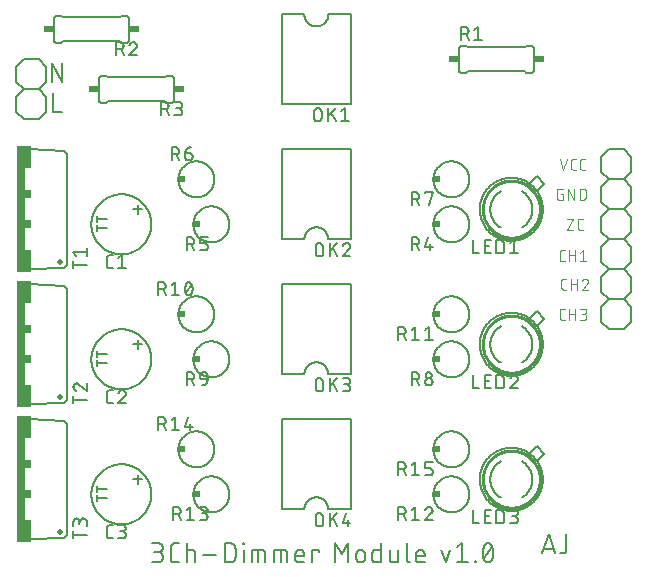
<source format=gbr>
G04 EAGLE Gerber X2 export*
%TF.Part,Single*%
%TF.FileFunction,Legend,Top,1*%
%TF.FilePolarity,Positive*%
%TF.GenerationSoftware,Autodesk,EAGLE,8.6.0*%
%TF.CreationDate,2018-02-02T01:37:18Z*%
G75*
%MOMM*%
%FSLAX34Y34*%
%LPD*%
%AMOC8*
5,1,8,0,0,1.08239X$1,22.5*%
G01*
%ADD10C,0.152400*%
%ADD11C,0.076200*%
%ADD12C,0.127000*%
%ADD13R,0.863600X0.609600*%
%ADD14C,0.508000*%
%ADD15R,0.762000X10.668000*%
%ADD16R,0.508000X1.905000*%
%ADD17R,0.508000X0.762000*%
%ADD18R,0.584200X0.609600*%
%ADD19C,0.254000*%


D10*
X191262Y183642D02*
X195778Y183642D01*
X195911Y183644D01*
X196043Y183650D01*
X196175Y183660D01*
X196307Y183673D01*
X196439Y183691D01*
X196569Y183712D01*
X196700Y183737D01*
X196829Y183766D01*
X196957Y183799D01*
X197085Y183835D01*
X197211Y183875D01*
X197336Y183919D01*
X197460Y183967D01*
X197582Y184018D01*
X197703Y184073D01*
X197822Y184131D01*
X197940Y184193D01*
X198055Y184258D01*
X198169Y184327D01*
X198280Y184398D01*
X198389Y184474D01*
X198496Y184552D01*
X198601Y184633D01*
X198703Y184718D01*
X198803Y184805D01*
X198900Y184895D01*
X198995Y184988D01*
X199086Y185084D01*
X199175Y185182D01*
X199261Y185283D01*
X199344Y185387D01*
X199424Y185493D01*
X199500Y185601D01*
X199574Y185711D01*
X199644Y185824D01*
X199711Y185938D01*
X199774Y186055D01*
X199834Y186173D01*
X199891Y186293D01*
X199944Y186415D01*
X199993Y186538D01*
X200039Y186662D01*
X200081Y186788D01*
X200119Y186915D01*
X200154Y187043D01*
X200185Y187172D01*
X200212Y187301D01*
X200235Y187432D01*
X200255Y187563D01*
X200270Y187695D01*
X200282Y187827D01*
X200290Y187959D01*
X200294Y188092D01*
X200294Y188224D01*
X200290Y188357D01*
X200282Y188489D01*
X200270Y188621D01*
X200255Y188753D01*
X200235Y188884D01*
X200212Y189015D01*
X200185Y189144D01*
X200154Y189273D01*
X200119Y189401D01*
X200081Y189528D01*
X200039Y189654D01*
X199993Y189778D01*
X199944Y189901D01*
X199891Y190023D01*
X199834Y190143D01*
X199774Y190261D01*
X199711Y190378D01*
X199644Y190492D01*
X199574Y190605D01*
X199500Y190715D01*
X199424Y190823D01*
X199344Y190929D01*
X199261Y191033D01*
X199175Y191134D01*
X199086Y191232D01*
X198995Y191328D01*
X198900Y191421D01*
X198803Y191511D01*
X198703Y191598D01*
X198601Y191683D01*
X198496Y191764D01*
X198389Y191842D01*
X198280Y191918D01*
X198169Y191989D01*
X198055Y192058D01*
X197940Y192123D01*
X197822Y192185D01*
X197703Y192243D01*
X197582Y192298D01*
X197460Y192349D01*
X197336Y192397D01*
X197211Y192441D01*
X197085Y192481D01*
X196957Y192517D01*
X196829Y192550D01*
X196700Y192579D01*
X196569Y192604D01*
X196439Y192625D01*
X196307Y192643D01*
X196175Y192656D01*
X196043Y192666D01*
X195911Y192672D01*
X195778Y192674D01*
X196681Y199898D02*
X191262Y199898D01*
X196681Y199898D02*
X196800Y199896D01*
X196920Y199890D01*
X197039Y199880D01*
X197157Y199866D01*
X197276Y199849D01*
X197393Y199827D01*
X197510Y199802D01*
X197625Y199772D01*
X197740Y199739D01*
X197854Y199702D01*
X197966Y199662D01*
X198077Y199617D01*
X198186Y199569D01*
X198294Y199518D01*
X198400Y199463D01*
X198504Y199404D01*
X198606Y199342D01*
X198706Y199277D01*
X198804Y199208D01*
X198900Y199136D01*
X198993Y199061D01*
X199083Y198984D01*
X199171Y198903D01*
X199256Y198819D01*
X199338Y198732D01*
X199418Y198643D01*
X199494Y198551D01*
X199568Y198457D01*
X199638Y198360D01*
X199705Y198262D01*
X199769Y198161D01*
X199829Y198057D01*
X199886Y197952D01*
X199939Y197845D01*
X199989Y197737D01*
X200035Y197627D01*
X200077Y197515D01*
X200116Y197402D01*
X200151Y197288D01*
X200182Y197173D01*
X200210Y197056D01*
X200233Y196939D01*
X200253Y196822D01*
X200269Y196703D01*
X200281Y196584D01*
X200289Y196465D01*
X200293Y196346D01*
X200293Y196226D01*
X200289Y196107D01*
X200281Y195988D01*
X200269Y195869D01*
X200253Y195750D01*
X200233Y195633D01*
X200210Y195516D01*
X200182Y195399D01*
X200151Y195284D01*
X200116Y195170D01*
X200077Y195057D01*
X200035Y194945D01*
X199989Y194835D01*
X199939Y194727D01*
X199886Y194620D01*
X199829Y194515D01*
X199769Y194411D01*
X199705Y194310D01*
X199638Y194212D01*
X199568Y194115D01*
X199494Y194021D01*
X199418Y193929D01*
X199338Y193840D01*
X199256Y193753D01*
X199171Y193669D01*
X199083Y193588D01*
X198993Y193511D01*
X198900Y193436D01*
X198804Y193364D01*
X198706Y193295D01*
X198606Y193230D01*
X198504Y193168D01*
X198400Y193109D01*
X198294Y193054D01*
X198186Y193003D01*
X198077Y192955D01*
X197966Y192910D01*
X197854Y192870D01*
X197740Y192833D01*
X197625Y192800D01*
X197510Y192770D01*
X197393Y192745D01*
X197276Y192723D01*
X197157Y192706D01*
X197039Y192692D01*
X196920Y192682D01*
X196800Y192676D01*
X196681Y192674D01*
X196681Y192673D02*
X193068Y192673D01*
X210466Y183642D02*
X214079Y183642D01*
X210466Y183642D02*
X210348Y183644D01*
X210230Y183650D01*
X210112Y183659D01*
X209995Y183673D01*
X209878Y183690D01*
X209761Y183711D01*
X209646Y183736D01*
X209531Y183765D01*
X209417Y183798D01*
X209305Y183834D01*
X209194Y183874D01*
X209084Y183917D01*
X208975Y183964D01*
X208868Y184014D01*
X208763Y184069D01*
X208660Y184126D01*
X208559Y184187D01*
X208459Y184251D01*
X208362Y184318D01*
X208267Y184388D01*
X208175Y184462D01*
X208084Y184538D01*
X207997Y184618D01*
X207912Y184700D01*
X207830Y184785D01*
X207750Y184872D01*
X207674Y184963D01*
X207600Y185055D01*
X207530Y185150D01*
X207463Y185247D01*
X207399Y185347D01*
X207338Y185448D01*
X207281Y185551D01*
X207226Y185656D01*
X207176Y185763D01*
X207129Y185872D01*
X207086Y185982D01*
X207046Y186093D01*
X207010Y186205D01*
X206977Y186319D01*
X206948Y186434D01*
X206923Y186549D01*
X206902Y186666D01*
X206885Y186783D01*
X206871Y186900D01*
X206862Y187018D01*
X206856Y187136D01*
X206854Y187254D01*
X206854Y196286D01*
X206856Y196404D01*
X206862Y196522D01*
X206871Y196640D01*
X206885Y196757D01*
X206902Y196874D01*
X206923Y196991D01*
X206948Y197106D01*
X206977Y197221D01*
X207010Y197335D01*
X207046Y197447D01*
X207086Y197558D01*
X207129Y197668D01*
X207176Y197777D01*
X207226Y197884D01*
X207280Y197989D01*
X207338Y198092D01*
X207399Y198193D01*
X207463Y198293D01*
X207530Y198390D01*
X207600Y198485D01*
X207674Y198577D01*
X207750Y198668D01*
X207830Y198755D01*
X207912Y198840D01*
X207997Y198922D01*
X208084Y199002D01*
X208175Y199078D01*
X208267Y199152D01*
X208362Y199222D01*
X208459Y199289D01*
X208559Y199353D01*
X208660Y199414D01*
X208763Y199471D01*
X208868Y199525D01*
X208975Y199576D01*
X209084Y199623D01*
X209194Y199666D01*
X209305Y199706D01*
X209417Y199742D01*
X209531Y199775D01*
X209646Y199804D01*
X209761Y199829D01*
X209878Y199850D01*
X209995Y199867D01*
X210112Y199881D01*
X210230Y199890D01*
X210348Y199896D01*
X210466Y199898D01*
X214079Y199898D01*
X220301Y199898D02*
X220301Y183642D01*
X220301Y194479D02*
X224817Y194479D01*
X224921Y194477D01*
X225024Y194471D01*
X225128Y194461D01*
X225231Y194447D01*
X225333Y194429D01*
X225434Y194408D01*
X225535Y194382D01*
X225634Y194353D01*
X225733Y194320D01*
X225830Y194283D01*
X225925Y194242D01*
X226019Y194198D01*
X226111Y194150D01*
X226201Y194099D01*
X226290Y194044D01*
X226376Y193986D01*
X226459Y193924D01*
X226541Y193860D01*
X226619Y193792D01*
X226695Y193722D01*
X226769Y193649D01*
X226839Y193572D01*
X226907Y193494D01*
X226971Y193412D01*
X227033Y193329D01*
X227091Y193243D01*
X227146Y193154D01*
X227197Y193064D01*
X227245Y192972D01*
X227289Y192878D01*
X227330Y192783D01*
X227367Y192686D01*
X227400Y192587D01*
X227429Y192488D01*
X227455Y192387D01*
X227476Y192286D01*
X227494Y192184D01*
X227508Y192081D01*
X227518Y191977D01*
X227524Y191874D01*
X227526Y191770D01*
X227526Y183642D01*
X234647Y189964D02*
X245485Y189964D01*
X252745Y183642D02*
X252745Y199898D01*
X257260Y199898D01*
X257391Y199896D01*
X257523Y199890D01*
X257654Y199881D01*
X257784Y199867D01*
X257915Y199850D01*
X258044Y199829D01*
X258173Y199805D01*
X258301Y199776D01*
X258429Y199744D01*
X258555Y199708D01*
X258680Y199669D01*
X258805Y199626D01*
X258927Y199579D01*
X259049Y199529D01*
X259169Y199475D01*
X259287Y199418D01*
X259403Y199357D01*
X259518Y199293D01*
X259631Y199226D01*
X259742Y199155D01*
X259850Y199081D01*
X259957Y199004D01*
X260061Y198924D01*
X260163Y198841D01*
X260262Y198756D01*
X260359Y198667D01*
X260453Y198575D01*
X260545Y198481D01*
X260634Y198384D01*
X260719Y198285D01*
X260802Y198183D01*
X260882Y198079D01*
X260959Y197972D01*
X261033Y197864D01*
X261104Y197753D01*
X261171Y197640D01*
X261235Y197525D01*
X261296Y197409D01*
X261353Y197291D01*
X261407Y197171D01*
X261457Y197049D01*
X261504Y196927D01*
X261547Y196802D01*
X261586Y196677D01*
X261622Y196551D01*
X261654Y196423D01*
X261683Y196295D01*
X261707Y196166D01*
X261728Y196037D01*
X261745Y195906D01*
X261759Y195776D01*
X261768Y195645D01*
X261774Y195513D01*
X261776Y195382D01*
X261776Y188158D01*
X261774Y188027D01*
X261768Y187895D01*
X261759Y187764D01*
X261745Y187634D01*
X261728Y187503D01*
X261707Y187374D01*
X261683Y187245D01*
X261654Y187117D01*
X261622Y186989D01*
X261586Y186863D01*
X261547Y186738D01*
X261504Y186613D01*
X261457Y186491D01*
X261407Y186369D01*
X261353Y186249D01*
X261296Y186131D01*
X261235Y186015D01*
X261171Y185900D01*
X261104Y185787D01*
X261033Y185676D01*
X260959Y185568D01*
X260882Y185461D01*
X260802Y185357D01*
X260719Y185255D01*
X260634Y185156D01*
X260545Y185059D01*
X260453Y184965D01*
X260359Y184873D01*
X260262Y184784D01*
X260163Y184699D01*
X260061Y184616D01*
X259957Y184536D01*
X259850Y184459D01*
X259742Y184385D01*
X259631Y184314D01*
X259518Y184247D01*
X259403Y184183D01*
X259287Y184122D01*
X259169Y184065D01*
X259049Y184011D01*
X258927Y183961D01*
X258805Y183914D01*
X258680Y183871D01*
X258555Y183832D01*
X258429Y183796D01*
X258301Y183764D01*
X258173Y183735D01*
X258044Y183711D01*
X257914Y183690D01*
X257784Y183673D01*
X257654Y183659D01*
X257523Y183650D01*
X257391Y183644D01*
X257260Y183642D01*
X252745Y183642D01*
X268723Y183642D02*
X268723Y194479D01*
X268272Y198995D02*
X268272Y199898D01*
X269175Y199898D01*
X269175Y198995D01*
X268272Y198995D01*
X275810Y194479D02*
X275810Y183642D01*
X275810Y194479D02*
X283938Y194479D01*
X284039Y194477D01*
X284140Y194471D01*
X284241Y194462D01*
X284342Y194449D01*
X284442Y194432D01*
X284541Y194411D01*
X284639Y194387D01*
X284736Y194359D01*
X284833Y194327D01*
X284928Y194292D01*
X285021Y194253D01*
X285113Y194211D01*
X285204Y194165D01*
X285293Y194116D01*
X285379Y194064D01*
X285464Y194008D01*
X285547Y193950D01*
X285627Y193888D01*
X285705Y193823D01*
X285781Y193756D01*
X285854Y193686D01*
X285924Y193613D01*
X285991Y193537D01*
X286056Y193459D01*
X286118Y193379D01*
X286176Y193296D01*
X286232Y193211D01*
X286284Y193125D01*
X286333Y193036D01*
X286379Y192945D01*
X286421Y192853D01*
X286460Y192760D01*
X286495Y192665D01*
X286527Y192568D01*
X286555Y192471D01*
X286579Y192373D01*
X286600Y192274D01*
X286617Y192174D01*
X286630Y192073D01*
X286639Y191972D01*
X286645Y191871D01*
X286647Y191770D01*
X286647Y183642D01*
X281228Y183642D02*
X281228Y194479D01*
X294567Y194479D02*
X294567Y183642D01*
X294567Y194479D02*
X302695Y194479D01*
X302796Y194477D01*
X302897Y194471D01*
X302998Y194462D01*
X303099Y194449D01*
X303199Y194432D01*
X303298Y194411D01*
X303396Y194387D01*
X303493Y194359D01*
X303590Y194327D01*
X303685Y194292D01*
X303778Y194253D01*
X303870Y194211D01*
X303961Y194165D01*
X304050Y194116D01*
X304136Y194064D01*
X304221Y194008D01*
X304304Y193950D01*
X304384Y193888D01*
X304462Y193823D01*
X304538Y193756D01*
X304611Y193686D01*
X304681Y193613D01*
X304748Y193537D01*
X304813Y193459D01*
X304875Y193379D01*
X304933Y193296D01*
X304989Y193211D01*
X305041Y193125D01*
X305090Y193036D01*
X305136Y192945D01*
X305178Y192853D01*
X305217Y192760D01*
X305252Y192665D01*
X305284Y192568D01*
X305312Y192471D01*
X305336Y192373D01*
X305357Y192274D01*
X305374Y192174D01*
X305387Y192073D01*
X305396Y191972D01*
X305402Y191871D01*
X305404Y191770D01*
X305404Y183642D01*
X299986Y183642D02*
X299986Y194479D01*
X315235Y183642D02*
X319750Y183642D01*
X315235Y183642D02*
X315134Y183644D01*
X315033Y183650D01*
X314932Y183659D01*
X314831Y183672D01*
X314731Y183689D01*
X314632Y183710D01*
X314534Y183734D01*
X314437Y183762D01*
X314340Y183794D01*
X314245Y183829D01*
X314152Y183868D01*
X314060Y183910D01*
X313969Y183956D01*
X313881Y184005D01*
X313794Y184057D01*
X313709Y184113D01*
X313626Y184171D01*
X313546Y184233D01*
X313468Y184298D01*
X313392Y184365D01*
X313319Y184435D01*
X313249Y184508D01*
X313182Y184584D01*
X313117Y184662D01*
X313055Y184742D01*
X312997Y184825D01*
X312941Y184910D01*
X312889Y184997D01*
X312840Y185085D01*
X312794Y185176D01*
X312752Y185268D01*
X312713Y185361D01*
X312678Y185456D01*
X312646Y185553D01*
X312618Y185650D01*
X312594Y185748D01*
X312573Y185847D01*
X312556Y185947D01*
X312543Y186048D01*
X312534Y186149D01*
X312528Y186250D01*
X312526Y186351D01*
X312526Y190867D01*
X312528Y190986D01*
X312534Y191106D01*
X312544Y191225D01*
X312558Y191343D01*
X312575Y191462D01*
X312597Y191579D01*
X312622Y191696D01*
X312652Y191811D01*
X312685Y191926D01*
X312722Y192040D01*
X312762Y192152D01*
X312807Y192263D01*
X312855Y192372D01*
X312906Y192480D01*
X312961Y192586D01*
X313020Y192690D01*
X313082Y192792D01*
X313147Y192892D01*
X313216Y192990D01*
X313288Y193086D01*
X313363Y193179D01*
X313440Y193269D01*
X313521Y193357D01*
X313605Y193442D01*
X313692Y193524D01*
X313781Y193604D01*
X313873Y193680D01*
X313967Y193754D01*
X314064Y193824D01*
X314162Y193891D01*
X314263Y193955D01*
X314367Y194015D01*
X314472Y194072D01*
X314579Y194125D01*
X314687Y194175D01*
X314797Y194221D01*
X314909Y194263D01*
X315022Y194302D01*
X315136Y194337D01*
X315251Y194368D01*
X315368Y194396D01*
X315485Y194419D01*
X315602Y194439D01*
X315721Y194455D01*
X315840Y194467D01*
X315959Y194475D01*
X316078Y194479D01*
X316198Y194479D01*
X316317Y194475D01*
X316436Y194467D01*
X316555Y194455D01*
X316674Y194439D01*
X316791Y194419D01*
X316908Y194396D01*
X317025Y194368D01*
X317140Y194337D01*
X317254Y194302D01*
X317367Y194263D01*
X317479Y194221D01*
X317589Y194175D01*
X317697Y194125D01*
X317804Y194072D01*
X317909Y194015D01*
X318013Y193955D01*
X318114Y193891D01*
X318212Y193824D01*
X318309Y193754D01*
X318403Y193680D01*
X318495Y193604D01*
X318584Y193524D01*
X318671Y193442D01*
X318755Y193357D01*
X318836Y193269D01*
X318913Y193179D01*
X318988Y193086D01*
X319060Y192990D01*
X319129Y192892D01*
X319194Y192792D01*
X319256Y192690D01*
X319315Y192586D01*
X319370Y192480D01*
X319421Y192372D01*
X319469Y192263D01*
X319514Y192152D01*
X319554Y192040D01*
X319591Y191926D01*
X319624Y191811D01*
X319654Y191696D01*
X319679Y191579D01*
X319701Y191462D01*
X319718Y191343D01*
X319732Y191225D01*
X319742Y191106D01*
X319748Y190986D01*
X319750Y190867D01*
X319750Y189061D01*
X312526Y189061D01*
X326679Y183642D02*
X326679Y194479D01*
X332097Y194479D01*
X332097Y192673D01*
X346150Y199898D02*
X346150Y183642D01*
X351569Y190867D02*
X346150Y199898D01*
X351569Y190867D02*
X356987Y199898D01*
X356987Y183642D01*
X364109Y187254D02*
X364109Y190867D01*
X364111Y190986D01*
X364117Y191106D01*
X364127Y191225D01*
X364141Y191343D01*
X364158Y191462D01*
X364180Y191579D01*
X364205Y191696D01*
X364235Y191811D01*
X364268Y191926D01*
X364305Y192040D01*
X364345Y192152D01*
X364390Y192263D01*
X364438Y192372D01*
X364489Y192480D01*
X364544Y192586D01*
X364603Y192690D01*
X364665Y192792D01*
X364730Y192892D01*
X364799Y192990D01*
X364871Y193086D01*
X364946Y193179D01*
X365023Y193269D01*
X365104Y193357D01*
X365188Y193442D01*
X365275Y193524D01*
X365364Y193604D01*
X365456Y193680D01*
X365550Y193754D01*
X365647Y193824D01*
X365745Y193891D01*
X365846Y193955D01*
X365950Y194015D01*
X366055Y194072D01*
X366162Y194125D01*
X366270Y194175D01*
X366380Y194221D01*
X366492Y194263D01*
X366605Y194302D01*
X366719Y194337D01*
X366834Y194368D01*
X366951Y194396D01*
X367068Y194419D01*
X367185Y194439D01*
X367304Y194455D01*
X367423Y194467D01*
X367542Y194475D01*
X367661Y194479D01*
X367781Y194479D01*
X367900Y194475D01*
X368019Y194467D01*
X368138Y194455D01*
X368257Y194439D01*
X368374Y194419D01*
X368491Y194396D01*
X368608Y194368D01*
X368723Y194337D01*
X368837Y194302D01*
X368950Y194263D01*
X369062Y194221D01*
X369172Y194175D01*
X369280Y194125D01*
X369387Y194072D01*
X369492Y194015D01*
X369596Y193955D01*
X369697Y193891D01*
X369795Y193824D01*
X369892Y193754D01*
X369986Y193680D01*
X370078Y193604D01*
X370167Y193524D01*
X370254Y193442D01*
X370338Y193357D01*
X370419Y193269D01*
X370496Y193179D01*
X370571Y193086D01*
X370643Y192990D01*
X370712Y192892D01*
X370777Y192792D01*
X370839Y192690D01*
X370898Y192586D01*
X370953Y192480D01*
X371004Y192372D01*
X371052Y192263D01*
X371097Y192152D01*
X371137Y192040D01*
X371174Y191926D01*
X371207Y191811D01*
X371237Y191696D01*
X371262Y191579D01*
X371284Y191462D01*
X371301Y191343D01*
X371315Y191225D01*
X371325Y191106D01*
X371331Y190986D01*
X371333Y190867D01*
X371333Y187254D01*
X371331Y187135D01*
X371325Y187015D01*
X371315Y186896D01*
X371301Y186778D01*
X371284Y186659D01*
X371262Y186542D01*
X371237Y186425D01*
X371207Y186310D01*
X371174Y186195D01*
X371137Y186081D01*
X371097Y185969D01*
X371052Y185858D01*
X371004Y185749D01*
X370953Y185641D01*
X370898Y185535D01*
X370839Y185431D01*
X370777Y185329D01*
X370712Y185229D01*
X370643Y185131D01*
X370571Y185035D01*
X370496Y184942D01*
X370419Y184852D01*
X370338Y184764D01*
X370254Y184679D01*
X370167Y184597D01*
X370078Y184517D01*
X369986Y184441D01*
X369892Y184367D01*
X369795Y184297D01*
X369697Y184230D01*
X369596Y184166D01*
X369492Y184106D01*
X369387Y184049D01*
X369280Y183996D01*
X369172Y183946D01*
X369062Y183900D01*
X368950Y183858D01*
X368837Y183819D01*
X368723Y183784D01*
X368608Y183753D01*
X368491Y183725D01*
X368374Y183702D01*
X368257Y183682D01*
X368138Y183666D01*
X368019Y183654D01*
X367900Y183646D01*
X367781Y183642D01*
X367661Y183642D01*
X367542Y183646D01*
X367423Y183654D01*
X367304Y183666D01*
X367185Y183682D01*
X367068Y183702D01*
X366951Y183725D01*
X366834Y183753D01*
X366719Y183784D01*
X366605Y183819D01*
X366492Y183858D01*
X366380Y183900D01*
X366270Y183946D01*
X366162Y183996D01*
X366055Y184049D01*
X365950Y184106D01*
X365846Y184166D01*
X365745Y184230D01*
X365647Y184297D01*
X365550Y184367D01*
X365456Y184441D01*
X365364Y184517D01*
X365275Y184597D01*
X365188Y184679D01*
X365104Y184764D01*
X365023Y184852D01*
X364946Y184942D01*
X364871Y185035D01*
X364799Y185131D01*
X364730Y185229D01*
X364665Y185329D01*
X364603Y185431D01*
X364544Y185535D01*
X364489Y185641D01*
X364438Y185749D01*
X364390Y185858D01*
X364345Y185969D01*
X364305Y186081D01*
X364268Y186195D01*
X364235Y186310D01*
X364205Y186425D01*
X364180Y186542D01*
X364158Y186659D01*
X364141Y186778D01*
X364127Y186896D01*
X364117Y187015D01*
X364111Y187135D01*
X364109Y187254D01*
X384807Y183642D02*
X384807Y199898D01*
X384807Y183642D02*
X380292Y183642D01*
X380191Y183644D01*
X380090Y183650D01*
X379989Y183659D01*
X379888Y183672D01*
X379788Y183689D01*
X379689Y183710D01*
X379591Y183734D01*
X379494Y183762D01*
X379397Y183794D01*
X379302Y183829D01*
X379209Y183868D01*
X379117Y183910D01*
X379026Y183956D01*
X378938Y184005D01*
X378851Y184057D01*
X378766Y184113D01*
X378683Y184171D01*
X378603Y184233D01*
X378525Y184298D01*
X378449Y184365D01*
X378376Y184435D01*
X378306Y184508D01*
X378239Y184584D01*
X378174Y184662D01*
X378112Y184742D01*
X378054Y184825D01*
X377998Y184910D01*
X377946Y184997D01*
X377897Y185085D01*
X377851Y185176D01*
X377809Y185268D01*
X377770Y185361D01*
X377735Y185456D01*
X377703Y185553D01*
X377675Y185650D01*
X377651Y185748D01*
X377630Y185847D01*
X377613Y185947D01*
X377600Y186048D01*
X377591Y186149D01*
X377585Y186250D01*
X377583Y186351D01*
X377582Y186351D02*
X377582Y191770D01*
X377583Y191770D02*
X377585Y191871D01*
X377591Y191972D01*
X377600Y192073D01*
X377613Y192174D01*
X377630Y192274D01*
X377651Y192373D01*
X377675Y192471D01*
X377703Y192568D01*
X377735Y192665D01*
X377770Y192760D01*
X377809Y192853D01*
X377851Y192945D01*
X377897Y193036D01*
X377946Y193125D01*
X377998Y193211D01*
X378054Y193296D01*
X378112Y193379D01*
X378174Y193459D01*
X378239Y193537D01*
X378306Y193613D01*
X378376Y193686D01*
X378449Y193756D01*
X378525Y193823D01*
X378603Y193888D01*
X378683Y193950D01*
X378766Y194008D01*
X378851Y194064D01*
X378938Y194116D01*
X379026Y194165D01*
X379117Y194211D01*
X379209Y194253D01*
X379302Y194292D01*
X379397Y194327D01*
X379494Y194359D01*
X379591Y194387D01*
X379689Y194411D01*
X379788Y194432D01*
X379888Y194449D01*
X379989Y194462D01*
X380090Y194471D01*
X380191Y194477D01*
X380292Y194479D01*
X384807Y194479D01*
X392245Y194479D02*
X392245Y186351D01*
X392247Y186250D01*
X392253Y186149D01*
X392262Y186048D01*
X392275Y185947D01*
X392292Y185847D01*
X392313Y185748D01*
X392337Y185650D01*
X392365Y185553D01*
X392397Y185456D01*
X392432Y185361D01*
X392471Y185268D01*
X392513Y185176D01*
X392559Y185085D01*
X392608Y184997D01*
X392660Y184910D01*
X392716Y184825D01*
X392774Y184742D01*
X392836Y184662D01*
X392901Y184584D01*
X392968Y184508D01*
X393038Y184435D01*
X393111Y184365D01*
X393187Y184298D01*
X393265Y184233D01*
X393345Y184171D01*
X393428Y184113D01*
X393513Y184057D01*
X393600Y184005D01*
X393688Y183956D01*
X393779Y183910D01*
X393871Y183868D01*
X393964Y183829D01*
X394059Y183794D01*
X394156Y183762D01*
X394253Y183734D01*
X394351Y183710D01*
X394450Y183689D01*
X394550Y183672D01*
X394651Y183659D01*
X394752Y183650D01*
X394853Y183644D01*
X394954Y183642D01*
X399470Y183642D01*
X399470Y194479D01*
X406550Y199898D02*
X406550Y186351D01*
X406552Y186250D01*
X406558Y186149D01*
X406567Y186048D01*
X406580Y185947D01*
X406597Y185847D01*
X406618Y185748D01*
X406642Y185650D01*
X406670Y185553D01*
X406702Y185456D01*
X406737Y185361D01*
X406776Y185268D01*
X406818Y185176D01*
X406864Y185085D01*
X406913Y184997D01*
X406965Y184910D01*
X407021Y184825D01*
X407079Y184742D01*
X407141Y184662D01*
X407206Y184584D01*
X407273Y184508D01*
X407343Y184435D01*
X407416Y184365D01*
X407492Y184298D01*
X407570Y184233D01*
X407650Y184171D01*
X407733Y184113D01*
X407818Y184057D01*
X407905Y184005D01*
X407993Y183956D01*
X408084Y183910D01*
X408176Y183868D01*
X408269Y183829D01*
X408364Y183794D01*
X408461Y183762D01*
X408558Y183734D01*
X408656Y183710D01*
X408755Y183689D01*
X408855Y183672D01*
X408956Y183659D01*
X409057Y183650D01*
X409158Y183644D01*
X409259Y183642D01*
X417359Y183642D02*
X421874Y183642D01*
X417359Y183642D02*
X417258Y183644D01*
X417157Y183650D01*
X417056Y183659D01*
X416955Y183672D01*
X416855Y183689D01*
X416756Y183710D01*
X416658Y183734D01*
X416561Y183762D01*
X416464Y183794D01*
X416369Y183829D01*
X416276Y183868D01*
X416184Y183910D01*
X416093Y183956D01*
X416005Y184005D01*
X415918Y184057D01*
X415833Y184113D01*
X415750Y184171D01*
X415670Y184233D01*
X415592Y184298D01*
X415516Y184365D01*
X415443Y184435D01*
X415373Y184508D01*
X415306Y184584D01*
X415241Y184662D01*
X415179Y184742D01*
X415121Y184825D01*
X415065Y184910D01*
X415013Y184997D01*
X414964Y185085D01*
X414918Y185176D01*
X414876Y185268D01*
X414837Y185361D01*
X414802Y185456D01*
X414770Y185553D01*
X414742Y185650D01*
X414718Y185748D01*
X414697Y185847D01*
X414680Y185947D01*
X414667Y186048D01*
X414658Y186149D01*
X414652Y186250D01*
X414650Y186351D01*
X414650Y190867D01*
X414652Y190986D01*
X414658Y191106D01*
X414668Y191225D01*
X414682Y191343D01*
X414699Y191462D01*
X414721Y191579D01*
X414746Y191696D01*
X414776Y191811D01*
X414809Y191926D01*
X414846Y192040D01*
X414886Y192152D01*
X414931Y192263D01*
X414979Y192372D01*
X415030Y192480D01*
X415085Y192586D01*
X415144Y192690D01*
X415206Y192792D01*
X415271Y192892D01*
X415340Y192990D01*
X415412Y193086D01*
X415487Y193179D01*
X415564Y193269D01*
X415645Y193357D01*
X415729Y193442D01*
X415816Y193524D01*
X415905Y193604D01*
X415997Y193680D01*
X416091Y193754D01*
X416188Y193824D01*
X416286Y193891D01*
X416387Y193955D01*
X416491Y194015D01*
X416596Y194072D01*
X416703Y194125D01*
X416811Y194175D01*
X416921Y194221D01*
X417033Y194263D01*
X417146Y194302D01*
X417260Y194337D01*
X417375Y194368D01*
X417492Y194396D01*
X417609Y194419D01*
X417726Y194439D01*
X417845Y194455D01*
X417964Y194467D01*
X418083Y194475D01*
X418202Y194479D01*
X418322Y194479D01*
X418441Y194475D01*
X418560Y194467D01*
X418679Y194455D01*
X418798Y194439D01*
X418915Y194419D01*
X419032Y194396D01*
X419149Y194368D01*
X419264Y194337D01*
X419378Y194302D01*
X419491Y194263D01*
X419603Y194221D01*
X419713Y194175D01*
X419821Y194125D01*
X419928Y194072D01*
X420033Y194015D01*
X420137Y193955D01*
X420238Y193891D01*
X420336Y193824D01*
X420433Y193754D01*
X420527Y193680D01*
X420619Y193604D01*
X420708Y193524D01*
X420795Y193442D01*
X420879Y193357D01*
X420960Y193269D01*
X421037Y193179D01*
X421112Y193086D01*
X421184Y192990D01*
X421253Y192892D01*
X421318Y192792D01*
X421380Y192690D01*
X421439Y192586D01*
X421494Y192480D01*
X421545Y192372D01*
X421593Y192263D01*
X421638Y192152D01*
X421678Y192040D01*
X421715Y191926D01*
X421748Y191811D01*
X421778Y191696D01*
X421803Y191579D01*
X421825Y191462D01*
X421842Y191343D01*
X421856Y191225D01*
X421866Y191106D01*
X421872Y190986D01*
X421874Y190867D01*
X421874Y189061D01*
X414650Y189061D01*
X436012Y194479D02*
X439625Y183642D01*
X443237Y194479D01*
X449177Y196286D02*
X453693Y199898D01*
X453693Y183642D01*
X458208Y183642D02*
X449177Y183642D01*
X464183Y183642D02*
X464183Y184545D01*
X465086Y184545D01*
X465086Y183642D01*
X464183Y183642D01*
X471061Y191770D02*
X471065Y192090D01*
X471076Y192409D01*
X471095Y192729D01*
X471122Y193047D01*
X471156Y193365D01*
X471198Y193682D01*
X471248Y193998D01*
X471305Y194313D01*
X471369Y194626D01*
X471441Y194938D01*
X471520Y195248D01*
X471607Y195555D01*
X471701Y195861D01*
X471802Y196164D01*
X471911Y196465D01*
X472026Y196763D01*
X472149Y197059D01*
X472279Y197351D01*
X472416Y197640D01*
X472415Y197641D02*
X472454Y197749D01*
X472497Y197856D01*
X472543Y197961D01*
X472594Y198065D01*
X472647Y198167D01*
X472704Y198267D01*
X472765Y198365D01*
X472829Y198460D01*
X472896Y198554D01*
X472967Y198645D01*
X473040Y198734D01*
X473117Y198820D01*
X473196Y198903D01*
X473278Y198984D01*
X473363Y199062D01*
X473451Y199136D01*
X473541Y199208D01*
X473633Y199276D01*
X473728Y199342D01*
X473825Y199404D01*
X473924Y199462D01*
X474026Y199518D01*
X474128Y199569D01*
X474233Y199617D01*
X474339Y199662D01*
X474447Y199703D01*
X474556Y199740D01*
X474666Y199773D01*
X474778Y199802D01*
X474890Y199828D01*
X475003Y199850D01*
X475117Y199867D01*
X475231Y199881D01*
X475346Y199891D01*
X475461Y199897D01*
X475576Y199899D01*
X475576Y199898D02*
X475691Y199896D01*
X475806Y199890D01*
X475921Y199880D01*
X476035Y199866D01*
X476149Y199849D01*
X476262Y199827D01*
X476374Y199801D01*
X476486Y199772D01*
X476596Y199739D01*
X476705Y199702D01*
X476813Y199661D01*
X476919Y199616D01*
X477024Y199568D01*
X477126Y199517D01*
X477227Y199461D01*
X477327Y199403D01*
X477424Y199341D01*
X477518Y199276D01*
X477611Y199207D01*
X477701Y199135D01*
X477789Y199061D01*
X477874Y198983D01*
X477956Y198902D01*
X478035Y198819D01*
X478112Y198733D01*
X478185Y198644D01*
X478256Y198553D01*
X478323Y198459D01*
X478387Y198364D01*
X478448Y198266D01*
X478505Y198166D01*
X478558Y198064D01*
X478609Y197960D01*
X478655Y197855D01*
X478698Y197748D01*
X478737Y197640D01*
X478874Y197351D01*
X479004Y197059D01*
X479127Y196763D01*
X479242Y196465D01*
X479351Y196164D01*
X479452Y195861D01*
X479546Y195555D01*
X479633Y195248D01*
X479712Y194938D01*
X479784Y194626D01*
X479848Y194313D01*
X479905Y193998D01*
X479955Y193682D01*
X479997Y193365D01*
X480031Y193047D01*
X480058Y192729D01*
X480077Y192409D01*
X480088Y192090D01*
X480092Y191770D01*
X471061Y191770D02*
X471065Y191450D01*
X471076Y191131D01*
X471095Y190811D01*
X471122Y190493D01*
X471156Y190175D01*
X471198Y189858D01*
X471248Y189542D01*
X471305Y189227D01*
X471369Y188914D01*
X471441Y188602D01*
X471520Y188292D01*
X471607Y187985D01*
X471701Y187679D01*
X471802Y187376D01*
X471911Y187075D01*
X472026Y186777D01*
X472149Y186481D01*
X472279Y186189D01*
X472416Y185900D01*
X472415Y185900D02*
X472454Y185792D01*
X472497Y185685D01*
X472543Y185580D01*
X472594Y185476D01*
X472647Y185374D01*
X472704Y185274D01*
X472765Y185176D01*
X472829Y185081D01*
X472896Y184987D01*
X472967Y184896D01*
X473040Y184807D01*
X473117Y184721D01*
X473196Y184638D01*
X473278Y184557D01*
X473363Y184479D01*
X473451Y184405D01*
X473541Y184333D01*
X473634Y184264D01*
X473728Y184199D01*
X473825Y184137D01*
X473925Y184079D01*
X474026Y184023D01*
X474128Y183972D01*
X474233Y183924D01*
X474339Y183879D01*
X474447Y183838D01*
X474556Y183801D01*
X474666Y183768D01*
X474778Y183739D01*
X474890Y183713D01*
X475003Y183691D01*
X475117Y183674D01*
X475231Y183660D01*
X475346Y183650D01*
X475461Y183644D01*
X475576Y183642D01*
X478737Y185900D02*
X478874Y186189D01*
X479004Y186481D01*
X479127Y186777D01*
X479242Y187075D01*
X479351Y187376D01*
X479452Y187679D01*
X479546Y187985D01*
X479633Y188292D01*
X479712Y188602D01*
X479784Y188914D01*
X479848Y189227D01*
X479905Y189542D01*
X479955Y189858D01*
X479997Y190175D01*
X480031Y190493D01*
X480058Y190811D01*
X480077Y191131D01*
X480088Y191450D01*
X480092Y191770D01*
X478737Y185900D02*
X478698Y185792D01*
X478655Y185685D01*
X478609Y185580D01*
X478558Y185476D01*
X478505Y185374D01*
X478448Y185274D01*
X478387Y185176D01*
X478323Y185081D01*
X478256Y184987D01*
X478185Y184896D01*
X478112Y184807D01*
X478035Y184721D01*
X477956Y184638D01*
X477874Y184557D01*
X477789Y184479D01*
X477701Y184405D01*
X477611Y184333D01*
X477518Y184264D01*
X477424Y184199D01*
X477327Y184137D01*
X477227Y184079D01*
X477126Y184023D01*
X477023Y183972D01*
X476919Y183924D01*
X476813Y183879D01*
X476705Y183838D01*
X476596Y183801D01*
X476486Y183768D01*
X476374Y183739D01*
X476262Y183713D01*
X476149Y183691D01*
X476035Y183674D01*
X475921Y183660D01*
X475806Y183650D01*
X475691Y183644D01*
X475576Y183642D01*
X471964Y187254D02*
X479189Y196286D01*
X521462Y191262D02*
X526881Y207518D01*
X532299Y191262D01*
X530945Y195326D02*
X522817Y195326D01*
X541871Y194874D02*
X541871Y207518D01*
X541871Y194874D02*
X541869Y194756D01*
X541863Y194638D01*
X541854Y194520D01*
X541840Y194403D01*
X541823Y194286D01*
X541802Y194169D01*
X541777Y194054D01*
X541748Y193939D01*
X541715Y193825D01*
X541679Y193713D01*
X541639Y193602D01*
X541596Y193492D01*
X541549Y193383D01*
X541499Y193276D01*
X541444Y193171D01*
X541387Y193068D01*
X541326Y192967D01*
X541262Y192867D01*
X541195Y192770D01*
X541125Y192675D01*
X541051Y192583D01*
X540975Y192492D01*
X540895Y192405D01*
X540813Y192320D01*
X540728Y192238D01*
X540641Y192158D01*
X540550Y192082D01*
X540458Y192008D01*
X540363Y191938D01*
X540266Y191871D01*
X540166Y191807D01*
X540065Y191746D01*
X539962Y191689D01*
X539857Y191634D01*
X539750Y191584D01*
X539641Y191537D01*
X539531Y191494D01*
X539420Y191454D01*
X539308Y191418D01*
X539194Y191385D01*
X539079Y191356D01*
X538964Y191331D01*
X538847Y191310D01*
X538730Y191293D01*
X538613Y191279D01*
X538495Y191270D01*
X538377Y191264D01*
X538259Y191262D01*
X536452Y191262D01*
D11*
X539454Y516001D02*
X536321Y525399D01*
X542586Y525399D02*
X539454Y516001D01*
X548050Y516001D02*
X550138Y516001D01*
X548050Y516001D02*
X547961Y516003D01*
X547873Y516009D01*
X547785Y516018D01*
X547697Y516031D01*
X547610Y516048D01*
X547524Y516068D01*
X547439Y516093D01*
X547354Y516120D01*
X547271Y516152D01*
X547190Y516186D01*
X547110Y516225D01*
X547032Y516266D01*
X546955Y516311D01*
X546881Y516359D01*
X546808Y516410D01*
X546738Y516464D01*
X546671Y516522D01*
X546605Y516582D01*
X546543Y516644D01*
X546483Y516710D01*
X546425Y516777D01*
X546371Y516847D01*
X546320Y516920D01*
X546272Y516994D01*
X546227Y517071D01*
X546186Y517149D01*
X546147Y517229D01*
X546113Y517310D01*
X546081Y517393D01*
X546054Y517478D01*
X546029Y517563D01*
X546009Y517649D01*
X545992Y517736D01*
X545979Y517824D01*
X545970Y517912D01*
X545964Y518000D01*
X545962Y518089D01*
X545961Y518089D02*
X545961Y523311D01*
X545962Y523311D02*
X545964Y523402D01*
X545970Y523493D01*
X545980Y523584D01*
X545994Y523674D01*
X546011Y523763D01*
X546033Y523851D01*
X546059Y523939D01*
X546088Y524025D01*
X546121Y524110D01*
X546158Y524193D01*
X546198Y524275D01*
X546242Y524355D01*
X546289Y524433D01*
X546340Y524509D01*
X546393Y524582D01*
X546450Y524653D01*
X546511Y524722D01*
X546574Y524787D01*
X546639Y524850D01*
X546708Y524910D01*
X546779Y524968D01*
X546852Y525021D01*
X546928Y525072D01*
X547006Y525119D01*
X547086Y525163D01*
X547168Y525203D01*
X547251Y525240D01*
X547336Y525273D01*
X547422Y525302D01*
X547510Y525328D01*
X547598Y525350D01*
X547687Y525367D01*
X547777Y525381D01*
X547868Y525391D01*
X547959Y525397D01*
X548050Y525399D01*
X550138Y525399D01*
X555670Y516001D02*
X557758Y516001D01*
X555670Y516001D02*
X555581Y516003D01*
X555493Y516009D01*
X555405Y516018D01*
X555317Y516031D01*
X555230Y516048D01*
X555144Y516068D01*
X555059Y516093D01*
X554974Y516120D01*
X554891Y516152D01*
X554810Y516186D01*
X554730Y516225D01*
X554652Y516266D01*
X554575Y516311D01*
X554501Y516359D01*
X554428Y516410D01*
X554358Y516464D01*
X554291Y516522D01*
X554225Y516582D01*
X554163Y516644D01*
X554103Y516710D01*
X554045Y516777D01*
X553991Y516847D01*
X553940Y516920D01*
X553892Y516994D01*
X553847Y517071D01*
X553806Y517149D01*
X553767Y517229D01*
X553733Y517310D01*
X553701Y517393D01*
X553674Y517478D01*
X553649Y517563D01*
X553629Y517649D01*
X553612Y517736D01*
X553599Y517824D01*
X553590Y517912D01*
X553584Y518000D01*
X553582Y518089D01*
X553581Y518089D02*
X553581Y523311D01*
X553582Y523311D02*
X553584Y523402D01*
X553590Y523493D01*
X553600Y523584D01*
X553614Y523674D01*
X553631Y523763D01*
X553653Y523851D01*
X553679Y523939D01*
X553708Y524025D01*
X553741Y524110D01*
X553778Y524193D01*
X553818Y524275D01*
X553862Y524355D01*
X553909Y524433D01*
X553960Y524509D01*
X554013Y524582D01*
X554070Y524653D01*
X554131Y524722D01*
X554194Y524787D01*
X554259Y524850D01*
X554328Y524910D01*
X554399Y524968D01*
X554472Y525021D01*
X554548Y525072D01*
X554626Y525119D01*
X554706Y525163D01*
X554788Y525203D01*
X554871Y525240D01*
X554956Y525273D01*
X555042Y525302D01*
X555130Y525328D01*
X555218Y525350D01*
X555307Y525367D01*
X555397Y525381D01*
X555488Y525391D01*
X555579Y525397D01*
X555670Y525399D01*
X557758Y525399D01*
X539002Y495822D02*
X537436Y495822D01*
X539002Y495822D02*
X539002Y490601D01*
X535869Y490601D01*
X535780Y490603D01*
X535692Y490609D01*
X535604Y490618D01*
X535516Y490631D01*
X535429Y490648D01*
X535343Y490668D01*
X535258Y490693D01*
X535173Y490720D01*
X535090Y490752D01*
X535009Y490786D01*
X534929Y490825D01*
X534851Y490866D01*
X534774Y490911D01*
X534700Y490959D01*
X534627Y491010D01*
X534557Y491064D01*
X534490Y491122D01*
X534424Y491182D01*
X534362Y491244D01*
X534302Y491310D01*
X534244Y491377D01*
X534190Y491447D01*
X534139Y491520D01*
X534091Y491594D01*
X534046Y491671D01*
X534005Y491749D01*
X533966Y491829D01*
X533932Y491910D01*
X533900Y491993D01*
X533873Y492078D01*
X533848Y492163D01*
X533828Y492249D01*
X533811Y492336D01*
X533798Y492424D01*
X533789Y492512D01*
X533783Y492600D01*
X533781Y492689D01*
X533781Y497911D01*
X533783Y498002D01*
X533789Y498093D01*
X533799Y498184D01*
X533813Y498274D01*
X533830Y498363D01*
X533852Y498451D01*
X533878Y498539D01*
X533907Y498625D01*
X533940Y498710D01*
X533977Y498793D01*
X534017Y498875D01*
X534061Y498955D01*
X534108Y499033D01*
X534159Y499109D01*
X534212Y499182D01*
X534269Y499253D01*
X534330Y499322D01*
X534393Y499387D01*
X534458Y499450D01*
X534527Y499510D01*
X534598Y499568D01*
X534671Y499621D01*
X534747Y499672D01*
X534825Y499719D01*
X534905Y499763D01*
X534987Y499803D01*
X535070Y499840D01*
X535155Y499873D01*
X535241Y499902D01*
X535329Y499928D01*
X535417Y499950D01*
X535506Y499967D01*
X535596Y499981D01*
X535687Y499991D01*
X535778Y499997D01*
X535869Y499999D01*
X539002Y499999D01*
X543535Y499999D02*
X543535Y490601D01*
X548756Y490601D02*
X543535Y499999D01*
X548756Y499999D02*
X548756Y490601D01*
X553288Y490601D02*
X553288Y499999D01*
X555899Y499999D01*
X555999Y499997D01*
X556099Y499991D01*
X556198Y499982D01*
X556298Y499968D01*
X556396Y499951D01*
X556494Y499930D01*
X556591Y499906D01*
X556687Y499877D01*
X556782Y499845D01*
X556875Y499810D01*
X556967Y499771D01*
X557058Y499728D01*
X557146Y499682D01*
X557233Y499632D01*
X557318Y499580D01*
X557401Y499524D01*
X557482Y499465D01*
X557560Y499402D01*
X557636Y499337D01*
X557710Y499269D01*
X557780Y499199D01*
X557848Y499125D01*
X557913Y499049D01*
X557976Y498971D01*
X558035Y498890D01*
X558091Y498807D01*
X558143Y498722D01*
X558193Y498635D01*
X558239Y498547D01*
X558282Y498456D01*
X558321Y498364D01*
X558356Y498271D01*
X558388Y498176D01*
X558417Y498080D01*
X558441Y497983D01*
X558462Y497885D01*
X558479Y497787D01*
X558493Y497687D01*
X558502Y497588D01*
X558508Y497488D01*
X558510Y497388D01*
X558509Y497388D02*
X558509Y493212D01*
X558510Y493212D02*
X558508Y493112D01*
X558502Y493012D01*
X558493Y492913D01*
X558479Y492813D01*
X558462Y492715D01*
X558441Y492617D01*
X558417Y492520D01*
X558388Y492424D01*
X558356Y492329D01*
X558321Y492236D01*
X558282Y492144D01*
X558239Y492053D01*
X558193Y491965D01*
X558143Y491878D01*
X558091Y491793D01*
X558035Y491710D01*
X557976Y491629D01*
X557913Y491551D01*
X557848Y491475D01*
X557780Y491401D01*
X557710Y491331D01*
X557636Y491263D01*
X557560Y491198D01*
X557482Y491135D01*
X557401Y491076D01*
X557318Y491020D01*
X557233Y490968D01*
X557146Y490918D01*
X557058Y490872D01*
X556967Y490829D01*
X556875Y490790D01*
X556782Y490755D01*
X556687Y490723D01*
X556591Y490694D01*
X556494Y490670D01*
X556396Y490649D01*
X556298Y490632D01*
X556198Y490618D01*
X556099Y490609D01*
X555999Y490603D01*
X555899Y490601D01*
X553288Y490601D01*
X547892Y474599D02*
X542671Y474599D01*
X547892Y474599D02*
X542671Y465201D01*
X547892Y465201D01*
X553573Y465201D02*
X555661Y465201D01*
X553573Y465201D02*
X553484Y465203D01*
X553396Y465209D01*
X553308Y465218D01*
X553220Y465231D01*
X553133Y465248D01*
X553047Y465268D01*
X552962Y465293D01*
X552877Y465320D01*
X552794Y465352D01*
X552713Y465386D01*
X552633Y465425D01*
X552555Y465466D01*
X552478Y465511D01*
X552404Y465559D01*
X552331Y465610D01*
X552261Y465664D01*
X552194Y465722D01*
X552128Y465782D01*
X552066Y465844D01*
X552006Y465910D01*
X551948Y465977D01*
X551894Y466047D01*
X551843Y466120D01*
X551795Y466194D01*
X551750Y466271D01*
X551709Y466349D01*
X551670Y466429D01*
X551636Y466510D01*
X551604Y466593D01*
X551577Y466678D01*
X551552Y466763D01*
X551532Y466849D01*
X551515Y466936D01*
X551502Y467024D01*
X551493Y467112D01*
X551487Y467200D01*
X551485Y467289D01*
X551484Y467289D02*
X551484Y472511D01*
X551485Y472511D02*
X551487Y472602D01*
X551493Y472693D01*
X551503Y472784D01*
X551517Y472874D01*
X551534Y472963D01*
X551556Y473051D01*
X551582Y473139D01*
X551611Y473225D01*
X551644Y473310D01*
X551681Y473393D01*
X551721Y473475D01*
X551765Y473555D01*
X551812Y473633D01*
X551863Y473709D01*
X551916Y473782D01*
X551973Y473853D01*
X552034Y473922D01*
X552097Y473987D01*
X552162Y474050D01*
X552231Y474110D01*
X552302Y474168D01*
X552375Y474221D01*
X552451Y474272D01*
X552529Y474319D01*
X552609Y474363D01*
X552691Y474403D01*
X552774Y474440D01*
X552859Y474473D01*
X552945Y474502D01*
X553033Y474528D01*
X553121Y474550D01*
X553210Y474567D01*
X553300Y474581D01*
X553391Y474591D01*
X553482Y474597D01*
X553573Y474599D01*
X555661Y474599D01*
X540498Y438531D02*
X538409Y438531D01*
X538320Y438533D01*
X538232Y438539D01*
X538144Y438548D01*
X538056Y438561D01*
X537969Y438578D01*
X537883Y438598D01*
X537798Y438623D01*
X537713Y438650D01*
X537630Y438682D01*
X537549Y438716D01*
X537469Y438755D01*
X537391Y438796D01*
X537314Y438841D01*
X537240Y438889D01*
X537167Y438940D01*
X537097Y438994D01*
X537030Y439052D01*
X536964Y439112D01*
X536902Y439174D01*
X536842Y439240D01*
X536784Y439307D01*
X536730Y439377D01*
X536679Y439450D01*
X536631Y439524D01*
X536586Y439601D01*
X536545Y439679D01*
X536506Y439759D01*
X536472Y439840D01*
X536440Y439923D01*
X536413Y440008D01*
X536388Y440093D01*
X536368Y440179D01*
X536351Y440266D01*
X536338Y440354D01*
X536329Y440442D01*
X536323Y440530D01*
X536321Y440619D01*
X536321Y445841D01*
X536323Y445932D01*
X536329Y446023D01*
X536339Y446114D01*
X536353Y446204D01*
X536370Y446293D01*
X536392Y446381D01*
X536418Y446469D01*
X536447Y446555D01*
X536480Y446640D01*
X536517Y446723D01*
X536557Y446805D01*
X536601Y446885D01*
X536648Y446963D01*
X536699Y447039D01*
X536752Y447112D01*
X536809Y447183D01*
X536870Y447252D01*
X536933Y447317D01*
X536998Y447380D01*
X537067Y447440D01*
X537138Y447498D01*
X537211Y447551D01*
X537287Y447602D01*
X537365Y447649D01*
X537445Y447693D01*
X537527Y447733D01*
X537610Y447770D01*
X537695Y447803D01*
X537781Y447832D01*
X537869Y447858D01*
X537957Y447880D01*
X538046Y447897D01*
X538136Y447911D01*
X538227Y447921D01*
X538318Y447927D01*
X538409Y447929D01*
X540498Y447929D01*
X544272Y447929D02*
X544272Y438531D01*
X544272Y443752D02*
X549493Y443752D01*
X549493Y447929D02*
X549493Y438531D01*
X553720Y445841D02*
X556331Y447929D01*
X556331Y438531D01*
X558941Y438531D02*
X553720Y438531D01*
X541768Y414401D02*
X539679Y414401D01*
X539590Y414403D01*
X539502Y414409D01*
X539414Y414418D01*
X539326Y414431D01*
X539239Y414448D01*
X539153Y414468D01*
X539068Y414493D01*
X538983Y414520D01*
X538900Y414552D01*
X538819Y414586D01*
X538739Y414625D01*
X538661Y414666D01*
X538584Y414711D01*
X538510Y414759D01*
X538437Y414810D01*
X538367Y414864D01*
X538300Y414922D01*
X538234Y414982D01*
X538172Y415044D01*
X538112Y415110D01*
X538054Y415177D01*
X538000Y415247D01*
X537949Y415320D01*
X537901Y415394D01*
X537856Y415471D01*
X537815Y415549D01*
X537776Y415629D01*
X537742Y415710D01*
X537710Y415793D01*
X537683Y415878D01*
X537658Y415963D01*
X537638Y416049D01*
X537621Y416136D01*
X537608Y416224D01*
X537599Y416312D01*
X537593Y416400D01*
X537591Y416489D01*
X537591Y421711D01*
X537593Y421802D01*
X537599Y421893D01*
X537609Y421984D01*
X537623Y422074D01*
X537640Y422163D01*
X537662Y422251D01*
X537688Y422339D01*
X537717Y422425D01*
X537750Y422510D01*
X537787Y422593D01*
X537827Y422675D01*
X537871Y422755D01*
X537918Y422833D01*
X537969Y422909D01*
X538022Y422982D01*
X538079Y423053D01*
X538140Y423122D01*
X538203Y423187D01*
X538268Y423250D01*
X538337Y423310D01*
X538408Y423368D01*
X538481Y423421D01*
X538557Y423472D01*
X538635Y423519D01*
X538715Y423563D01*
X538797Y423603D01*
X538880Y423640D01*
X538965Y423673D01*
X539051Y423702D01*
X539139Y423728D01*
X539227Y423750D01*
X539316Y423767D01*
X539406Y423781D01*
X539497Y423791D01*
X539588Y423797D01*
X539679Y423799D01*
X541768Y423799D01*
X545542Y423799D02*
X545542Y414401D01*
X545542Y419622D02*
X550763Y419622D01*
X550763Y423799D02*
X550763Y414401D01*
X557862Y423800D02*
X557957Y423798D01*
X558051Y423792D01*
X558145Y423783D01*
X558239Y423770D01*
X558332Y423753D01*
X558424Y423732D01*
X558516Y423707D01*
X558606Y423679D01*
X558695Y423647D01*
X558783Y423612D01*
X558869Y423573D01*
X558954Y423531D01*
X559037Y423485D01*
X559118Y423436D01*
X559197Y423384D01*
X559274Y423329D01*
X559348Y423270D01*
X559420Y423209D01*
X559490Y423145D01*
X559557Y423078D01*
X559621Y423008D01*
X559682Y422936D01*
X559741Y422862D01*
X559796Y422785D01*
X559848Y422706D01*
X559897Y422625D01*
X559943Y422542D01*
X559985Y422457D01*
X560024Y422371D01*
X560059Y422283D01*
X560091Y422194D01*
X560119Y422104D01*
X560144Y422012D01*
X560165Y421920D01*
X560182Y421827D01*
X560195Y421733D01*
X560204Y421639D01*
X560210Y421545D01*
X560212Y421450D01*
X557862Y423799D02*
X557754Y423797D01*
X557645Y423791D01*
X557537Y423781D01*
X557430Y423768D01*
X557323Y423750D01*
X557216Y423729D01*
X557111Y423704D01*
X557006Y423675D01*
X556903Y423643D01*
X556801Y423606D01*
X556700Y423566D01*
X556601Y423523D01*
X556503Y423476D01*
X556407Y423425D01*
X556313Y423371D01*
X556221Y423314D01*
X556131Y423253D01*
X556043Y423189D01*
X555958Y423123D01*
X555875Y423053D01*
X555795Y422980D01*
X555717Y422904D01*
X555642Y422826D01*
X555570Y422745D01*
X555501Y422661D01*
X555435Y422575D01*
X555372Y422487D01*
X555313Y422396D01*
X555256Y422304D01*
X555203Y422209D01*
X555154Y422113D01*
X555108Y422014D01*
X555065Y421915D01*
X555026Y421813D01*
X554991Y421711D01*
X559429Y419622D02*
X559498Y419691D01*
X559564Y419762D01*
X559628Y419835D01*
X559689Y419911D01*
X559747Y419990D01*
X559801Y420070D01*
X559853Y420153D01*
X559901Y420237D01*
X559947Y420323D01*
X559988Y420411D01*
X560027Y420501D01*
X560062Y420592D01*
X560093Y420684D01*
X560121Y420777D01*
X560145Y420871D01*
X560165Y420966D01*
X560182Y421062D01*
X560195Y421159D01*
X560204Y421256D01*
X560210Y421353D01*
X560212Y421450D01*
X559428Y419622D02*
X554990Y414401D01*
X560211Y414401D01*
X540498Y389001D02*
X538409Y389001D01*
X538320Y389003D01*
X538232Y389009D01*
X538144Y389018D01*
X538056Y389031D01*
X537969Y389048D01*
X537883Y389068D01*
X537798Y389093D01*
X537713Y389120D01*
X537630Y389152D01*
X537549Y389186D01*
X537469Y389225D01*
X537391Y389266D01*
X537314Y389311D01*
X537240Y389359D01*
X537167Y389410D01*
X537097Y389464D01*
X537030Y389522D01*
X536964Y389582D01*
X536902Y389644D01*
X536842Y389710D01*
X536784Y389777D01*
X536730Y389847D01*
X536679Y389920D01*
X536631Y389994D01*
X536586Y390071D01*
X536545Y390149D01*
X536506Y390229D01*
X536472Y390310D01*
X536440Y390393D01*
X536413Y390478D01*
X536388Y390563D01*
X536368Y390649D01*
X536351Y390736D01*
X536338Y390824D01*
X536329Y390912D01*
X536323Y391000D01*
X536321Y391089D01*
X536321Y396311D01*
X536323Y396402D01*
X536329Y396493D01*
X536339Y396584D01*
X536353Y396674D01*
X536370Y396763D01*
X536392Y396851D01*
X536418Y396939D01*
X536447Y397025D01*
X536480Y397110D01*
X536517Y397193D01*
X536557Y397275D01*
X536601Y397355D01*
X536648Y397433D01*
X536699Y397509D01*
X536752Y397582D01*
X536809Y397653D01*
X536870Y397722D01*
X536933Y397787D01*
X536998Y397850D01*
X537067Y397910D01*
X537138Y397968D01*
X537211Y398021D01*
X537287Y398072D01*
X537365Y398119D01*
X537445Y398163D01*
X537527Y398203D01*
X537610Y398240D01*
X537695Y398273D01*
X537781Y398302D01*
X537869Y398328D01*
X537957Y398350D01*
X538046Y398367D01*
X538136Y398381D01*
X538227Y398391D01*
X538318Y398397D01*
X538409Y398399D01*
X540498Y398399D01*
X544272Y398399D02*
X544272Y389001D01*
X544272Y394222D02*
X549493Y394222D01*
X549493Y398399D02*
X549493Y389001D01*
X553720Y389001D02*
X556331Y389001D01*
X556432Y389003D01*
X556533Y389009D01*
X556634Y389019D01*
X556734Y389032D01*
X556834Y389050D01*
X556933Y389071D01*
X557031Y389097D01*
X557128Y389126D01*
X557224Y389158D01*
X557318Y389195D01*
X557411Y389235D01*
X557503Y389279D01*
X557592Y389326D01*
X557680Y389377D01*
X557766Y389431D01*
X557849Y389488D01*
X557931Y389548D01*
X558009Y389612D01*
X558086Y389678D01*
X558159Y389748D01*
X558230Y389820D01*
X558298Y389895D01*
X558363Y389973D01*
X558425Y390053D01*
X558484Y390135D01*
X558540Y390220D01*
X558592Y390307D01*
X558641Y390395D01*
X558687Y390486D01*
X558728Y390578D01*
X558767Y390672D01*
X558801Y390767D01*
X558832Y390863D01*
X558859Y390961D01*
X558883Y391059D01*
X558902Y391159D01*
X558918Y391259D01*
X558930Y391359D01*
X558938Y391460D01*
X558942Y391561D01*
X558942Y391663D01*
X558938Y391764D01*
X558930Y391865D01*
X558918Y391965D01*
X558902Y392065D01*
X558883Y392165D01*
X558859Y392263D01*
X558832Y392361D01*
X558801Y392457D01*
X558767Y392552D01*
X558728Y392646D01*
X558687Y392738D01*
X558641Y392829D01*
X558592Y392917D01*
X558540Y393004D01*
X558484Y393089D01*
X558425Y393171D01*
X558363Y393251D01*
X558298Y393329D01*
X558230Y393404D01*
X558159Y393476D01*
X558086Y393546D01*
X558009Y393612D01*
X557931Y393676D01*
X557849Y393736D01*
X557766Y393793D01*
X557680Y393847D01*
X557592Y393898D01*
X557503Y393945D01*
X557411Y393989D01*
X557318Y394029D01*
X557224Y394066D01*
X557128Y394098D01*
X557031Y394127D01*
X556933Y394153D01*
X556834Y394174D01*
X556734Y394192D01*
X556634Y394205D01*
X556533Y394215D01*
X556432Y394221D01*
X556331Y394223D01*
X556853Y398399D02*
X553720Y398399D01*
X556853Y398399D02*
X556943Y398397D01*
X557032Y398391D01*
X557122Y398382D01*
X557211Y398368D01*
X557299Y398351D01*
X557386Y398330D01*
X557473Y398305D01*
X557558Y398276D01*
X557642Y398244D01*
X557724Y398209D01*
X557805Y398169D01*
X557884Y398127D01*
X557961Y398081D01*
X558036Y398031D01*
X558109Y397979D01*
X558180Y397923D01*
X558248Y397865D01*
X558313Y397803D01*
X558376Y397739D01*
X558436Y397672D01*
X558493Y397603D01*
X558547Y397531D01*
X558598Y397457D01*
X558646Y397381D01*
X558690Y397303D01*
X558731Y397223D01*
X558769Y397141D01*
X558803Y397058D01*
X558833Y396973D01*
X558860Y396887D01*
X558883Y396801D01*
X558902Y396713D01*
X558917Y396624D01*
X558929Y396535D01*
X558937Y396446D01*
X558941Y396356D01*
X558941Y396266D01*
X558937Y396176D01*
X558929Y396087D01*
X558917Y395998D01*
X558902Y395909D01*
X558883Y395821D01*
X558860Y395735D01*
X558833Y395649D01*
X558803Y395564D01*
X558769Y395481D01*
X558731Y395399D01*
X558690Y395319D01*
X558646Y395241D01*
X558598Y395165D01*
X558547Y395091D01*
X558493Y395019D01*
X558436Y394950D01*
X558376Y394883D01*
X558313Y394819D01*
X558248Y394757D01*
X558180Y394699D01*
X558109Y394643D01*
X558036Y394591D01*
X557961Y394541D01*
X557884Y394495D01*
X557805Y394453D01*
X557724Y394413D01*
X557642Y394378D01*
X557558Y394346D01*
X557473Y394317D01*
X557386Y394292D01*
X557299Y394271D01*
X557211Y394254D01*
X557122Y394240D01*
X557032Y394231D01*
X556943Y394225D01*
X556853Y394223D01*
X556853Y394222D02*
X554765Y394222D01*
D10*
X107442Y564642D02*
X107442Y580898D01*
X107442Y564642D02*
X114667Y564642D01*
X106172Y590042D02*
X106172Y606298D01*
X115203Y590042D01*
X115203Y606298D01*
X359410Y571500D02*
X359410Y647700D01*
X300990Y647700D02*
X300990Y571500D01*
X359410Y571500D01*
X359410Y647700D02*
X340360Y647700D01*
X320040Y647700D02*
X300990Y647700D01*
X320040Y647700D02*
X320043Y647453D01*
X320052Y647205D01*
X320067Y646958D01*
X320088Y646712D01*
X320115Y646466D01*
X320148Y646221D01*
X320187Y645976D01*
X320232Y645733D01*
X320283Y645491D01*
X320340Y645250D01*
X320402Y645011D01*
X320471Y644773D01*
X320545Y644537D01*
X320625Y644303D01*
X320710Y644071D01*
X320802Y643841D01*
X320898Y643613D01*
X321001Y643388D01*
X321108Y643165D01*
X321222Y642945D01*
X321340Y642728D01*
X321464Y642513D01*
X321593Y642302D01*
X321727Y642094D01*
X321866Y641889D01*
X322010Y641688D01*
X322158Y641490D01*
X322312Y641296D01*
X322470Y641106D01*
X322633Y640920D01*
X322800Y640738D01*
X322972Y640560D01*
X323148Y640386D01*
X323328Y640216D01*
X323513Y640051D01*
X323701Y639891D01*
X323893Y639735D01*
X324089Y639583D01*
X324288Y639437D01*
X324491Y639295D01*
X324698Y639159D01*
X324907Y639027D01*
X325120Y638901D01*
X325336Y638780D01*
X325554Y638664D01*
X325776Y638554D01*
X326000Y638449D01*
X326226Y638349D01*
X326455Y638255D01*
X326686Y638167D01*
X326920Y638084D01*
X327155Y638007D01*
X327392Y637936D01*
X327630Y637870D01*
X327870Y637811D01*
X328112Y637757D01*
X328355Y637709D01*
X328598Y637667D01*
X328843Y637631D01*
X329089Y637601D01*
X329335Y637577D01*
X329582Y637559D01*
X329829Y637547D01*
X330076Y637541D01*
X330324Y637541D01*
X330571Y637547D01*
X330818Y637559D01*
X331065Y637577D01*
X331311Y637601D01*
X331557Y637631D01*
X331802Y637667D01*
X332045Y637709D01*
X332288Y637757D01*
X332530Y637811D01*
X332770Y637870D01*
X333008Y637936D01*
X333245Y638007D01*
X333480Y638084D01*
X333714Y638167D01*
X333945Y638255D01*
X334174Y638349D01*
X334400Y638449D01*
X334624Y638554D01*
X334846Y638664D01*
X335064Y638780D01*
X335280Y638901D01*
X335493Y639027D01*
X335702Y639159D01*
X335909Y639295D01*
X336112Y639437D01*
X336311Y639583D01*
X336507Y639735D01*
X336699Y639891D01*
X336887Y640051D01*
X337072Y640216D01*
X337252Y640386D01*
X337428Y640560D01*
X337600Y640738D01*
X337767Y640920D01*
X337930Y641106D01*
X338088Y641296D01*
X338242Y641490D01*
X338390Y641688D01*
X338534Y641889D01*
X338673Y642094D01*
X338807Y642302D01*
X338936Y642513D01*
X339060Y642728D01*
X339178Y642945D01*
X339292Y643165D01*
X339399Y643388D01*
X339502Y643613D01*
X339598Y643841D01*
X339690Y644071D01*
X339775Y644303D01*
X339855Y644537D01*
X339929Y644773D01*
X339998Y645011D01*
X340060Y645250D01*
X340117Y645491D01*
X340168Y645733D01*
X340213Y645976D01*
X340252Y646221D01*
X340285Y646466D01*
X340312Y646712D01*
X340333Y646958D01*
X340348Y647205D01*
X340357Y647453D01*
X340360Y647700D01*
D12*
X328295Y565150D02*
X328295Y560070D01*
X328295Y565150D02*
X328297Y565261D01*
X328303Y565371D01*
X328312Y565482D01*
X328326Y565592D01*
X328343Y565701D01*
X328364Y565810D01*
X328389Y565918D01*
X328418Y566025D01*
X328450Y566131D01*
X328486Y566236D01*
X328526Y566339D01*
X328569Y566441D01*
X328616Y566542D01*
X328667Y566641D01*
X328720Y566738D01*
X328777Y566832D01*
X328838Y566925D01*
X328901Y567016D01*
X328968Y567105D01*
X329038Y567191D01*
X329111Y567274D01*
X329186Y567356D01*
X329264Y567434D01*
X329346Y567509D01*
X329429Y567582D01*
X329515Y567652D01*
X329604Y567719D01*
X329695Y567782D01*
X329788Y567843D01*
X329883Y567900D01*
X329979Y567953D01*
X330078Y568004D01*
X330179Y568051D01*
X330281Y568094D01*
X330384Y568134D01*
X330489Y568170D01*
X330595Y568202D01*
X330702Y568231D01*
X330810Y568256D01*
X330919Y568277D01*
X331028Y568294D01*
X331138Y568308D01*
X331249Y568317D01*
X331359Y568323D01*
X331470Y568325D01*
X331581Y568323D01*
X331691Y568317D01*
X331802Y568308D01*
X331912Y568294D01*
X332021Y568277D01*
X332130Y568256D01*
X332238Y568231D01*
X332345Y568202D01*
X332451Y568170D01*
X332556Y568134D01*
X332659Y568094D01*
X332761Y568051D01*
X332862Y568004D01*
X332961Y567953D01*
X333058Y567900D01*
X333152Y567843D01*
X333245Y567782D01*
X333336Y567719D01*
X333425Y567652D01*
X333511Y567582D01*
X333594Y567509D01*
X333676Y567434D01*
X333754Y567356D01*
X333829Y567274D01*
X333902Y567191D01*
X333972Y567105D01*
X334039Y567016D01*
X334102Y566925D01*
X334163Y566832D01*
X334220Y566738D01*
X334273Y566641D01*
X334324Y566542D01*
X334371Y566441D01*
X334414Y566339D01*
X334454Y566236D01*
X334490Y566131D01*
X334522Y566025D01*
X334551Y565918D01*
X334576Y565810D01*
X334597Y565701D01*
X334614Y565592D01*
X334628Y565482D01*
X334637Y565371D01*
X334643Y565261D01*
X334645Y565150D01*
X334645Y560070D01*
X334643Y559959D01*
X334637Y559849D01*
X334628Y559738D01*
X334614Y559628D01*
X334597Y559519D01*
X334576Y559410D01*
X334551Y559302D01*
X334522Y559195D01*
X334490Y559089D01*
X334454Y558984D01*
X334414Y558881D01*
X334371Y558779D01*
X334324Y558678D01*
X334273Y558579D01*
X334220Y558483D01*
X334163Y558388D01*
X334102Y558295D01*
X334039Y558204D01*
X333972Y558115D01*
X333902Y558029D01*
X333829Y557946D01*
X333754Y557864D01*
X333676Y557786D01*
X333594Y557711D01*
X333511Y557638D01*
X333425Y557568D01*
X333336Y557501D01*
X333245Y557438D01*
X333152Y557377D01*
X333057Y557320D01*
X332961Y557267D01*
X332862Y557216D01*
X332761Y557169D01*
X332659Y557126D01*
X332556Y557086D01*
X332451Y557050D01*
X332345Y557018D01*
X332238Y556989D01*
X332130Y556964D01*
X332021Y556943D01*
X331912Y556926D01*
X331802Y556912D01*
X331691Y556903D01*
X331581Y556897D01*
X331470Y556895D01*
X331359Y556897D01*
X331249Y556903D01*
X331138Y556912D01*
X331028Y556926D01*
X330919Y556943D01*
X330810Y556964D01*
X330702Y556989D01*
X330595Y557018D01*
X330489Y557050D01*
X330384Y557086D01*
X330281Y557126D01*
X330179Y557169D01*
X330078Y557216D01*
X329979Y557267D01*
X329883Y557320D01*
X329788Y557377D01*
X329695Y557438D01*
X329604Y557501D01*
X329515Y557568D01*
X329429Y557638D01*
X329346Y557711D01*
X329264Y557786D01*
X329186Y557864D01*
X329111Y557946D01*
X329038Y558029D01*
X328968Y558115D01*
X328901Y558204D01*
X328838Y558295D01*
X328777Y558388D01*
X328720Y558483D01*
X328667Y558579D01*
X328616Y558678D01*
X328569Y558779D01*
X328526Y558881D01*
X328486Y558984D01*
X328450Y559089D01*
X328418Y559195D01*
X328389Y559302D01*
X328364Y559410D01*
X328343Y559519D01*
X328326Y559628D01*
X328312Y559738D01*
X328303Y559849D01*
X328297Y559959D01*
X328295Y560070D01*
X340297Y556895D02*
X340297Y568325D01*
X346647Y568325D02*
X340297Y561340D01*
X342837Y563880D02*
X346647Y556895D01*
X351155Y565785D02*
X354330Y568325D01*
X354330Y556895D01*
X351155Y556895D02*
X357505Y556895D01*
D10*
X110490Y646430D02*
X110390Y646428D01*
X110291Y646422D01*
X110191Y646412D01*
X110093Y646399D01*
X109994Y646381D01*
X109897Y646360D01*
X109801Y646335D01*
X109705Y646306D01*
X109611Y646273D01*
X109518Y646237D01*
X109427Y646197D01*
X109337Y646153D01*
X109249Y646106D01*
X109163Y646056D01*
X109079Y646002D01*
X108997Y645945D01*
X108918Y645885D01*
X108840Y645821D01*
X108766Y645755D01*
X108694Y645686D01*
X108625Y645614D01*
X108559Y645540D01*
X108495Y645462D01*
X108435Y645383D01*
X108378Y645301D01*
X108324Y645217D01*
X108274Y645131D01*
X108227Y645043D01*
X108183Y644953D01*
X108143Y644862D01*
X108107Y644769D01*
X108074Y644675D01*
X108045Y644579D01*
X108020Y644483D01*
X107999Y644386D01*
X107981Y644287D01*
X107968Y644189D01*
X107958Y644089D01*
X107952Y643990D01*
X107950Y643890D01*
X107950Y626110D02*
X107952Y626010D01*
X107958Y625911D01*
X107968Y625811D01*
X107981Y625713D01*
X107999Y625614D01*
X108020Y625517D01*
X108045Y625421D01*
X108074Y625325D01*
X108107Y625231D01*
X108143Y625138D01*
X108183Y625047D01*
X108227Y624957D01*
X108274Y624869D01*
X108324Y624783D01*
X108378Y624699D01*
X108435Y624617D01*
X108495Y624538D01*
X108559Y624460D01*
X108625Y624386D01*
X108694Y624314D01*
X108766Y624245D01*
X108840Y624179D01*
X108918Y624115D01*
X108997Y624055D01*
X109079Y623998D01*
X109163Y623944D01*
X109249Y623894D01*
X109337Y623847D01*
X109427Y623803D01*
X109518Y623763D01*
X109611Y623727D01*
X109705Y623694D01*
X109801Y623665D01*
X109897Y623640D01*
X109994Y623619D01*
X110093Y623601D01*
X110191Y623588D01*
X110291Y623578D01*
X110390Y623572D01*
X110490Y623570D01*
X168910Y623570D02*
X169010Y623572D01*
X169109Y623578D01*
X169209Y623588D01*
X169307Y623601D01*
X169406Y623619D01*
X169503Y623640D01*
X169599Y623665D01*
X169695Y623694D01*
X169789Y623727D01*
X169882Y623763D01*
X169973Y623803D01*
X170063Y623847D01*
X170151Y623894D01*
X170237Y623944D01*
X170321Y623998D01*
X170403Y624055D01*
X170482Y624115D01*
X170560Y624179D01*
X170634Y624245D01*
X170706Y624314D01*
X170775Y624386D01*
X170841Y624460D01*
X170905Y624538D01*
X170965Y624617D01*
X171022Y624699D01*
X171076Y624783D01*
X171126Y624869D01*
X171173Y624957D01*
X171217Y625047D01*
X171257Y625138D01*
X171293Y625231D01*
X171326Y625325D01*
X171355Y625421D01*
X171380Y625517D01*
X171401Y625614D01*
X171419Y625713D01*
X171432Y625811D01*
X171442Y625911D01*
X171448Y626010D01*
X171450Y626110D01*
X171450Y643890D02*
X171448Y643990D01*
X171442Y644089D01*
X171432Y644189D01*
X171419Y644287D01*
X171401Y644386D01*
X171380Y644483D01*
X171355Y644579D01*
X171326Y644675D01*
X171293Y644769D01*
X171257Y644862D01*
X171217Y644953D01*
X171173Y645043D01*
X171126Y645131D01*
X171076Y645217D01*
X171022Y645301D01*
X170965Y645383D01*
X170905Y645462D01*
X170841Y645540D01*
X170775Y645614D01*
X170706Y645686D01*
X170634Y645755D01*
X170560Y645821D01*
X170482Y645885D01*
X170403Y645945D01*
X170321Y646002D01*
X170237Y646056D01*
X170151Y646106D01*
X170063Y646153D01*
X169973Y646197D01*
X169882Y646237D01*
X169789Y646273D01*
X169695Y646306D01*
X169599Y646335D01*
X169503Y646360D01*
X169406Y646381D01*
X169307Y646399D01*
X169209Y646412D01*
X169109Y646422D01*
X169010Y646428D01*
X168910Y646430D01*
X107950Y643890D02*
X107950Y626110D01*
X110490Y646430D02*
X114300Y646430D01*
X115570Y645160D01*
X114300Y623570D02*
X110490Y623570D01*
X114300Y623570D02*
X115570Y624840D01*
X163830Y645160D02*
X165100Y646430D01*
X163830Y645160D02*
X115570Y645160D01*
X163830Y624840D02*
X165100Y623570D01*
X163830Y624840D02*
X115570Y624840D01*
X165100Y646430D02*
X168910Y646430D01*
X168910Y623570D02*
X165100Y623570D01*
X171450Y626110D02*
X171450Y643890D01*
D13*
X175768Y635000D03*
X103632Y635000D03*
D12*
X160655Y624205D02*
X160655Y612775D01*
X160655Y624205D02*
X163830Y624205D01*
X163941Y624203D01*
X164051Y624197D01*
X164162Y624188D01*
X164272Y624174D01*
X164381Y624157D01*
X164490Y624136D01*
X164598Y624111D01*
X164705Y624082D01*
X164811Y624050D01*
X164916Y624014D01*
X165019Y623974D01*
X165121Y623931D01*
X165222Y623884D01*
X165321Y623833D01*
X165418Y623780D01*
X165512Y623723D01*
X165605Y623662D01*
X165696Y623599D01*
X165785Y623532D01*
X165871Y623462D01*
X165954Y623389D01*
X166036Y623314D01*
X166114Y623236D01*
X166189Y623154D01*
X166262Y623071D01*
X166332Y622985D01*
X166399Y622896D01*
X166462Y622805D01*
X166523Y622712D01*
X166580Y622617D01*
X166633Y622521D01*
X166684Y622422D01*
X166731Y622321D01*
X166774Y622219D01*
X166814Y622116D01*
X166850Y622011D01*
X166882Y621905D01*
X166911Y621798D01*
X166936Y621690D01*
X166957Y621581D01*
X166974Y621472D01*
X166988Y621362D01*
X166997Y621251D01*
X167003Y621141D01*
X167005Y621030D01*
X167003Y620919D01*
X166997Y620809D01*
X166988Y620698D01*
X166974Y620588D01*
X166957Y620479D01*
X166936Y620370D01*
X166911Y620262D01*
X166882Y620155D01*
X166850Y620049D01*
X166814Y619944D01*
X166774Y619841D01*
X166731Y619739D01*
X166684Y619638D01*
X166633Y619539D01*
X166580Y619443D01*
X166523Y619348D01*
X166462Y619255D01*
X166399Y619164D01*
X166332Y619075D01*
X166262Y618989D01*
X166189Y618906D01*
X166114Y618824D01*
X166036Y618746D01*
X165954Y618671D01*
X165871Y618598D01*
X165785Y618528D01*
X165696Y618461D01*
X165605Y618398D01*
X165512Y618337D01*
X165417Y618280D01*
X165321Y618227D01*
X165222Y618176D01*
X165121Y618129D01*
X165019Y618086D01*
X164916Y618046D01*
X164811Y618010D01*
X164705Y617978D01*
X164598Y617949D01*
X164490Y617924D01*
X164381Y617903D01*
X164272Y617886D01*
X164162Y617872D01*
X164051Y617863D01*
X163941Y617857D01*
X163830Y617855D01*
X160655Y617855D01*
X164465Y617855D02*
X167005Y612775D01*
X178353Y621348D02*
X178351Y621452D01*
X178345Y621557D01*
X178336Y621661D01*
X178323Y621764D01*
X178305Y621867D01*
X178285Y621969D01*
X178260Y622071D01*
X178232Y622171D01*
X178200Y622271D01*
X178164Y622369D01*
X178125Y622466D01*
X178083Y622561D01*
X178037Y622655D01*
X177987Y622747D01*
X177935Y622837D01*
X177879Y622925D01*
X177819Y623011D01*
X177757Y623095D01*
X177692Y623176D01*
X177624Y623255D01*
X177552Y623332D01*
X177479Y623405D01*
X177402Y623477D01*
X177323Y623545D01*
X177242Y623610D01*
X177158Y623672D01*
X177072Y623732D01*
X176984Y623788D01*
X176894Y623840D01*
X176802Y623890D01*
X176708Y623936D01*
X176613Y623978D01*
X176516Y624017D01*
X176418Y624053D01*
X176318Y624085D01*
X176218Y624113D01*
X176116Y624138D01*
X176014Y624158D01*
X175911Y624176D01*
X175808Y624189D01*
X175704Y624198D01*
X175599Y624204D01*
X175495Y624206D01*
X175495Y624205D02*
X175377Y624203D01*
X175258Y624197D01*
X175140Y624188D01*
X175023Y624175D01*
X174906Y624157D01*
X174789Y624137D01*
X174673Y624112D01*
X174558Y624084D01*
X174445Y624051D01*
X174332Y624016D01*
X174220Y623976D01*
X174110Y623934D01*
X174001Y623887D01*
X173893Y623837D01*
X173788Y623784D01*
X173684Y623727D01*
X173582Y623667D01*
X173482Y623604D01*
X173384Y623537D01*
X173288Y623468D01*
X173195Y623395D01*
X173104Y623319D01*
X173015Y623241D01*
X172929Y623159D01*
X172846Y623075D01*
X172765Y622989D01*
X172688Y622899D01*
X172613Y622808D01*
X172541Y622714D01*
X172472Y622617D01*
X172407Y622519D01*
X172344Y622418D01*
X172285Y622315D01*
X172229Y622211D01*
X172177Y622105D01*
X172128Y621997D01*
X172083Y621888D01*
X172041Y621777D01*
X172003Y621665D01*
X177400Y619126D02*
X177476Y619201D01*
X177551Y619280D01*
X177622Y619361D01*
X177691Y619445D01*
X177756Y619531D01*
X177818Y619619D01*
X177878Y619709D01*
X177934Y619801D01*
X177987Y619896D01*
X178036Y619992D01*
X178082Y620090D01*
X178125Y620189D01*
X178164Y620290D01*
X178199Y620392D01*
X178231Y620495D01*
X178259Y620599D01*
X178284Y620704D01*
X178305Y620811D01*
X178322Y620917D01*
X178335Y621024D01*
X178344Y621132D01*
X178350Y621240D01*
X178352Y621348D01*
X177400Y619125D02*
X172002Y612775D01*
X178352Y612775D01*
D10*
X148590Y595630D02*
X148490Y595628D01*
X148391Y595622D01*
X148291Y595612D01*
X148193Y595599D01*
X148094Y595581D01*
X147997Y595560D01*
X147901Y595535D01*
X147805Y595506D01*
X147711Y595473D01*
X147618Y595437D01*
X147527Y595397D01*
X147437Y595353D01*
X147349Y595306D01*
X147263Y595256D01*
X147179Y595202D01*
X147097Y595145D01*
X147018Y595085D01*
X146940Y595021D01*
X146866Y594955D01*
X146794Y594886D01*
X146725Y594814D01*
X146659Y594740D01*
X146595Y594662D01*
X146535Y594583D01*
X146478Y594501D01*
X146424Y594417D01*
X146374Y594331D01*
X146327Y594243D01*
X146283Y594153D01*
X146243Y594062D01*
X146207Y593969D01*
X146174Y593875D01*
X146145Y593779D01*
X146120Y593683D01*
X146099Y593586D01*
X146081Y593487D01*
X146068Y593389D01*
X146058Y593289D01*
X146052Y593190D01*
X146050Y593090D01*
X146050Y575310D02*
X146052Y575210D01*
X146058Y575111D01*
X146068Y575011D01*
X146081Y574913D01*
X146099Y574814D01*
X146120Y574717D01*
X146145Y574621D01*
X146174Y574525D01*
X146207Y574431D01*
X146243Y574338D01*
X146283Y574247D01*
X146327Y574157D01*
X146374Y574069D01*
X146424Y573983D01*
X146478Y573899D01*
X146535Y573817D01*
X146595Y573738D01*
X146659Y573660D01*
X146725Y573586D01*
X146794Y573514D01*
X146866Y573445D01*
X146940Y573379D01*
X147018Y573315D01*
X147097Y573255D01*
X147179Y573198D01*
X147263Y573144D01*
X147349Y573094D01*
X147437Y573047D01*
X147527Y573003D01*
X147618Y572963D01*
X147711Y572927D01*
X147805Y572894D01*
X147901Y572865D01*
X147997Y572840D01*
X148094Y572819D01*
X148193Y572801D01*
X148291Y572788D01*
X148391Y572778D01*
X148490Y572772D01*
X148590Y572770D01*
X207010Y572770D02*
X207110Y572772D01*
X207209Y572778D01*
X207309Y572788D01*
X207407Y572801D01*
X207506Y572819D01*
X207603Y572840D01*
X207699Y572865D01*
X207795Y572894D01*
X207889Y572927D01*
X207982Y572963D01*
X208073Y573003D01*
X208163Y573047D01*
X208251Y573094D01*
X208337Y573144D01*
X208421Y573198D01*
X208503Y573255D01*
X208582Y573315D01*
X208660Y573379D01*
X208734Y573445D01*
X208806Y573514D01*
X208875Y573586D01*
X208941Y573660D01*
X209005Y573738D01*
X209065Y573817D01*
X209122Y573899D01*
X209176Y573983D01*
X209226Y574069D01*
X209273Y574157D01*
X209317Y574247D01*
X209357Y574338D01*
X209393Y574431D01*
X209426Y574525D01*
X209455Y574621D01*
X209480Y574717D01*
X209501Y574814D01*
X209519Y574913D01*
X209532Y575011D01*
X209542Y575111D01*
X209548Y575210D01*
X209550Y575310D01*
X209550Y593090D02*
X209548Y593190D01*
X209542Y593289D01*
X209532Y593389D01*
X209519Y593487D01*
X209501Y593586D01*
X209480Y593683D01*
X209455Y593779D01*
X209426Y593875D01*
X209393Y593969D01*
X209357Y594062D01*
X209317Y594153D01*
X209273Y594243D01*
X209226Y594331D01*
X209176Y594417D01*
X209122Y594501D01*
X209065Y594583D01*
X209005Y594662D01*
X208941Y594740D01*
X208875Y594814D01*
X208806Y594886D01*
X208734Y594955D01*
X208660Y595021D01*
X208582Y595085D01*
X208503Y595145D01*
X208421Y595202D01*
X208337Y595256D01*
X208251Y595306D01*
X208163Y595353D01*
X208073Y595397D01*
X207982Y595437D01*
X207889Y595473D01*
X207795Y595506D01*
X207699Y595535D01*
X207603Y595560D01*
X207506Y595581D01*
X207407Y595599D01*
X207309Y595612D01*
X207209Y595622D01*
X207110Y595628D01*
X207010Y595630D01*
X146050Y593090D02*
X146050Y575310D01*
X148590Y595630D02*
X152400Y595630D01*
X153670Y594360D01*
X152400Y572770D02*
X148590Y572770D01*
X152400Y572770D02*
X153670Y574040D01*
X201930Y594360D02*
X203200Y595630D01*
X201930Y594360D02*
X153670Y594360D01*
X201930Y574040D02*
X203200Y572770D01*
X201930Y574040D02*
X153670Y574040D01*
X203200Y595630D02*
X207010Y595630D01*
X207010Y572770D02*
X203200Y572770D01*
X209550Y575310D02*
X209550Y593090D01*
D13*
X213868Y584200D03*
X141732Y584200D03*
D12*
X198755Y573405D02*
X198755Y561975D01*
X198755Y573405D02*
X201930Y573405D01*
X202041Y573403D01*
X202151Y573397D01*
X202262Y573388D01*
X202372Y573374D01*
X202481Y573357D01*
X202590Y573336D01*
X202698Y573311D01*
X202805Y573282D01*
X202911Y573250D01*
X203016Y573214D01*
X203119Y573174D01*
X203221Y573131D01*
X203322Y573084D01*
X203421Y573033D01*
X203518Y572980D01*
X203612Y572923D01*
X203705Y572862D01*
X203796Y572799D01*
X203885Y572732D01*
X203971Y572662D01*
X204054Y572589D01*
X204136Y572514D01*
X204214Y572436D01*
X204289Y572354D01*
X204362Y572271D01*
X204432Y572185D01*
X204499Y572096D01*
X204562Y572005D01*
X204623Y571912D01*
X204680Y571817D01*
X204733Y571721D01*
X204784Y571622D01*
X204831Y571521D01*
X204874Y571419D01*
X204914Y571316D01*
X204950Y571211D01*
X204982Y571105D01*
X205011Y570998D01*
X205036Y570890D01*
X205057Y570781D01*
X205074Y570672D01*
X205088Y570562D01*
X205097Y570451D01*
X205103Y570341D01*
X205105Y570230D01*
X205103Y570119D01*
X205097Y570009D01*
X205088Y569898D01*
X205074Y569788D01*
X205057Y569679D01*
X205036Y569570D01*
X205011Y569462D01*
X204982Y569355D01*
X204950Y569249D01*
X204914Y569144D01*
X204874Y569041D01*
X204831Y568939D01*
X204784Y568838D01*
X204733Y568739D01*
X204680Y568643D01*
X204623Y568548D01*
X204562Y568455D01*
X204499Y568364D01*
X204432Y568275D01*
X204362Y568189D01*
X204289Y568106D01*
X204214Y568024D01*
X204136Y567946D01*
X204054Y567871D01*
X203971Y567798D01*
X203885Y567728D01*
X203796Y567661D01*
X203705Y567598D01*
X203612Y567537D01*
X203517Y567480D01*
X203421Y567427D01*
X203322Y567376D01*
X203221Y567329D01*
X203119Y567286D01*
X203016Y567246D01*
X202911Y567210D01*
X202805Y567178D01*
X202698Y567149D01*
X202590Y567124D01*
X202481Y567103D01*
X202372Y567086D01*
X202262Y567072D01*
X202151Y567063D01*
X202041Y567057D01*
X201930Y567055D01*
X198755Y567055D01*
X202565Y567055D02*
X205105Y561975D01*
X210102Y561975D02*
X213277Y561975D01*
X213388Y561977D01*
X213498Y561983D01*
X213609Y561992D01*
X213719Y562006D01*
X213828Y562023D01*
X213937Y562044D01*
X214045Y562069D01*
X214152Y562098D01*
X214258Y562130D01*
X214363Y562166D01*
X214466Y562206D01*
X214568Y562249D01*
X214669Y562296D01*
X214768Y562347D01*
X214864Y562400D01*
X214959Y562457D01*
X215052Y562518D01*
X215143Y562581D01*
X215232Y562648D01*
X215318Y562718D01*
X215401Y562791D01*
X215483Y562866D01*
X215561Y562944D01*
X215636Y563026D01*
X215709Y563109D01*
X215779Y563195D01*
X215846Y563284D01*
X215909Y563375D01*
X215970Y563468D01*
X216027Y563563D01*
X216080Y563659D01*
X216131Y563758D01*
X216178Y563859D01*
X216221Y563961D01*
X216261Y564064D01*
X216297Y564169D01*
X216329Y564275D01*
X216358Y564382D01*
X216383Y564490D01*
X216404Y564599D01*
X216421Y564708D01*
X216435Y564818D01*
X216444Y564929D01*
X216450Y565039D01*
X216452Y565150D01*
X216450Y565261D01*
X216444Y565371D01*
X216435Y565482D01*
X216421Y565592D01*
X216404Y565701D01*
X216383Y565810D01*
X216358Y565918D01*
X216329Y566025D01*
X216297Y566131D01*
X216261Y566236D01*
X216221Y566339D01*
X216178Y566441D01*
X216131Y566542D01*
X216080Y566641D01*
X216027Y566737D01*
X215970Y566832D01*
X215909Y566925D01*
X215846Y567016D01*
X215779Y567105D01*
X215709Y567191D01*
X215636Y567274D01*
X215561Y567356D01*
X215483Y567434D01*
X215401Y567509D01*
X215318Y567582D01*
X215232Y567652D01*
X215143Y567719D01*
X215052Y567782D01*
X214959Y567843D01*
X214865Y567900D01*
X214768Y567953D01*
X214669Y568004D01*
X214568Y568051D01*
X214466Y568094D01*
X214363Y568134D01*
X214258Y568170D01*
X214152Y568202D01*
X214045Y568231D01*
X213937Y568256D01*
X213828Y568277D01*
X213719Y568294D01*
X213609Y568308D01*
X213498Y568317D01*
X213388Y568323D01*
X213277Y568325D01*
X213912Y573405D02*
X210102Y573405D01*
X213912Y573405D02*
X214012Y573403D01*
X214111Y573397D01*
X214211Y573387D01*
X214309Y573374D01*
X214408Y573356D01*
X214505Y573335D01*
X214601Y573310D01*
X214697Y573281D01*
X214791Y573248D01*
X214884Y573212D01*
X214975Y573172D01*
X215065Y573128D01*
X215153Y573081D01*
X215239Y573031D01*
X215323Y572977D01*
X215405Y572920D01*
X215484Y572860D01*
X215562Y572796D01*
X215636Y572730D01*
X215708Y572661D01*
X215777Y572589D01*
X215843Y572515D01*
X215907Y572437D01*
X215967Y572358D01*
X216024Y572276D01*
X216078Y572192D01*
X216128Y572106D01*
X216175Y572018D01*
X216219Y571928D01*
X216259Y571837D01*
X216295Y571744D01*
X216328Y571650D01*
X216357Y571554D01*
X216382Y571458D01*
X216403Y571361D01*
X216421Y571262D01*
X216434Y571164D01*
X216444Y571064D01*
X216450Y570965D01*
X216452Y570865D01*
X216450Y570765D01*
X216444Y570666D01*
X216434Y570566D01*
X216421Y570468D01*
X216403Y570369D01*
X216382Y570272D01*
X216357Y570176D01*
X216328Y570080D01*
X216295Y569986D01*
X216259Y569893D01*
X216219Y569802D01*
X216175Y569712D01*
X216128Y569624D01*
X216078Y569538D01*
X216024Y569454D01*
X215967Y569372D01*
X215907Y569293D01*
X215843Y569215D01*
X215777Y569141D01*
X215708Y569069D01*
X215636Y569000D01*
X215562Y568934D01*
X215484Y568870D01*
X215405Y568810D01*
X215323Y568753D01*
X215239Y568699D01*
X215153Y568649D01*
X215065Y568602D01*
X214975Y568558D01*
X214884Y568518D01*
X214791Y568482D01*
X214697Y568449D01*
X214601Y568420D01*
X214505Y568395D01*
X214408Y568374D01*
X214309Y568356D01*
X214211Y568343D01*
X214111Y568333D01*
X214012Y568327D01*
X213912Y568325D01*
X211372Y568325D01*
D10*
X450850Y618490D02*
X450852Y618590D01*
X450858Y618689D01*
X450868Y618789D01*
X450881Y618887D01*
X450899Y618986D01*
X450920Y619083D01*
X450945Y619179D01*
X450974Y619275D01*
X451007Y619369D01*
X451043Y619462D01*
X451083Y619553D01*
X451127Y619643D01*
X451174Y619731D01*
X451224Y619817D01*
X451278Y619901D01*
X451335Y619983D01*
X451395Y620062D01*
X451459Y620140D01*
X451525Y620214D01*
X451594Y620286D01*
X451666Y620355D01*
X451740Y620421D01*
X451818Y620485D01*
X451897Y620545D01*
X451979Y620602D01*
X452063Y620656D01*
X452149Y620706D01*
X452237Y620753D01*
X452327Y620797D01*
X452418Y620837D01*
X452511Y620873D01*
X452605Y620906D01*
X452701Y620935D01*
X452797Y620960D01*
X452894Y620981D01*
X452993Y620999D01*
X453091Y621012D01*
X453191Y621022D01*
X453290Y621028D01*
X453390Y621030D01*
X450850Y600710D02*
X450852Y600610D01*
X450858Y600511D01*
X450868Y600411D01*
X450881Y600313D01*
X450899Y600214D01*
X450920Y600117D01*
X450945Y600021D01*
X450974Y599925D01*
X451007Y599831D01*
X451043Y599738D01*
X451083Y599647D01*
X451127Y599557D01*
X451174Y599469D01*
X451224Y599383D01*
X451278Y599299D01*
X451335Y599217D01*
X451395Y599138D01*
X451459Y599060D01*
X451525Y598986D01*
X451594Y598914D01*
X451666Y598845D01*
X451740Y598779D01*
X451818Y598715D01*
X451897Y598655D01*
X451979Y598598D01*
X452063Y598544D01*
X452149Y598494D01*
X452237Y598447D01*
X452327Y598403D01*
X452418Y598363D01*
X452511Y598327D01*
X452605Y598294D01*
X452701Y598265D01*
X452797Y598240D01*
X452894Y598219D01*
X452993Y598201D01*
X453091Y598188D01*
X453191Y598178D01*
X453290Y598172D01*
X453390Y598170D01*
X511810Y598170D02*
X511910Y598172D01*
X512009Y598178D01*
X512109Y598188D01*
X512207Y598201D01*
X512306Y598219D01*
X512403Y598240D01*
X512499Y598265D01*
X512595Y598294D01*
X512689Y598327D01*
X512782Y598363D01*
X512873Y598403D01*
X512963Y598447D01*
X513051Y598494D01*
X513137Y598544D01*
X513221Y598598D01*
X513303Y598655D01*
X513382Y598715D01*
X513460Y598779D01*
X513534Y598845D01*
X513606Y598914D01*
X513675Y598986D01*
X513741Y599060D01*
X513805Y599138D01*
X513865Y599217D01*
X513922Y599299D01*
X513976Y599383D01*
X514026Y599469D01*
X514073Y599557D01*
X514117Y599647D01*
X514157Y599738D01*
X514193Y599831D01*
X514226Y599925D01*
X514255Y600021D01*
X514280Y600117D01*
X514301Y600214D01*
X514319Y600313D01*
X514332Y600411D01*
X514342Y600511D01*
X514348Y600610D01*
X514350Y600710D01*
X514350Y618490D02*
X514348Y618590D01*
X514342Y618689D01*
X514332Y618789D01*
X514319Y618887D01*
X514301Y618986D01*
X514280Y619083D01*
X514255Y619179D01*
X514226Y619275D01*
X514193Y619369D01*
X514157Y619462D01*
X514117Y619553D01*
X514073Y619643D01*
X514026Y619731D01*
X513976Y619817D01*
X513922Y619901D01*
X513865Y619983D01*
X513805Y620062D01*
X513741Y620140D01*
X513675Y620214D01*
X513606Y620286D01*
X513534Y620355D01*
X513460Y620421D01*
X513382Y620485D01*
X513303Y620545D01*
X513221Y620602D01*
X513137Y620656D01*
X513051Y620706D01*
X512963Y620753D01*
X512873Y620797D01*
X512782Y620837D01*
X512689Y620873D01*
X512595Y620906D01*
X512499Y620935D01*
X512403Y620960D01*
X512306Y620981D01*
X512207Y620999D01*
X512109Y621012D01*
X512009Y621022D01*
X511910Y621028D01*
X511810Y621030D01*
X450850Y618490D02*
X450850Y600710D01*
X453390Y621030D02*
X457200Y621030D01*
X458470Y619760D01*
X457200Y598170D02*
X453390Y598170D01*
X457200Y598170D02*
X458470Y599440D01*
X506730Y619760D02*
X508000Y621030D01*
X506730Y619760D02*
X458470Y619760D01*
X506730Y599440D02*
X508000Y598170D01*
X506730Y599440D02*
X458470Y599440D01*
X508000Y621030D02*
X511810Y621030D01*
X511810Y598170D02*
X508000Y598170D01*
X514350Y600710D02*
X514350Y618490D01*
D12*
X452755Y625475D02*
X452755Y636905D01*
X455930Y636905D01*
X456041Y636903D01*
X456151Y636897D01*
X456262Y636888D01*
X456372Y636874D01*
X456481Y636857D01*
X456590Y636836D01*
X456698Y636811D01*
X456805Y636782D01*
X456911Y636750D01*
X457016Y636714D01*
X457119Y636674D01*
X457221Y636631D01*
X457322Y636584D01*
X457421Y636533D01*
X457518Y636480D01*
X457612Y636423D01*
X457705Y636362D01*
X457796Y636299D01*
X457885Y636232D01*
X457971Y636162D01*
X458054Y636089D01*
X458136Y636014D01*
X458214Y635936D01*
X458289Y635854D01*
X458362Y635771D01*
X458432Y635685D01*
X458499Y635596D01*
X458562Y635505D01*
X458623Y635412D01*
X458680Y635317D01*
X458733Y635221D01*
X458784Y635122D01*
X458831Y635021D01*
X458874Y634919D01*
X458914Y634816D01*
X458950Y634711D01*
X458982Y634605D01*
X459011Y634498D01*
X459036Y634390D01*
X459057Y634281D01*
X459074Y634172D01*
X459088Y634062D01*
X459097Y633951D01*
X459103Y633841D01*
X459105Y633730D01*
X459103Y633619D01*
X459097Y633509D01*
X459088Y633398D01*
X459074Y633288D01*
X459057Y633179D01*
X459036Y633070D01*
X459011Y632962D01*
X458982Y632855D01*
X458950Y632749D01*
X458914Y632644D01*
X458874Y632541D01*
X458831Y632439D01*
X458784Y632338D01*
X458733Y632239D01*
X458680Y632143D01*
X458623Y632048D01*
X458562Y631955D01*
X458499Y631864D01*
X458432Y631775D01*
X458362Y631689D01*
X458289Y631606D01*
X458214Y631524D01*
X458136Y631446D01*
X458054Y631371D01*
X457971Y631298D01*
X457885Y631228D01*
X457796Y631161D01*
X457705Y631098D01*
X457612Y631037D01*
X457518Y630980D01*
X457421Y630927D01*
X457322Y630876D01*
X457221Y630829D01*
X457119Y630786D01*
X457016Y630746D01*
X456911Y630710D01*
X456805Y630678D01*
X456698Y630649D01*
X456590Y630624D01*
X456481Y630603D01*
X456372Y630586D01*
X456262Y630572D01*
X456151Y630563D01*
X456041Y630557D01*
X455930Y630555D01*
X452755Y630555D01*
X456565Y630555D02*
X459105Y625475D01*
X464102Y634365D02*
X467277Y636905D01*
X467277Y625475D01*
X464102Y625475D02*
X470452Y625475D01*
D13*
X518668Y609600D03*
X446532Y609600D03*
D10*
X300990Y533400D02*
X300990Y457200D01*
X359410Y457200D02*
X359410Y533400D01*
X300990Y533400D01*
X300990Y457200D02*
X320040Y457200D01*
X340360Y457200D02*
X359410Y457200D01*
X340360Y457200D02*
X340357Y457447D01*
X340348Y457695D01*
X340333Y457942D01*
X340312Y458188D01*
X340285Y458434D01*
X340252Y458679D01*
X340213Y458924D01*
X340168Y459167D01*
X340117Y459409D01*
X340060Y459650D01*
X339998Y459889D01*
X339929Y460127D01*
X339855Y460363D01*
X339775Y460597D01*
X339690Y460829D01*
X339598Y461059D01*
X339502Y461287D01*
X339399Y461512D01*
X339292Y461735D01*
X339178Y461955D01*
X339060Y462172D01*
X338936Y462387D01*
X338807Y462598D01*
X338673Y462806D01*
X338534Y463011D01*
X338390Y463212D01*
X338242Y463410D01*
X338088Y463604D01*
X337930Y463794D01*
X337767Y463980D01*
X337600Y464162D01*
X337428Y464340D01*
X337252Y464514D01*
X337072Y464684D01*
X336887Y464849D01*
X336699Y465009D01*
X336507Y465165D01*
X336311Y465317D01*
X336112Y465463D01*
X335909Y465605D01*
X335702Y465741D01*
X335493Y465873D01*
X335280Y465999D01*
X335064Y466120D01*
X334846Y466236D01*
X334624Y466346D01*
X334400Y466451D01*
X334174Y466551D01*
X333945Y466645D01*
X333714Y466733D01*
X333480Y466816D01*
X333245Y466893D01*
X333008Y466964D01*
X332770Y467030D01*
X332530Y467089D01*
X332288Y467143D01*
X332045Y467191D01*
X331802Y467233D01*
X331557Y467269D01*
X331311Y467299D01*
X331065Y467323D01*
X330818Y467341D01*
X330571Y467353D01*
X330324Y467359D01*
X330076Y467359D01*
X329829Y467353D01*
X329582Y467341D01*
X329335Y467323D01*
X329089Y467299D01*
X328843Y467269D01*
X328598Y467233D01*
X328355Y467191D01*
X328112Y467143D01*
X327870Y467089D01*
X327630Y467030D01*
X327392Y466964D01*
X327155Y466893D01*
X326920Y466816D01*
X326686Y466733D01*
X326455Y466645D01*
X326226Y466551D01*
X326000Y466451D01*
X325776Y466346D01*
X325554Y466236D01*
X325336Y466120D01*
X325120Y465999D01*
X324907Y465873D01*
X324698Y465741D01*
X324491Y465605D01*
X324288Y465463D01*
X324089Y465317D01*
X323893Y465165D01*
X323701Y465009D01*
X323513Y464849D01*
X323328Y464684D01*
X323148Y464514D01*
X322972Y464340D01*
X322800Y464162D01*
X322633Y463980D01*
X322470Y463794D01*
X322312Y463604D01*
X322158Y463410D01*
X322010Y463212D01*
X321866Y463011D01*
X321727Y462806D01*
X321593Y462598D01*
X321464Y462387D01*
X321340Y462172D01*
X321222Y461955D01*
X321108Y461735D01*
X321001Y461512D01*
X320898Y461287D01*
X320802Y461059D01*
X320710Y460829D01*
X320625Y460597D01*
X320545Y460363D01*
X320471Y460127D01*
X320402Y459889D01*
X320340Y459650D01*
X320283Y459409D01*
X320232Y459167D01*
X320187Y458924D01*
X320148Y458679D01*
X320115Y458434D01*
X320088Y458188D01*
X320067Y457942D01*
X320052Y457695D01*
X320043Y457447D01*
X320040Y457200D01*
D12*
X329565Y450850D02*
X329565Y445770D01*
X329565Y450850D02*
X329567Y450961D01*
X329573Y451071D01*
X329582Y451182D01*
X329596Y451292D01*
X329613Y451401D01*
X329634Y451510D01*
X329659Y451618D01*
X329688Y451725D01*
X329720Y451831D01*
X329756Y451936D01*
X329796Y452039D01*
X329839Y452141D01*
X329886Y452242D01*
X329937Y452341D01*
X329990Y452438D01*
X330047Y452532D01*
X330108Y452625D01*
X330171Y452716D01*
X330238Y452805D01*
X330308Y452891D01*
X330381Y452974D01*
X330456Y453056D01*
X330534Y453134D01*
X330616Y453209D01*
X330699Y453282D01*
X330785Y453352D01*
X330874Y453419D01*
X330965Y453482D01*
X331058Y453543D01*
X331153Y453600D01*
X331249Y453653D01*
X331348Y453704D01*
X331449Y453751D01*
X331551Y453794D01*
X331654Y453834D01*
X331759Y453870D01*
X331865Y453902D01*
X331972Y453931D01*
X332080Y453956D01*
X332189Y453977D01*
X332298Y453994D01*
X332408Y454008D01*
X332519Y454017D01*
X332629Y454023D01*
X332740Y454025D01*
X332851Y454023D01*
X332961Y454017D01*
X333072Y454008D01*
X333182Y453994D01*
X333291Y453977D01*
X333400Y453956D01*
X333508Y453931D01*
X333615Y453902D01*
X333721Y453870D01*
X333826Y453834D01*
X333929Y453794D01*
X334031Y453751D01*
X334132Y453704D01*
X334231Y453653D01*
X334328Y453600D01*
X334422Y453543D01*
X334515Y453482D01*
X334606Y453419D01*
X334695Y453352D01*
X334781Y453282D01*
X334864Y453209D01*
X334946Y453134D01*
X335024Y453056D01*
X335099Y452974D01*
X335172Y452891D01*
X335242Y452805D01*
X335309Y452716D01*
X335372Y452625D01*
X335433Y452532D01*
X335490Y452438D01*
X335543Y452341D01*
X335594Y452242D01*
X335641Y452141D01*
X335684Y452039D01*
X335724Y451936D01*
X335760Y451831D01*
X335792Y451725D01*
X335821Y451618D01*
X335846Y451510D01*
X335867Y451401D01*
X335884Y451292D01*
X335898Y451182D01*
X335907Y451071D01*
X335913Y450961D01*
X335915Y450850D01*
X335915Y445770D01*
X335913Y445659D01*
X335907Y445549D01*
X335898Y445438D01*
X335884Y445328D01*
X335867Y445219D01*
X335846Y445110D01*
X335821Y445002D01*
X335792Y444895D01*
X335760Y444789D01*
X335724Y444684D01*
X335684Y444581D01*
X335641Y444479D01*
X335594Y444378D01*
X335543Y444279D01*
X335490Y444182D01*
X335433Y444088D01*
X335372Y443995D01*
X335309Y443904D01*
X335242Y443815D01*
X335172Y443729D01*
X335099Y443646D01*
X335024Y443564D01*
X334946Y443486D01*
X334864Y443411D01*
X334781Y443338D01*
X334695Y443268D01*
X334606Y443201D01*
X334515Y443138D01*
X334422Y443077D01*
X334327Y443020D01*
X334231Y442967D01*
X334132Y442916D01*
X334031Y442869D01*
X333929Y442826D01*
X333826Y442786D01*
X333721Y442750D01*
X333615Y442718D01*
X333508Y442689D01*
X333400Y442664D01*
X333291Y442643D01*
X333182Y442626D01*
X333072Y442612D01*
X332961Y442603D01*
X332851Y442597D01*
X332740Y442595D01*
X332629Y442597D01*
X332519Y442603D01*
X332408Y442612D01*
X332298Y442626D01*
X332189Y442643D01*
X332080Y442664D01*
X331972Y442689D01*
X331865Y442718D01*
X331759Y442750D01*
X331654Y442786D01*
X331551Y442826D01*
X331449Y442869D01*
X331348Y442916D01*
X331249Y442967D01*
X331153Y443020D01*
X331058Y443077D01*
X330965Y443138D01*
X330874Y443201D01*
X330785Y443268D01*
X330699Y443338D01*
X330616Y443411D01*
X330534Y443486D01*
X330456Y443564D01*
X330381Y443646D01*
X330308Y443729D01*
X330238Y443815D01*
X330171Y443904D01*
X330108Y443995D01*
X330047Y444088D01*
X329990Y444183D01*
X329937Y444279D01*
X329886Y444378D01*
X329839Y444479D01*
X329796Y444581D01*
X329756Y444684D01*
X329720Y444789D01*
X329688Y444895D01*
X329659Y445002D01*
X329634Y445110D01*
X329613Y445219D01*
X329596Y445328D01*
X329582Y445438D01*
X329573Y445549D01*
X329567Y445659D01*
X329565Y445770D01*
X341567Y442595D02*
X341567Y454025D01*
X347917Y454025D02*
X341567Y447040D01*
X344107Y449580D02*
X347917Y442595D01*
X358776Y451168D02*
X358774Y451272D01*
X358768Y451377D01*
X358759Y451481D01*
X358746Y451584D01*
X358728Y451687D01*
X358708Y451789D01*
X358683Y451891D01*
X358655Y451991D01*
X358623Y452091D01*
X358587Y452189D01*
X358548Y452286D01*
X358506Y452381D01*
X358460Y452475D01*
X358410Y452567D01*
X358358Y452657D01*
X358302Y452745D01*
X358242Y452831D01*
X358180Y452915D01*
X358115Y452996D01*
X358047Y453075D01*
X357975Y453152D01*
X357902Y453225D01*
X357825Y453297D01*
X357746Y453365D01*
X357665Y453430D01*
X357581Y453492D01*
X357495Y453552D01*
X357407Y453608D01*
X357317Y453660D01*
X357225Y453710D01*
X357131Y453756D01*
X357036Y453798D01*
X356939Y453837D01*
X356841Y453873D01*
X356741Y453905D01*
X356641Y453933D01*
X356539Y453958D01*
X356437Y453978D01*
X356334Y453996D01*
X356231Y454009D01*
X356127Y454018D01*
X356022Y454024D01*
X355918Y454026D01*
X355918Y454025D02*
X355800Y454023D01*
X355681Y454017D01*
X355563Y454008D01*
X355446Y453995D01*
X355329Y453977D01*
X355212Y453957D01*
X355096Y453932D01*
X354981Y453904D01*
X354868Y453871D01*
X354755Y453836D01*
X354643Y453796D01*
X354533Y453754D01*
X354424Y453707D01*
X354316Y453657D01*
X354211Y453604D01*
X354107Y453547D01*
X354005Y453487D01*
X353905Y453424D01*
X353807Y453357D01*
X353711Y453288D01*
X353618Y453215D01*
X353527Y453139D01*
X353438Y453061D01*
X353352Y452979D01*
X353269Y452895D01*
X353188Y452809D01*
X353111Y452719D01*
X353036Y452628D01*
X352964Y452534D01*
X352895Y452437D01*
X352830Y452339D01*
X352767Y452238D01*
X352708Y452135D01*
X352652Y452031D01*
X352600Y451925D01*
X352551Y451817D01*
X352506Y451708D01*
X352464Y451597D01*
X352426Y451485D01*
X357823Y448946D02*
X357899Y449021D01*
X357974Y449100D01*
X358045Y449181D01*
X358114Y449265D01*
X358179Y449351D01*
X358241Y449439D01*
X358301Y449529D01*
X358357Y449621D01*
X358410Y449716D01*
X358459Y449812D01*
X358505Y449910D01*
X358548Y450009D01*
X358587Y450110D01*
X358622Y450212D01*
X358654Y450315D01*
X358682Y450419D01*
X358707Y450524D01*
X358728Y450631D01*
X358745Y450737D01*
X358758Y450844D01*
X358767Y450952D01*
X358773Y451060D01*
X358775Y451168D01*
X357823Y448945D02*
X352425Y442595D01*
X358775Y442595D01*
D10*
X119380Y529590D02*
X116840Y532130D01*
X119380Y529590D02*
X119380Y435610D01*
X116840Y433070D01*
X116840Y532130D02*
X87630Y533400D01*
X87630Y431800D02*
X116840Y433070D01*
D14*
X113284Y437642D03*
D15*
X80010Y482600D03*
D16*
X86360Y438785D03*
D17*
X86360Y469900D03*
X86360Y495300D03*
D16*
X86360Y526415D03*
D12*
X124587Y435610D02*
X136017Y435610D01*
X124587Y432435D02*
X124587Y438785D01*
X127127Y443103D02*
X124587Y446278D01*
X136017Y446278D01*
X136017Y443103D02*
X136017Y449453D01*
D10*
X226060Y469900D02*
X226065Y470274D01*
X226078Y470648D01*
X226101Y471021D01*
X226133Y471394D01*
X226175Y471766D01*
X226225Y472136D01*
X226284Y472505D01*
X226353Y472873D01*
X226430Y473239D01*
X226517Y473603D01*
X226612Y473965D01*
X226716Y474324D01*
X226829Y474681D01*
X226951Y475034D01*
X227081Y475385D01*
X227220Y475732D01*
X227367Y476076D01*
X227523Y476416D01*
X227687Y476752D01*
X227860Y477084D01*
X228040Y477412D01*
X228228Y477735D01*
X228424Y478053D01*
X228628Y478367D01*
X228840Y478675D01*
X229059Y478978D01*
X229286Y479276D01*
X229519Y479568D01*
X229760Y479854D01*
X230008Y480135D01*
X230262Y480409D01*
X230524Y480676D01*
X230791Y480938D01*
X231065Y481192D01*
X231346Y481440D01*
X231632Y481681D01*
X231924Y481914D01*
X232222Y482141D01*
X232525Y482360D01*
X232833Y482572D01*
X233147Y482776D01*
X233465Y482972D01*
X233788Y483160D01*
X234116Y483340D01*
X234448Y483513D01*
X234784Y483677D01*
X235124Y483833D01*
X235468Y483980D01*
X235815Y484119D01*
X236166Y484249D01*
X236519Y484371D01*
X236876Y484484D01*
X237235Y484588D01*
X237597Y484683D01*
X237961Y484770D01*
X238327Y484847D01*
X238695Y484916D01*
X239064Y484975D01*
X239434Y485025D01*
X239806Y485067D01*
X240179Y485099D01*
X240552Y485122D01*
X240926Y485135D01*
X241300Y485140D01*
X241674Y485135D01*
X242048Y485122D01*
X242421Y485099D01*
X242794Y485067D01*
X243166Y485025D01*
X243536Y484975D01*
X243905Y484916D01*
X244273Y484847D01*
X244639Y484770D01*
X245003Y484683D01*
X245365Y484588D01*
X245724Y484484D01*
X246081Y484371D01*
X246434Y484249D01*
X246785Y484119D01*
X247132Y483980D01*
X247476Y483833D01*
X247816Y483677D01*
X248152Y483513D01*
X248484Y483340D01*
X248812Y483160D01*
X249135Y482972D01*
X249453Y482776D01*
X249767Y482572D01*
X250075Y482360D01*
X250378Y482141D01*
X250676Y481914D01*
X250968Y481681D01*
X251254Y481440D01*
X251535Y481192D01*
X251809Y480938D01*
X252076Y480676D01*
X252338Y480409D01*
X252592Y480135D01*
X252840Y479854D01*
X253081Y479568D01*
X253314Y479276D01*
X253541Y478978D01*
X253760Y478675D01*
X253972Y478367D01*
X254176Y478053D01*
X254372Y477735D01*
X254560Y477412D01*
X254740Y477084D01*
X254913Y476752D01*
X255077Y476416D01*
X255233Y476076D01*
X255380Y475732D01*
X255519Y475385D01*
X255649Y475034D01*
X255771Y474681D01*
X255884Y474324D01*
X255988Y473965D01*
X256083Y473603D01*
X256170Y473239D01*
X256247Y472873D01*
X256316Y472505D01*
X256375Y472136D01*
X256425Y471766D01*
X256467Y471394D01*
X256499Y471021D01*
X256522Y470648D01*
X256535Y470274D01*
X256540Y469900D01*
X256535Y469526D01*
X256522Y469152D01*
X256499Y468779D01*
X256467Y468406D01*
X256425Y468034D01*
X256375Y467664D01*
X256316Y467295D01*
X256247Y466927D01*
X256170Y466561D01*
X256083Y466197D01*
X255988Y465835D01*
X255884Y465476D01*
X255771Y465119D01*
X255649Y464766D01*
X255519Y464415D01*
X255380Y464068D01*
X255233Y463724D01*
X255077Y463384D01*
X254913Y463048D01*
X254740Y462716D01*
X254560Y462388D01*
X254372Y462065D01*
X254176Y461747D01*
X253972Y461433D01*
X253760Y461125D01*
X253541Y460822D01*
X253314Y460524D01*
X253081Y460232D01*
X252840Y459946D01*
X252592Y459665D01*
X252338Y459391D01*
X252076Y459124D01*
X251809Y458862D01*
X251535Y458608D01*
X251254Y458360D01*
X250968Y458119D01*
X250676Y457886D01*
X250378Y457659D01*
X250075Y457440D01*
X249767Y457228D01*
X249453Y457024D01*
X249135Y456828D01*
X248812Y456640D01*
X248484Y456460D01*
X248152Y456287D01*
X247816Y456123D01*
X247476Y455967D01*
X247132Y455820D01*
X246785Y455681D01*
X246434Y455551D01*
X246081Y455429D01*
X245724Y455316D01*
X245365Y455212D01*
X245003Y455117D01*
X244639Y455030D01*
X244273Y454953D01*
X243905Y454884D01*
X243536Y454825D01*
X243166Y454775D01*
X242794Y454733D01*
X242421Y454701D01*
X242048Y454678D01*
X241674Y454665D01*
X241300Y454660D01*
X240926Y454665D01*
X240552Y454678D01*
X240179Y454701D01*
X239806Y454733D01*
X239434Y454775D01*
X239064Y454825D01*
X238695Y454884D01*
X238327Y454953D01*
X237961Y455030D01*
X237597Y455117D01*
X237235Y455212D01*
X236876Y455316D01*
X236519Y455429D01*
X236166Y455551D01*
X235815Y455681D01*
X235468Y455820D01*
X235124Y455967D01*
X234784Y456123D01*
X234448Y456287D01*
X234116Y456460D01*
X233788Y456640D01*
X233465Y456828D01*
X233147Y457024D01*
X232833Y457228D01*
X232525Y457440D01*
X232222Y457659D01*
X231924Y457886D01*
X231632Y458119D01*
X231346Y458360D01*
X231065Y458608D01*
X230791Y458862D01*
X230524Y459124D01*
X230262Y459391D01*
X230008Y459665D01*
X229760Y459946D01*
X229519Y460232D01*
X229286Y460524D01*
X229059Y460822D01*
X228840Y461125D01*
X228628Y461433D01*
X228424Y461747D01*
X228228Y462065D01*
X228040Y462388D01*
X227860Y462716D01*
X227687Y463048D01*
X227523Y463384D01*
X227367Y463724D01*
X227220Y464068D01*
X227081Y464415D01*
X226951Y464766D01*
X226829Y465119D01*
X226716Y465476D01*
X226612Y465835D01*
X226517Y466197D01*
X226430Y466561D01*
X226353Y466927D01*
X226284Y467295D01*
X226225Y467664D01*
X226175Y468034D01*
X226133Y468406D01*
X226101Y468779D01*
X226078Y469152D01*
X226065Y469526D01*
X226060Y469900D01*
D18*
X228981Y469900D03*
D12*
X220428Y459105D02*
X220428Y447675D01*
X220428Y459105D02*
X223603Y459105D01*
X223714Y459103D01*
X223824Y459097D01*
X223935Y459088D01*
X224045Y459074D01*
X224154Y459057D01*
X224263Y459036D01*
X224371Y459011D01*
X224478Y458982D01*
X224584Y458950D01*
X224689Y458914D01*
X224792Y458874D01*
X224894Y458831D01*
X224995Y458784D01*
X225094Y458733D01*
X225191Y458680D01*
X225285Y458623D01*
X225378Y458562D01*
X225469Y458499D01*
X225558Y458432D01*
X225644Y458362D01*
X225727Y458289D01*
X225809Y458214D01*
X225887Y458136D01*
X225962Y458054D01*
X226035Y457971D01*
X226105Y457885D01*
X226172Y457796D01*
X226235Y457705D01*
X226296Y457612D01*
X226353Y457517D01*
X226406Y457421D01*
X226457Y457322D01*
X226504Y457221D01*
X226547Y457119D01*
X226587Y457016D01*
X226623Y456911D01*
X226655Y456805D01*
X226684Y456698D01*
X226709Y456590D01*
X226730Y456481D01*
X226747Y456372D01*
X226761Y456262D01*
X226770Y456151D01*
X226776Y456041D01*
X226778Y455930D01*
X226776Y455819D01*
X226770Y455709D01*
X226761Y455598D01*
X226747Y455488D01*
X226730Y455379D01*
X226709Y455270D01*
X226684Y455162D01*
X226655Y455055D01*
X226623Y454949D01*
X226587Y454844D01*
X226547Y454741D01*
X226504Y454639D01*
X226457Y454538D01*
X226406Y454439D01*
X226353Y454342D01*
X226296Y454248D01*
X226235Y454155D01*
X226172Y454064D01*
X226105Y453975D01*
X226035Y453889D01*
X225962Y453806D01*
X225887Y453724D01*
X225809Y453646D01*
X225727Y453571D01*
X225644Y453498D01*
X225558Y453428D01*
X225469Y453361D01*
X225378Y453298D01*
X225285Y453237D01*
X225190Y453180D01*
X225094Y453127D01*
X224995Y453076D01*
X224894Y453029D01*
X224792Y452986D01*
X224689Y452946D01*
X224584Y452910D01*
X224478Y452878D01*
X224371Y452849D01*
X224263Y452824D01*
X224154Y452803D01*
X224045Y452786D01*
X223935Y452772D01*
X223824Y452763D01*
X223714Y452757D01*
X223603Y452755D01*
X220428Y452755D01*
X224238Y452755D02*
X226778Y447675D01*
X231775Y447675D02*
X235585Y447675D01*
X235685Y447677D01*
X235784Y447683D01*
X235884Y447693D01*
X235982Y447706D01*
X236081Y447724D01*
X236178Y447745D01*
X236274Y447770D01*
X236370Y447799D01*
X236464Y447832D01*
X236557Y447868D01*
X236648Y447908D01*
X236738Y447952D01*
X236826Y447999D01*
X236912Y448049D01*
X236996Y448103D01*
X237078Y448160D01*
X237157Y448220D01*
X237235Y448284D01*
X237309Y448350D01*
X237381Y448419D01*
X237450Y448491D01*
X237516Y448565D01*
X237580Y448643D01*
X237640Y448722D01*
X237697Y448804D01*
X237751Y448888D01*
X237801Y448974D01*
X237848Y449062D01*
X237892Y449152D01*
X237932Y449243D01*
X237968Y449336D01*
X238001Y449430D01*
X238030Y449526D01*
X238055Y449622D01*
X238076Y449719D01*
X238094Y449818D01*
X238107Y449916D01*
X238117Y450016D01*
X238123Y450115D01*
X238125Y450215D01*
X238125Y451485D01*
X238123Y451585D01*
X238117Y451684D01*
X238107Y451784D01*
X238094Y451882D01*
X238076Y451981D01*
X238055Y452078D01*
X238030Y452174D01*
X238001Y452270D01*
X237968Y452364D01*
X237932Y452457D01*
X237892Y452548D01*
X237848Y452638D01*
X237801Y452726D01*
X237751Y452812D01*
X237697Y452896D01*
X237640Y452978D01*
X237580Y453057D01*
X237516Y453135D01*
X237450Y453209D01*
X237381Y453281D01*
X237309Y453350D01*
X237235Y453416D01*
X237157Y453480D01*
X237078Y453540D01*
X236996Y453597D01*
X236912Y453651D01*
X236826Y453701D01*
X236738Y453748D01*
X236648Y453792D01*
X236557Y453832D01*
X236464Y453868D01*
X236370Y453901D01*
X236274Y453930D01*
X236178Y453955D01*
X236081Y453976D01*
X235982Y453994D01*
X235884Y454007D01*
X235784Y454017D01*
X235685Y454023D01*
X235585Y454025D01*
X231775Y454025D01*
X231775Y459105D01*
X238125Y459105D01*
D10*
X429260Y469900D02*
X429265Y470274D01*
X429278Y470648D01*
X429301Y471021D01*
X429333Y471394D01*
X429375Y471766D01*
X429425Y472136D01*
X429484Y472505D01*
X429553Y472873D01*
X429630Y473239D01*
X429717Y473603D01*
X429812Y473965D01*
X429916Y474324D01*
X430029Y474681D01*
X430151Y475034D01*
X430281Y475385D01*
X430420Y475732D01*
X430567Y476076D01*
X430723Y476416D01*
X430887Y476752D01*
X431060Y477084D01*
X431240Y477412D01*
X431428Y477735D01*
X431624Y478053D01*
X431828Y478367D01*
X432040Y478675D01*
X432259Y478978D01*
X432486Y479276D01*
X432719Y479568D01*
X432960Y479854D01*
X433208Y480135D01*
X433462Y480409D01*
X433724Y480676D01*
X433991Y480938D01*
X434265Y481192D01*
X434546Y481440D01*
X434832Y481681D01*
X435124Y481914D01*
X435422Y482141D01*
X435725Y482360D01*
X436033Y482572D01*
X436347Y482776D01*
X436665Y482972D01*
X436988Y483160D01*
X437316Y483340D01*
X437648Y483513D01*
X437984Y483677D01*
X438324Y483833D01*
X438668Y483980D01*
X439015Y484119D01*
X439366Y484249D01*
X439719Y484371D01*
X440076Y484484D01*
X440435Y484588D01*
X440797Y484683D01*
X441161Y484770D01*
X441527Y484847D01*
X441895Y484916D01*
X442264Y484975D01*
X442634Y485025D01*
X443006Y485067D01*
X443379Y485099D01*
X443752Y485122D01*
X444126Y485135D01*
X444500Y485140D01*
X444874Y485135D01*
X445248Y485122D01*
X445621Y485099D01*
X445994Y485067D01*
X446366Y485025D01*
X446736Y484975D01*
X447105Y484916D01*
X447473Y484847D01*
X447839Y484770D01*
X448203Y484683D01*
X448565Y484588D01*
X448924Y484484D01*
X449281Y484371D01*
X449634Y484249D01*
X449985Y484119D01*
X450332Y483980D01*
X450676Y483833D01*
X451016Y483677D01*
X451352Y483513D01*
X451684Y483340D01*
X452012Y483160D01*
X452335Y482972D01*
X452653Y482776D01*
X452967Y482572D01*
X453275Y482360D01*
X453578Y482141D01*
X453876Y481914D01*
X454168Y481681D01*
X454454Y481440D01*
X454735Y481192D01*
X455009Y480938D01*
X455276Y480676D01*
X455538Y480409D01*
X455792Y480135D01*
X456040Y479854D01*
X456281Y479568D01*
X456514Y479276D01*
X456741Y478978D01*
X456960Y478675D01*
X457172Y478367D01*
X457376Y478053D01*
X457572Y477735D01*
X457760Y477412D01*
X457940Y477084D01*
X458113Y476752D01*
X458277Y476416D01*
X458433Y476076D01*
X458580Y475732D01*
X458719Y475385D01*
X458849Y475034D01*
X458971Y474681D01*
X459084Y474324D01*
X459188Y473965D01*
X459283Y473603D01*
X459370Y473239D01*
X459447Y472873D01*
X459516Y472505D01*
X459575Y472136D01*
X459625Y471766D01*
X459667Y471394D01*
X459699Y471021D01*
X459722Y470648D01*
X459735Y470274D01*
X459740Y469900D01*
X459735Y469526D01*
X459722Y469152D01*
X459699Y468779D01*
X459667Y468406D01*
X459625Y468034D01*
X459575Y467664D01*
X459516Y467295D01*
X459447Y466927D01*
X459370Y466561D01*
X459283Y466197D01*
X459188Y465835D01*
X459084Y465476D01*
X458971Y465119D01*
X458849Y464766D01*
X458719Y464415D01*
X458580Y464068D01*
X458433Y463724D01*
X458277Y463384D01*
X458113Y463048D01*
X457940Y462716D01*
X457760Y462388D01*
X457572Y462065D01*
X457376Y461747D01*
X457172Y461433D01*
X456960Y461125D01*
X456741Y460822D01*
X456514Y460524D01*
X456281Y460232D01*
X456040Y459946D01*
X455792Y459665D01*
X455538Y459391D01*
X455276Y459124D01*
X455009Y458862D01*
X454735Y458608D01*
X454454Y458360D01*
X454168Y458119D01*
X453876Y457886D01*
X453578Y457659D01*
X453275Y457440D01*
X452967Y457228D01*
X452653Y457024D01*
X452335Y456828D01*
X452012Y456640D01*
X451684Y456460D01*
X451352Y456287D01*
X451016Y456123D01*
X450676Y455967D01*
X450332Y455820D01*
X449985Y455681D01*
X449634Y455551D01*
X449281Y455429D01*
X448924Y455316D01*
X448565Y455212D01*
X448203Y455117D01*
X447839Y455030D01*
X447473Y454953D01*
X447105Y454884D01*
X446736Y454825D01*
X446366Y454775D01*
X445994Y454733D01*
X445621Y454701D01*
X445248Y454678D01*
X444874Y454665D01*
X444500Y454660D01*
X444126Y454665D01*
X443752Y454678D01*
X443379Y454701D01*
X443006Y454733D01*
X442634Y454775D01*
X442264Y454825D01*
X441895Y454884D01*
X441527Y454953D01*
X441161Y455030D01*
X440797Y455117D01*
X440435Y455212D01*
X440076Y455316D01*
X439719Y455429D01*
X439366Y455551D01*
X439015Y455681D01*
X438668Y455820D01*
X438324Y455967D01*
X437984Y456123D01*
X437648Y456287D01*
X437316Y456460D01*
X436988Y456640D01*
X436665Y456828D01*
X436347Y457024D01*
X436033Y457228D01*
X435725Y457440D01*
X435422Y457659D01*
X435124Y457886D01*
X434832Y458119D01*
X434546Y458360D01*
X434265Y458608D01*
X433991Y458862D01*
X433724Y459124D01*
X433462Y459391D01*
X433208Y459665D01*
X432960Y459946D01*
X432719Y460232D01*
X432486Y460524D01*
X432259Y460822D01*
X432040Y461125D01*
X431828Y461433D01*
X431624Y461747D01*
X431428Y462065D01*
X431240Y462388D01*
X431060Y462716D01*
X430887Y463048D01*
X430723Y463384D01*
X430567Y463724D01*
X430420Y464068D01*
X430281Y464415D01*
X430151Y464766D01*
X430029Y465119D01*
X429916Y465476D01*
X429812Y465835D01*
X429717Y466197D01*
X429630Y466561D01*
X429553Y466927D01*
X429484Y467295D01*
X429425Y467664D01*
X429375Y468034D01*
X429333Y468406D01*
X429301Y468779D01*
X429278Y469152D01*
X429265Y469526D01*
X429260Y469900D01*
D18*
X432181Y469900D03*
D12*
X410928Y459105D02*
X410928Y447675D01*
X410928Y459105D02*
X414103Y459105D01*
X414214Y459103D01*
X414324Y459097D01*
X414435Y459088D01*
X414545Y459074D01*
X414654Y459057D01*
X414763Y459036D01*
X414871Y459011D01*
X414978Y458982D01*
X415084Y458950D01*
X415189Y458914D01*
X415292Y458874D01*
X415394Y458831D01*
X415495Y458784D01*
X415594Y458733D01*
X415691Y458680D01*
X415785Y458623D01*
X415878Y458562D01*
X415969Y458499D01*
X416058Y458432D01*
X416144Y458362D01*
X416227Y458289D01*
X416309Y458214D01*
X416387Y458136D01*
X416462Y458054D01*
X416535Y457971D01*
X416605Y457885D01*
X416672Y457796D01*
X416735Y457705D01*
X416796Y457612D01*
X416853Y457517D01*
X416906Y457421D01*
X416957Y457322D01*
X417004Y457221D01*
X417047Y457119D01*
X417087Y457016D01*
X417123Y456911D01*
X417155Y456805D01*
X417184Y456698D01*
X417209Y456590D01*
X417230Y456481D01*
X417247Y456372D01*
X417261Y456262D01*
X417270Y456151D01*
X417276Y456041D01*
X417278Y455930D01*
X417276Y455819D01*
X417270Y455709D01*
X417261Y455598D01*
X417247Y455488D01*
X417230Y455379D01*
X417209Y455270D01*
X417184Y455162D01*
X417155Y455055D01*
X417123Y454949D01*
X417087Y454844D01*
X417047Y454741D01*
X417004Y454639D01*
X416957Y454538D01*
X416906Y454439D01*
X416853Y454342D01*
X416796Y454248D01*
X416735Y454155D01*
X416672Y454064D01*
X416605Y453975D01*
X416535Y453889D01*
X416462Y453806D01*
X416387Y453724D01*
X416309Y453646D01*
X416227Y453571D01*
X416144Y453498D01*
X416058Y453428D01*
X415969Y453361D01*
X415878Y453298D01*
X415785Y453237D01*
X415691Y453180D01*
X415594Y453127D01*
X415495Y453076D01*
X415394Y453029D01*
X415292Y452986D01*
X415189Y452946D01*
X415084Y452910D01*
X414978Y452878D01*
X414871Y452849D01*
X414763Y452824D01*
X414654Y452803D01*
X414545Y452786D01*
X414435Y452772D01*
X414324Y452763D01*
X414214Y452757D01*
X414103Y452755D01*
X410928Y452755D01*
X414738Y452755D02*
X417278Y447675D01*
X422275Y450215D02*
X424815Y459105D01*
X422275Y450215D02*
X428625Y450215D01*
X426720Y452755D02*
X426720Y447675D01*
D10*
X213360Y508000D02*
X213365Y508374D01*
X213378Y508748D01*
X213401Y509121D01*
X213433Y509494D01*
X213475Y509866D01*
X213525Y510236D01*
X213584Y510605D01*
X213653Y510973D01*
X213730Y511339D01*
X213817Y511703D01*
X213912Y512065D01*
X214016Y512424D01*
X214129Y512781D01*
X214251Y513134D01*
X214381Y513485D01*
X214520Y513832D01*
X214667Y514176D01*
X214823Y514516D01*
X214987Y514852D01*
X215160Y515184D01*
X215340Y515512D01*
X215528Y515835D01*
X215724Y516153D01*
X215928Y516467D01*
X216140Y516775D01*
X216359Y517078D01*
X216586Y517376D01*
X216819Y517668D01*
X217060Y517954D01*
X217308Y518235D01*
X217562Y518509D01*
X217824Y518776D01*
X218091Y519038D01*
X218365Y519292D01*
X218646Y519540D01*
X218932Y519781D01*
X219224Y520014D01*
X219522Y520241D01*
X219825Y520460D01*
X220133Y520672D01*
X220447Y520876D01*
X220765Y521072D01*
X221088Y521260D01*
X221416Y521440D01*
X221748Y521613D01*
X222084Y521777D01*
X222424Y521933D01*
X222768Y522080D01*
X223115Y522219D01*
X223466Y522349D01*
X223819Y522471D01*
X224176Y522584D01*
X224535Y522688D01*
X224897Y522783D01*
X225261Y522870D01*
X225627Y522947D01*
X225995Y523016D01*
X226364Y523075D01*
X226734Y523125D01*
X227106Y523167D01*
X227479Y523199D01*
X227852Y523222D01*
X228226Y523235D01*
X228600Y523240D01*
X228974Y523235D01*
X229348Y523222D01*
X229721Y523199D01*
X230094Y523167D01*
X230466Y523125D01*
X230836Y523075D01*
X231205Y523016D01*
X231573Y522947D01*
X231939Y522870D01*
X232303Y522783D01*
X232665Y522688D01*
X233024Y522584D01*
X233381Y522471D01*
X233734Y522349D01*
X234085Y522219D01*
X234432Y522080D01*
X234776Y521933D01*
X235116Y521777D01*
X235452Y521613D01*
X235784Y521440D01*
X236112Y521260D01*
X236435Y521072D01*
X236753Y520876D01*
X237067Y520672D01*
X237375Y520460D01*
X237678Y520241D01*
X237976Y520014D01*
X238268Y519781D01*
X238554Y519540D01*
X238835Y519292D01*
X239109Y519038D01*
X239376Y518776D01*
X239638Y518509D01*
X239892Y518235D01*
X240140Y517954D01*
X240381Y517668D01*
X240614Y517376D01*
X240841Y517078D01*
X241060Y516775D01*
X241272Y516467D01*
X241476Y516153D01*
X241672Y515835D01*
X241860Y515512D01*
X242040Y515184D01*
X242213Y514852D01*
X242377Y514516D01*
X242533Y514176D01*
X242680Y513832D01*
X242819Y513485D01*
X242949Y513134D01*
X243071Y512781D01*
X243184Y512424D01*
X243288Y512065D01*
X243383Y511703D01*
X243470Y511339D01*
X243547Y510973D01*
X243616Y510605D01*
X243675Y510236D01*
X243725Y509866D01*
X243767Y509494D01*
X243799Y509121D01*
X243822Y508748D01*
X243835Y508374D01*
X243840Y508000D01*
X243835Y507626D01*
X243822Y507252D01*
X243799Y506879D01*
X243767Y506506D01*
X243725Y506134D01*
X243675Y505764D01*
X243616Y505395D01*
X243547Y505027D01*
X243470Y504661D01*
X243383Y504297D01*
X243288Y503935D01*
X243184Y503576D01*
X243071Y503219D01*
X242949Y502866D01*
X242819Y502515D01*
X242680Y502168D01*
X242533Y501824D01*
X242377Y501484D01*
X242213Y501148D01*
X242040Y500816D01*
X241860Y500488D01*
X241672Y500165D01*
X241476Y499847D01*
X241272Y499533D01*
X241060Y499225D01*
X240841Y498922D01*
X240614Y498624D01*
X240381Y498332D01*
X240140Y498046D01*
X239892Y497765D01*
X239638Y497491D01*
X239376Y497224D01*
X239109Y496962D01*
X238835Y496708D01*
X238554Y496460D01*
X238268Y496219D01*
X237976Y495986D01*
X237678Y495759D01*
X237375Y495540D01*
X237067Y495328D01*
X236753Y495124D01*
X236435Y494928D01*
X236112Y494740D01*
X235784Y494560D01*
X235452Y494387D01*
X235116Y494223D01*
X234776Y494067D01*
X234432Y493920D01*
X234085Y493781D01*
X233734Y493651D01*
X233381Y493529D01*
X233024Y493416D01*
X232665Y493312D01*
X232303Y493217D01*
X231939Y493130D01*
X231573Y493053D01*
X231205Y492984D01*
X230836Y492925D01*
X230466Y492875D01*
X230094Y492833D01*
X229721Y492801D01*
X229348Y492778D01*
X228974Y492765D01*
X228600Y492760D01*
X228226Y492765D01*
X227852Y492778D01*
X227479Y492801D01*
X227106Y492833D01*
X226734Y492875D01*
X226364Y492925D01*
X225995Y492984D01*
X225627Y493053D01*
X225261Y493130D01*
X224897Y493217D01*
X224535Y493312D01*
X224176Y493416D01*
X223819Y493529D01*
X223466Y493651D01*
X223115Y493781D01*
X222768Y493920D01*
X222424Y494067D01*
X222084Y494223D01*
X221748Y494387D01*
X221416Y494560D01*
X221088Y494740D01*
X220765Y494928D01*
X220447Y495124D01*
X220133Y495328D01*
X219825Y495540D01*
X219522Y495759D01*
X219224Y495986D01*
X218932Y496219D01*
X218646Y496460D01*
X218365Y496708D01*
X218091Y496962D01*
X217824Y497224D01*
X217562Y497491D01*
X217308Y497765D01*
X217060Y498046D01*
X216819Y498332D01*
X216586Y498624D01*
X216359Y498922D01*
X216140Y499225D01*
X215928Y499533D01*
X215724Y499847D01*
X215528Y500165D01*
X215340Y500488D01*
X215160Y500816D01*
X214987Y501148D01*
X214823Y501484D01*
X214667Y501824D01*
X214520Y502168D01*
X214381Y502515D01*
X214251Y502866D01*
X214129Y503219D01*
X214016Y503576D01*
X213912Y503935D01*
X213817Y504297D01*
X213730Y504661D01*
X213653Y505027D01*
X213584Y505395D01*
X213525Y505764D01*
X213475Y506134D01*
X213433Y506506D01*
X213401Y506879D01*
X213378Y507252D01*
X213365Y507626D01*
X213360Y508000D01*
D18*
X216281Y508000D03*
D12*
X207728Y523875D02*
X207728Y535305D01*
X210903Y535305D01*
X211014Y535303D01*
X211124Y535297D01*
X211235Y535288D01*
X211345Y535274D01*
X211454Y535257D01*
X211563Y535236D01*
X211671Y535211D01*
X211778Y535182D01*
X211884Y535150D01*
X211989Y535114D01*
X212092Y535074D01*
X212194Y535031D01*
X212295Y534984D01*
X212394Y534933D01*
X212491Y534880D01*
X212585Y534823D01*
X212678Y534762D01*
X212769Y534699D01*
X212858Y534632D01*
X212944Y534562D01*
X213027Y534489D01*
X213109Y534414D01*
X213187Y534336D01*
X213262Y534254D01*
X213335Y534171D01*
X213405Y534085D01*
X213472Y533996D01*
X213535Y533905D01*
X213596Y533812D01*
X213653Y533717D01*
X213706Y533621D01*
X213757Y533522D01*
X213804Y533421D01*
X213847Y533319D01*
X213887Y533216D01*
X213923Y533111D01*
X213955Y533005D01*
X213984Y532898D01*
X214009Y532790D01*
X214030Y532681D01*
X214047Y532572D01*
X214061Y532462D01*
X214070Y532351D01*
X214076Y532241D01*
X214078Y532130D01*
X214076Y532019D01*
X214070Y531909D01*
X214061Y531798D01*
X214047Y531688D01*
X214030Y531579D01*
X214009Y531470D01*
X213984Y531362D01*
X213955Y531255D01*
X213923Y531149D01*
X213887Y531044D01*
X213847Y530941D01*
X213804Y530839D01*
X213757Y530738D01*
X213706Y530639D01*
X213653Y530543D01*
X213596Y530448D01*
X213535Y530355D01*
X213472Y530264D01*
X213405Y530175D01*
X213335Y530089D01*
X213262Y530006D01*
X213187Y529924D01*
X213109Y529846D01*
X213027Y529771D01*
X212944Y529698D01*
X212858Y529628D01*
X212769Y529561D01*
X212678Y529498D01*
X212585Y529437D01*
X212490Y529380D01*
X212394Y529327D01*
X212295Y529276D01*
X212194Y529229D01*
X212092Y529186D01*
X211989Y529146D01*
X211884Y529110D01*
X211778Y529078D01*
X211671Y529049D01*
X211563Y529024D01*
X211454Y529003D01*
X211345Y528986D01*
X211235Y528972D01*
X211124Y528963D01*
X211014Y528957D01*
X210903Y528955D01*
X207728Y528955D01*
X211538Y528955D02*
X214078Y523875D01*
X219075Y530225D02*
X222885Y530225D01*
X222985Y530223D01*
X223084Y530217D01*
X223184Y530207D01*
X223282Y530194D01*
X223381Y530176D01*
X223478Y530155D01*
X223574Y530130D01*
X223670Y530101D01*
X223764Y530068D01*
X223857Y530032D01*
X223948Y529992D01*
X224038Y529948D01*
X224126Y529901D01*
X224212Y529851D01*
X224296Y529797D01*
X224378Y529740D01*
X224457Y529680D01*
X224535Y529616D01*
X224609Y529550D01*
X224681Y529481D01*
X224750Y529409D01*
X224816Y529335D01*
X224880Y529257D01*
X224940Y529178D01*
X224997Y529096D01*
X225051Y529012D01*
X225101Y528926D01*
X225148Y528838D01*
X225192Y528748D01*
X225232Y528657D01*
X225268Y528564D01*
X225301Y528470D01*
X225330Y528374D01*
X225355Y528278D01*
X225376Y528181D01*
X225394Y528082D01*
X225407Y527984D01*
X225417Y527884D01*
X225423Y527785D01*
X225425Y527685D01*
X225425Y527050D01*
X225423Y526939D01*
X225417Y526829D01*
X225408Y526718D01*
X225394Y526608D01*
X225377Y526499D01*
X225356Y526390D01*
X225331Y526282D01*
X225302Y526175D01*
X225270Y526069D01*
X225234Y525964D01*
X225194Y525861D01*
X225151Y525759D01*
X225104Y525658D01*
X225053Y525559D01*
X225000Y525463D01*
X224943Y525368D01*
X224882Y525275D01*
X224819Y525184D01*
X224752Y525095D01*
X224682Y525009D01*
X224609Y524926D01*
X224534Y524844D01*
X224456Y524766D01*
X224374Y524691D01*
X224291Y524618D01*
X224205Y524548D01*
X224116Y524481D01*
X224025Y524418D01*
X223932Y524357D01*
X223837Y524300D01*
X223741Y524247D01*
X223642Y524196D01*
X223541Y524149D01*
X223439Y524106D01*
X223336Y524066D01*
X223231Y524030D01*
X223125Y523998D01*
X223018Y523969D01*
X222910Y523944D01*
X222801Y523923D01*
X222692Y523906D01*
X222582Y523892D01*
X222471Y523883D01*
X222361Y523877D01*
X222250Y523875D01*
X222139Y523877D01*
X222029Y523883D01*
X221918Y523892D01*
X221808Y523906D01*
X221699Y523923D01*
X221590Y523944D01*
X221482Y523969D01*
X221375Y523998D01*
X221269Y524030D01*
X221164Y524066D01*
X221061Y524106D01*
X220959Y524149D01*
X220858Y524196D01*
X220759Y524247D01*
X220663Y524300D01*
X220568Y524357D01*
X220475Y524418D01*
X220384Y524481D01*
X220295Y524548D01*
X220209Y524618D01*
X220126Y524691D01*
X220044Y524766D01*
X219966Y524844D01*
X219891Y524926D01*
X219818Y525009D01*
X219748Y525095D01*
X219681Y525184D01*
X219618Y525275D01*
X219557Y525368D01*
X219500Y525463D01*
X219447Y525559D01*
X219396Y525658D01*
X219349Y525759D01*
X219306Y525861D01*
X219266Y525964D01*
X219230Y526069D01*
X219198Y526175D01*
X219169Y526282D01*
X219144Y526390D01*
X219123Y526499D01*
X219106Y526608D01*
X219092Y526718D01*
X219083Y526829D01*
X219077Y526939D01*
X219075Y527050D01*
X219075Y530225D01*
X219077Y530365D01*
X219083Y530505D01*
X219092Y530645D01*
X219106Y530784D01*
X219123Y530923D01*
X219144Y531061D01*
X219169Y531199D01*
X219198Y531336D01*
X219230Y531472D01*
X219267Y531607D01*
X219307Y531741D01*
X219350Y531874D01*
X219398Y532006D01*
X219448Y532137D01*
X219503Y532266D01*
X219561Y532393D01*
X219622Y532519D01*
X219687Y532643D01*
X219756Y532765D01*
X219827Y532885D01*
X219902Y533003D01*
X219980Y533120D01*
X220062Y533234D01*
X220146Y533345D01*
X220234Y533454D01*
X220324Y533561D01*
X220418Y533666D01*
X220514Y533767D01*
X220613Y533866D01*
X220714Y533962D01*
X220819Y534056D01*
X220926Y534146D01*
X221035Y534234D01*
X221146Y534318D01*
X221260Y534400D01*
X221377Y534478D01*
X221495Y534553D01*
X221615Y534624D01*
X221737Y534693D01*
X221861Y534758D01*
X221987Y534819D01*
X222114Y534877D01*
X222243Y534932D01*
X222374Y534982D01*
X222506Y535030D01*
X222639Y535073D01*
X222773Y535113D01*
X222908Y535150D01*
X223044Y535182D01*
X223181Y535211D01*
X223319Y535236D01*
X223457Y535257D01*
X223596Y535274D01*
X223735Y535288D01*
X223875Y535297D01*
X224015Y535303D01*
X224155Y535305D01*
D10*
X182880Y482600D02*
X175260Y482600D01*
X179070Y478790D02*
X179070Y486410D01*
X139700Y469900D02*
X139708Y470523D01*
X139731Y471146D01*
X139769Y471769D01*
X139822Y472390D01*
X139891Y473009D01*
X139975Y473627D01*
X140074Y474242D01*
X140188Y474855D01*
X140317Y475465D01*
X140461Y476072D01*
X140620Y476675D01*
X140794Y477273D01*
X140982Y477868D01*
X141185Y478457D01*
X141402Y479041D01*
X141633Y479620D01*
X141879Y480193D01*
X142139Y480760D01*
X142412Y481320D01*
X142699Y481873D01*
X143000Y482420D01*
X143314Y482958D01*
X143641Y483489D01*
X143981Y484011D01*
X144333Y484526D01*
X144699Y485031D01*
X145076Y485527D01*
X145466Y486014D01*
X145867Y486491D01*
X146280Y486958D01*
X146704Y487414D01*
X147139Y487861D01*
X147586Y488296D01*
X148042Y488720D01*
X148509Y489133D01*
X148986Y489534D01*
X149473Y489924D01*
X149969Y490301D01*
X150474Y490667D01*
X150989Y491019D01*
X151511Y491359D01*
X152042Y491686D01*
X152580Y492000D01*
X153127Y492301D01*
X153680Y492588D01*
X154240Y492861D01*
X154807Y493121D01*
X155380Y493367D01*
X155959Y493598D01*
X156543Y493815D01*
X157132Y494018D01*
X157727Y494206D01*
X158325Y494380D01*
X158928Y494539D01*
X159535Y494683D01*
X160145Y494812D01*
X160758Y494926D01*
X161373Y495025D01*
X161991Y495109D01*
X162610Y495178D01*
X163231Y495231D01*
X163854Y495269D01*
X164477Y495292D01*
X165100Y495300D01*
X165723Y495292D01*
X166346Y495269D01*
X166969Y495231D01*
X167590Y495178D01*
X168209Y495109D01*
X168827Y495025D01*
X169442Y494926D01*
X170055Y494812D01*
X170665Y494683D01*
X171272Y494539D01*
X171875Y494380D01*
X172473Y494206D01*
X173068Y494018D01*
X173657Y493815D01*
X174241Y493598D01*
X174820Y493367D01*
X175393Y493121D01*
X175960Y492861D01*
X176520Y492588D01*
X177073Y492301D01*
X177620Y492000D01*
X178158Y491686D01*
X178689Y491359D01*
X179211Y491019D01*
X179726Y490667D01*
X180231Y490301D01*
X180727Y489924D01*
X181214Y489534D01*
X181691Y489133D01*
X182158Y488720D01*
X182614Y488296D01*
X183061Y487861D01*
X183496Y487414D01*
X183920Y486958D01*
X184333Y486491D01*
X184734Y486014D01*
X185124Y485527D01*
X185501Y485031D01*
X185867Y484526D01*
X186219Y484011D01*
X186559Y483489D01*
X186886Y482958D01*
X187200Y482420D01*
X187501Y481873D01*
X187788Y481320D01*
X188061Y480760D01*
X188321Y480193D01*
X188567Y479620D01*
X188798Y479041D01*
X189015Y478457D01*
X189218Y477868D01*
X189406Y477273D01*
X189580Y476675D01*
X189739Y476072D01*
X189883Y475465D01*
X190012Y474855D01*
X190126Y474242D01*
X190225Y473627D01*
X190309Y473009D01*
X190378Y472390D01*
X190431Y471769D01*
X190469Y471146D01*
X190492Y470523D01*
X190500Y469900D01*
X190492Y469277D01*
X190469Y468654D01*
X190431Y468031D01*
X190378Y467410D01*
X190309Y466791D01*
X190225Y466173D01*
X190126Y465558D01*
X190012Y464945D01*
X189883Y464335D01*
X189739Y463728D01*
X189580Y463125D01*
X189406Y462527D01*
X189218Y461932D01*
X189015Y461343D01*
X188798Y460759D01*
X188567Y460180D01*
X188321Y459607D01*
X188061Y459040D01*
X187788Y458480D01*
X187501Y457927D01*
X187200Y457380D01*
X186886Y456842D01*
X186559Y456311D01*
X186219Y455789D01*
X185867Y455274D01*
X185501Y454769D01*
X185124Y454273D01*
X184734Y453786D01*
X184333Y453309D01*
X183920Y452842D01*
X183496Y452386D01*
X183061Y451939D01*
X182614Y451504D01*
X182158Y451080D01*
X181691Y450667D01*
X181214Y450266D01*
X180727Y449876D01*
X180231Y449499D01*
X179726Y449133D01*
X179211Y448781D01*
X178689Y448441D01*
X178158Y448114D01*
X177620Y447800D01*
X177073Y447499D01*
X176520Y447212D01*
X175960Y446939D01*
X175393Y446679D01*
X174820Y446433D01*
X174241Y446202D01*
X173657Y445985D01*
X173068Y445782D01*
X172473Y445594D01*
X171875Y445420D01*
X171272Y445261D01*
X170665Y445117D01*
X170055Y444988D01*
X169442Y444874D01*
X168827Y444775D01*
X168209Y444691D01*
X167590Y444622D01*
X166969Y444569D01*
X166346Y444531D01*
X165723Y444508D01*
X165100Y444500D01*
X164477Y444508D01*
X163854Y444531D01*
X163231Y444569D01*
X162610Y444622D01*
X161991Y444691D01*
X161373Y444775D01*
X160758Y444874D01*
X160145Y444988D01*
X159535Y445117D01*
X158928Y445261D01*
X158325Y445420D01*
X157727Y445594D01*
X157132Y445782D01*
X156543Y445985D01*
X155959Y446202D01*
X155380Y446433D01*
X154807Y446679D01*
X154240Y446939D01*
X153680Y447212D01*
X153127Y447499D01*
X152580Y447800D01*
X152042Y448114D01*
X151511Y448441D01*
X150989Y448781D01*
X150474Y449133D01*
X149969Y449499D01*
X149473Y449876D01*
X148986Y450266D01*
X148509Y450667D01*
X148042Y451080D01*
X147586Y451504D01*
X147139Y451939D01*
X146704Y452386D01*
X146280Y452842D01*
X145867Y453309D01*
X145466Y453786D01*
X145076Y454273D01*
X144699Y454769D01*
X144333Y455274D01*
X143981Y455789D01*
X143641Y456311D01*
X143314Y456842D01*
X143000Y457380D01*
X142699Y457927D01*
X142412Y458480D01*
X142139Y459040D01*
X141879Y459607D01*
X141633Y460180D01*
X141402Y460759D01*
X141185Y461343D01*
X140982Y461932D01*
X140794Y462527D01*
X140620Y463125D01*
X140461Y463728D01*
X140317Y464335D01*
X140188Y464945D01*
X140074Y465558D01*
X139975Y466173D01*
X139891Y466791D01*
X139822Y467410D01*
X139769Y468031D01*
X139731Y468654D01*
X139708Y469277D01*
X139700Y469900D01*
D12*
X144145Y466760D02*
X152781Y466760D01*
X144145Y469158D02*
X144145Y464361D01*
X144145Y474486D02*
X152781Y474486D01*
X144145Y472087D02*
X144145Y476885D01*
X155575Y432435D02*
X158115Y432435D01*
X155575Y432435D02*
X155475Y432437D01*
X155376Y432443D01*
X155276Y432453D01*
X155178Y432466D01*
X155079Y432484D01*
X154982Y432505D01*
X154886Y432530D01*
X154790Y432559D01*
X154696Y432592D01*
X154603Y432628D01*
X154512Y432668D01*
X154422Y432712D01*
X154334Y432759D01*
X154248Y432809D01*
X154164Y432863D01*
X154082Y432920D01*
X154003Y432980D01*
X153925Y433044D01*
X153851Y433110D01*
X153779Y433179D01*
X153710Y433251D01*
X153644Y433325D01*
X153580Y433403D01*
X153520Y433482D01*
X153463Y433564D01*
X153409Y433648D01*
X153359Y433734D01*
X153312Y433822D01*
X153268Y433912D01*
X153228Y434003D01*
X153192Y434096D01*
X153159Y434190D01*
X153130Y434286D01*
X153105Y434382D01*
X153084Y434479D01*
X153066Y434578D01*
X153053Y434676D01*
X153043Y434776D01*
X153037Y434875D01*
X153035Y434975D01*
X153035Y441325D01*
X153037Y441425D01*
X153043Y441524D01*
X153053Y441624D01*
X153066Y441722D01*
X153084Y441821D01*
X153105Y441918D01*
X153130Y442014D01*
X153159Y442110D01*
X153192Y442204D01*
X153228Y442297D01*
X153268Y442388D01*
X153312Y442478D01*
X153359Y442566D01*
X153409Y442652D01*
X153463Y442736D01*
X153520Y442818D01*
X153580Y442897D01*
X153644Y442975D01*
X153710Y443049D01*
X153779Y443121D01*
X153851Y443190D01*
X153925Y443256D01*
X154003Y443320D01*
X154082Y443380D01*
X154164Y443437D01*
X154248Y443491D01*
X154334Y443541D01*
X154422Y443588D01*
X154512Y443632D01*
X154603Y443672D01*
X154696Y443708D01*
X154790Y443741D01*
X154886Y443770D01*
X154982Y443795D01*
X155079Y443816D01*
X155178Y443834D01*
X155276Y443847D01*
X155376Y443857D01*
X155475Y443863D01*
X155575Y443865D01*
X158115Y443865D01*
X162597Y441325D02*
X165772Y443865D01*
X165772Y432435D01*
X162597Y432435D02*
X168947Y432435D01*
D10*
X510540Y504190D02*
X516890Y510540D01*
X523240Y504190D01*
X516890Y497840D01*
X513080Y482600D02*
X513075Y482169D01*
X513059Y481738D01*
X513033Y481308D01*
X512996Y480878D01*
X512949Y480450D01*
X512892Y480022D01*
X512824Y479597D01*
X512747Y479172D01*
X512658Y478750D01*
X512560Y478331D01*
X512451Y477913D01*
X512333Y477499D01*
X512204Y477088D01*
X512065Y476679D01*
X511917Y476275D01*
X511758Y475873D01*
X511591Y475476D01*
X511413Y475083D01*
X511226Y474695D01*
X511030Y474311D01*
X510824Y473932D01*
X510609Y473558D01*
X510386Y473190D01*
X510153Y472827D01*
X509912Y472470D01*
X509662Y472118D01*
X509403Y471773D01*
X509137Y471434D01*
X508862Y471102D01*
X508579Y470777D01*
X508289Y470458D01*
X507990Y470147D01*
X507685Y469843D01*
X507372Y469546D01*
X507052Y469257D01*
X506725Y468976D01*
X506391Y468703D01*
X506051Y468438D01*
X505704Y468182D01*
X505352Y467934D01*
X504993Y467694D01*
X504629Y467464D01*
X504259Y467242D01*
X513080Y482600D02*
X513075Y483031D01*
X513059Y483462D01*
X513033Y483892D01*
X512996Y484322D01*
X512949Y484750D01*
X512892Y485178D01*
X512824Y485603D01*
X512747Y486028D01*
X512658Y486450D01*
X512560Y486869D01*
X512451Y487287D01*
X512333Y487701D01*
X512204Y488112D01*
X512065Y488521D01*
X511917Y488925D01*
X511758Y489327D01*
X511591Y489724D01*
X511413Y490117D01*
X511226Y490505D01*
X511030Y490889D01*
X510824Y491268D01*
X510609Y491642D01*
X510386Y492010D01*
X510153Y492373D01*
X509912Y492730D01*
X509662Y493082D01*
X509403Y493427D01*
X509137Y493766D01*
X508862Y494098D01*
X508579Y494423D01*
X508289Y494742D01*
X507990Y495053D01*
X507685Y495357D01*
X507372Y495654D01*
X507052Y495943D01*
X506725Y496224D01*
X506391Y496497D01*
X506051Y496762D01*
X505704Y497018D01*
X505352Y497266D01*
X504993Y497506D01*
X504629Y497736D01*
X504259Y497958D01*
X486341Y497958D02*
X485971Y497736D01*
X485607Y497506D01*
X485248Y497266D01*
X484896Y497018D01*
X484549Y496762D01*
X484209Y496497D01*
X483875Y496224D01*
X483548Y495943D01*
X483228Y495654D01*
X482915Y495357D01*
X482610Y495053D01*
X482311Y494742D01*
X482021Y494423D01*
X481738Y494098D01*
X481463Y493766D01*
X481197Y493427D01*
X480938Y493082D01*
X480688Y492730D01*
X480447Y492373D01*
X480214Y492010D01*
X479991Y491642D01*
X479776Y491268D01*
X479570Y490889D01*
X479374Y490505D01*
X479187Y490117D01*
X479009Y489724D01*
X478842Y489327D01*
X478683Y488925D01*
X478535Y488521D01*
X478396Y488112D01*
X478267Y487701D01*
X478149Y487287D01*
X478040Y486869D01*
X477942Y486450D01*
X477853Y486028D01*
X477776Y485603D01*
X477708Y485178D01*
X477651Y484750D01*
X477604Y484322D01*
X477567Y483892D01*
X477541Y483462D01*
X477525Y483031D01*
X477520Y482600D01*
X477525Y482169D01*
X477541Y481738D01*
X477567Y481308D01*
X477604Y480878D01*
X477651Y480450D01*
X477708Y480022D01*
X477776Y479597D01*
X477853Y479172D01*
X477942Y478750D01*
X478040Y478331D01*
X478149Y477913D01*
X478267Y477499D01*
X478396Y477088D01*
X478535Y476679D01*
X478683Y476275D01*
X478842Y475873D01*
X479009Y475476D01*
X479187Y475083D01*
X479374Y474695D01*
X479570Y474311D01*
X479776Y473932D01*
X479991Y473558D01*
X480214Y473190D01*
X480447Y472827D01*
X480688Y472470D01*
X480938Y472118D01*
X481197Y471773D01*
X481463Y471434D01*
X481738Y471102D01*
X482021Y470777D01*
X482311Y470458D01*
X482610Y470147D01*
X482915Y469843D01*
X483228Y469546D01*
X483548Y469257D01*
X483875Y468976D01*
X484209Y468703D01*
X484549Y468438D01*
X484896Y468182D01*
X485248Y467934D01*
X485607Y467694D01*
X485971Y467464D01*
X486341Y467242D01*
X468630Y482600D02*
X468638Y483255D01*
X468662Y483909D01*
X468702Y484562D01*
X468758Y485214D01*
X468831Y485865D01*
X468919Y486513D01*
X469023Y487160D01*
X469142Y487803D01*
X469278Y488443D01*
X469429Y489080D01*
X469596Y489713D01*
X469778Y490342D01*
X469976Y490966D01*
X470189Y491585D01*
X470417Y492198D01*
X470660Y492806D01*
X470918Y493408D01*
X471191Y494003D01*
X471478Y494591D01*
X471779Y495172D01*
X472095Y495746D01*
X472424Y496311D01*
X472768Y496868D01*
X473125Y497417D01*
X473495Y497957D01*
X473878Y498487D01*
X474275Y499008D01*
X474684Y499519D01*
X475105Y500020D01*
X475539Y500510D01*
X475984Y500990D01*
X476441Y501459D01*
X476910Y501916D01*
X477390Y502361D01*
X477880Y502795D01*
X478381Y503216D01*
X478892Y503625D01*
X479413Y504022D01*
X479943Y504405D01*
X480483Y504775D01*
X481032Y505132D01*
X481589Y505476D01*
X482154Y505805D01*
X482728Y506121D01*
X483309Y506422D01*
X483897Y506709D01*
X484492Y506982D01*
X485094Y507240D01*
X485702Y507483D01*
X486315Y507711D01*
X486934Y507924D01*
X487558Y508122D01*
X488187Y508304D01*
X488820Y508471D01*
X489457Y508622D01*
X490097Y508758D01*
X490740Y508877D01*
X491387Y508981D01*
X492035Y509069D01*
X492686Y509142D01*
X493338Y509198D01*
X493991Y509238D01*
X494645Y509262D01*
X495300Y509270D01*
X495955Y509262D01*
X496609Y509238D01*
X497262Y509198D01*
X497914Y509142D01*
X498565Y509069D01*
X499213Y508981D01*
X499860Y508877D01*
X500503Y508758D01*
X501143Y508622D01*
X501780Y508471D01*
X502413Y508304D01*
X503042Y508122D01*
X503666Y507924D01*
X504285Y507711D01*
X504898Y507483D01*
X505506Y507240D01*
X506108Y506982D01*
X506703Y506709D01*
X507291Y506422D01*
X507872Y506121D01*
X508446Y505805D01*
X509011Y505476D01*
X509568Y505132D01*
X510117Y504775D01*
X510657Y504405D01*
X511187Y504022D01*
X511708Y503625D01*
X512219Y503216D01*
X512720Y502795D01*
X513210Y502361D01*
X513690Y501916D01*
X514159Y501459D01*
X514616Y500990D01*
X515061Y500510D01*
X515495Y500020D01*
X515916Y499519D01*
X516325Y499008D01*
X516722Y498487D01*
X517105Y497957D01*
X517475Y497417D01*
X517832Y496868D01*
X518176Y496311D01*
X518505Y495746D01*
X518821Y495172D01*
X519122Y494591D01*
X519409Y494003D01*
X519682Y493408D01*
X519940Y492806D01*
X520183Y492198D01*
X520411Y491585D01*
X520624Y490966D01*
X520822Y490342D01*
X521004Y489713D01*
X521171Y489080D01*
X521322Y488443D01*
X521458Y487803D01*
X521577Y487160D01*
X521681Y486513D01*
X521769Y485865D01*
X521842Y485214D01*
X521898Y484562D01*
X521938Y483909D01*
X521962Y483255D01*
X521970Y482600D01*
X521962Y481945D01*
X521938Y481291D01*
X521898Y480638D01*
X521842Y479986D01*
X521769Y479335D01*
X521681Y478687D01*
X521577Y478040D01*
X521458Y477397D01*
X521322Y476757D01*
X521171Y476120D01*
X521004Y475487D01*
X520822Y474858D01*
X520624Y474234D01*
X520411Y473615D01*
X520183Y473002D01*
X519940Y472394D01*
X519682Y471792D01*
X519409Y471197D01*
X519122Y470609D01*
X518821Y470028D01*
X518505Y469454D01*
X518176Y468889D01*
X517832Y468332D01*
X517475Y467783D01*
X517105Y467243D01*
X516722Y466713D01*
X516325Y466192D01*
X515916Y465681D01*
X515495Y465180D01*
X515061Y464690D01*
X514616Y464210D01*
X514159Y463741D01*
X513690Y463284D01*
X513210Y462839D01*
X512720Y462405D01*
X512219Y461984D01*
X511708Y461575D01*
X511187Y461178D01*
X510657Y460795D01*
X510117Y460425D01*
X509568Y460068D01*
X509011Y459724D01*
X508446Y459395D01*
X507872Y459079D01*
X507291Y458778D01*
X506703Y458491D01*
X506108Y458218D01*
X505506Y457960D01*
X504898Y457717D01*
X504285Y457489D01*
X503666Y457276D01*
X503042Y457078D01*
X502413Y456896D01*
X501780Y456729D01*
X501143Y456578D01*
X500503Y456442D01*
X499860Y456323D01*
X499213Y456219D01*
X498565Y456131D01*
X497914Y456058D01*
X497262Y456002D01*
X496609Y455962D01*
X495955Y455938D01*
X495300Y455930D01*
X494645Y455938D01*
X493991Y455962D01*
X493338Y456002D01*
X492686Y456058D01*
X492035Y456131D01*
X491387Y456219D01*
X490740Y456323D01*
X490097Y456442D01*
X489457Y456578D01*
X488820Y456729D01*
X488187Y456896D01*
X487558Y457078D01*
X486934Y457276D01*
X486315Y457489D01*
X485702Y457717D01*
X485094Y457960D01*
X484492Y458218D01*
X483897Y458491D01*
X483309Y458778D01*
X482728Y459079D01*
X482154Y459395D01*
X481589Y459724D01*
X481032Y460068D01*
X480483Y460425D01*
X479943Y460795D01*
X479413Y461178D01*
X478892Y461575D01*
X478381Y461984D01*
X477880Y462405D01*
X477390Y462839D01*
X476910Y463284D01*
X476441Y463741D01*
X475984Y464210D01*
X475539Y464690D01*
X475105Y465180D01*
X474684Y465681D01*
X474275Y466192D01*
X473878Y466713D01*
X473495Y467243D01*
X473125Y467783D01*
X472768Y468332D01*
X472424Y468889D01*
X472095Y469454D01*
X471779Y470028D01*
X471478Y470609D01*
X471191Y471197D01*
X470918Y471792D01*
X470660Y472394D01*
X470417Y473002D01*
X470189Y473615D01*
X469976Y474234D01*
X469778Y474858D01*
X469596Y475487D01*
X469429Y476120D01*
X469278Y476757D01*
X469142Y477397D01*
X469023Y478040D01*
X468919Y478687D01*
X468831Y479335D01*
X468758Y479986D01*
X468702Y480638D01*
X468662Y481291D01*
X468638Y481945D01*
X468630Y482600D01*
D19*
X471170Y482600D02*
X471177Y483192D01*
X471199Y483784D01*
X471235Y484375D01*
X471286Y484965D01*
X471351Y485554D01*
X471431Y486141D01*
X471525Y486725D01*
X471634Y487308D01*
X471756Y487887D01*
X471893Y488463D01*
X472044Y489036D01*
X472209Y489605D01*
X472388Y490169D01*
X472581Y490729D01*
X472787Y491284D01*
X473007Y491834D01*
X473240Y492378D01*
X473487Y492917D01*
X473746Y493449D01*
X474019Y493975D01*
X474305Y494494D01*
X474603Y495005D01*
X474914Y495509D01*
X475237Y496006D01*
X475572Y496494D01*
X475919Y496974D01*
X476277Y497446D01*
X476647Y497908D01*
X477029Y498361D01*
X477421Y498805D01*
X477824Y499239D01*
X478238Y499662D01*
X478661Y500076D01*
X479095Y500479D01*
X479539Y500871D01*
X479992Y501253D01*
X480454Y501623D01*
X480926Y501981D01*
X481406Y502328D01*
X481894Y502663D01*
X482391Y502986D01*
X482895Y503297D01*
X483406Y503595D01*
X483925Y503881D01*
X484451Y504154D01*
X484983Y504413D01*
X485522Y504660D01*
X486066Y504893D01*
X486616Y505113D01*
X487171Y505319D01*
X487731Y505512D01*
X488295Y505691D01*
X488864Y505856D01*
X489437Y506007D01*
X490013Y506144D01*
X490592Y506266D01*
X491175Y506375D01*
X491759Y506469D01*
X492346Y506549D01*
X492935Y506614D01*
X493525Y506665D01*
X494116Y506701D01*
X494708Y506723D01*
X495300Y506730D01*
X495892Y506723D01*
X496484Y506701D01*
X497075Y506665D01*
X497665Y506614D01*
X498254Y506549D01*
X498841Y506469D01*
X499425Y506375D01*
X500008Y506266D01*
X500587Y506144D01*
X501163Y506007D01*
X501736Y505856D01*
X502305Y505691D01*
X502869Y505512D01*
X503429Y505319D01*
X503984Y505113D01*
X504534Y504893D01*
X505078Y504660D01*
X505617Y504413D01*
X506149Y504154D01*
X506675Y503881D01*
X507194Y503595D01*
X507705Y503297D01*
X508209Y502986D01*
X508706Y502663D01*
X509194Y502328D01*
X509674Y501981D01*
X510146Y501623D01*
X510608Y501253D01*
X511061Y500871D01*
X511505Y500479D01*
X511939Y500076D01*
X512362Y499662D01*
X512776Y499239D01*
X513179Y498805D01*
X513571Y498361D01*
X513953Y497908D01*
X514323Y497446D01*
X514681Y496974D01*
X515028Y496494D01*
X515363Y496006D01*
X515686Y495509D01*
X515997Y495005D01*
X516295Y494494D01*
X516581Y493975D01*
X516854Y493449D01*
X517113Y492917D01*
X517360Y492378D01*
X517593Y491834D01*
X517813Y491284D01*
X518019Y490729D01*
X518212Y490169D01*
X518391Y489605D01*
X518556Y489036D01*
X518707Y488463D01*
X518844Y487887D01*
X518966Y487308D01*
X519075Y486725D01*
X519169Y486141D01*
X519249Y485554D01*
X519314Y484965D01*
X519365Y484375D01*
X519401Y483784D01*
X519423Y483192D01*
X519430Y482600D01*
X519423Y482008D01*
X519401Y481416D01*
X519365Y480825D01*
X519314Y480235D01*
X519249Y479646D01*
X519169Y479059D01*
X519075Y478475D01*
X518966Y477892D01*
X518844Y477313D01*
X518707Y476737D01*
X518556Y476164D01*
X518391Y475595D01*
X518212Y475031D01*
X518019Y474471D01*
X517813Y473916D01*
X517593Y473366D01*
X517360Y472822D01*
X517113Y472283D01*
X516854Y471751D01*
X516581Y471225D01*
X516295Y470706D01*
X515997Y470195D01*
X515686Y469691D01*
X515363Y469194D01*
X515028Y468706D01*
X514681Y468226D01*
X514323Y467754D01*
X513953Y467292D01*
X513571Y466839D01*
X513179Y466395D01*
X512776Y465961D01*
X512362Y465538D01*
X511939Y465124D01*
X511505Y464721D01*
X511061Y464329D01*
X510608Y463947D01*
X510146Y463577D01*
X509674Y463219D01*
X509194Y462872D01*
X508706Y462537D01*
X508209Y462214D01*
X507705Y461903D01*
X507194Y461605D01*
X506675Y461319D01*
X506149Y461046D01*
X505617Y460787D01*
X505078Y460540D01*
X504534Y460307D01*
X503984Y460087D01*
X503429Y459881D01*
X502869Y459688D01*
X502305Y459509D01*
X501736Y459344D01*
X501163Y459193D01*
X500587Y459056D01*
X500008Y458934D01*
X499425Y458825D01*
X498841Y458731D01*
X498254Y458651D01*
X497665Y458586D01*
X497075Y458535D01*
X496484Y458499D01*
X495892Y458477D01*
X495300Y458470D01*
X494708Y458477D01*
X494116Y458499D01*
X493525Y458535D01*
X492935Y458586D01*
X492346Y458651D01*
X491759Y458731D01*
X491175Y458825D01*
X490592Y458934D01*
X490013Y459056D01*
X489437Y459193D01*
X488864Y459344D01*
X488295Y459509D01*
X487731Y459688D01*
X487171Y459881D01*
X486616Y460087D01*
X486066Y460307D01*
X485522Y460540D01*
X484983Y460787D01*
X484451Y461046D01*
X483925Y461319D01*
X483406Y461605D01*
X482895Y461903D01*
X482391Y462214D01*
X481894Y462537D01*
X481406Y462872D01*
X480926Y463219D01*
X480454Y463577D01*
X479992Y463947D01*
X479539Y464329D01*
X479095Y464721D01*
X478661Y465124D01*
X478238Y465538D01*
X477824Y465961D01*
X477421Y466395D01*
X477029Y466839D01*
X476647Y467292D01*
X476277Y467754D01*
X475919Y468226D01*
X475572Y468706D01*
X475237Y469194D01*
X474914Y469691D01*
X474603Y470195D01*
X474305Y470706D01*
X474019Y471225D01*
X473746Y471751D01*
X473487Y472283D01*
X473240Y472822D01*
X473007Y473366D01*
X472787Y473916D01*
X472581Y474471D01*
X472388Y475031D01*
X472209Y475595D01*
X472044Y476164D01*
X471893Y476737D01*
X471756Y477313D01*
X471634Y477892D01*
X471525Y478475D01*
X471431Y479059D01*
X471351Y479646D01*
X471286Y480235D01*
X471235Y480825D01*
X471199Y481416D01*
X471177Y482008D01*
X471170Y482600D01*
D12*
X462915Y456565D02*
X462915Y445135D01*
X467995Y445135D01*
X472821Y445135D02*
X477901Y445135D01*
X472821Y445135D02*
X472821Y456565D01*
X477901Y456565D01*
X476631Y451485D02*
X472821Y451485D01*
X482702Y456565D02*
X482702Y445135D01*
X482702Y456565D02*
X485877Y456565D01*
X485988Y456563D01*
X486098Y456557D01*
X486209Y456548D01*
X486319Y456534D01*
X486428Y456517D01*
X486537Y456496D01*
X486645Y456471D01*
X486752Y456442D01*
X486858Y456410D01*
X486963Y456374D01*
X487066Y456334D01*
X487168Y456291D01*
X487269Y456244D01*
X487368Y456193D01*
X487465Y456140D01*
X487559Y456083D01*
X487652Y456022D01*
X487743Y455959D01*
X487832Y455892D01*
X487918Y455822D01*
X488001Y455749D01*
X488083Y455674D01*
X488161Y455596D01*
X488236Y455514D01*
X488309Y455431D01*
X488379Y455345D01*
X488446Y455256D01*
X488509Y455165D01*
X488570Y455072D01*
X488627Y454978D01*
X488680Y454881D01*
X488731Y454782D01*
X488778Y454681D01*
X488821Y454579D01*
X488861Y454476D01*
X488897Y454371D01*
X488929Y454265D01*
X488958Y454158D01*
X488983Y454050D01*
X489004Y453941D01*
X489021Y453832D01*
X489035Y453722D01*
X489044Y453611D01*
X489050Y453501D01*
X489052Y453390D01*
X489052Y448310D01*
X489050Y448199D01*
X489044Y448089D01*
X489035Y447978D01*
X489021Y447868D01*
X489004Y447759D01*
X488983Y447650D01*
X488958Y447542D01*
X488929Y447435D01*
X488897Y447329D01*
X488861Y447224D01*
X488821Y447121D01*
X488778Y447019D01*
X488731Y446918D01*
X488680Y446819D01*
X488627Y446722D01*
X488570Y446628D01*
X488509Y446535D01*
X488446Y446444D01*
X488379Y446355D01*
X488309Y446269D01*
X488236Y446186D01*
X488161Y446104D01*
X488083Y446026D01*
X488001Y445951D01*
X487918Y445878D01*
X487832Y445808D01*
X487743Y445741D01*
X487652Y445678D01*
X487559Y445617D01*
X487465Y445560D01*
X487368Y445507D01*
X487269Y445456D01*
X487168Y445409D01*
X487066Y445366D01*
X486963Y445326D01*
X486858Y445290D01*
X486752Y445258D01*
X486645Y445229D01*
X486537Y445204D01*
X486428Y445183D01*
X486319Y445166D01*
X486209Y445152D01*
X486098Y445143D01*
X485988Y445137D01*
X485877Y445135D01*
X482702Y445135D01*
X494513Y454025D02*
X497688Y456565D01*
X497688Y445135D01*
X494513Y445135D02*
X500863Y445135D01*
D10*
X429260Y508000D02*
X429265Y508374D01*
X429278Y508748D01*
X429301Y509121D01*
X429333Y509494D01*
X429375Y509866D01*
X429425Y510236D01*
X429484Y510605D01*
X429553Y510973D01*
X429630Y511339D01*
X429717Y511703D01*
X429812Y512065D01*
X429916Y512424D01*
X430029Y512781D01*
X430151Y513134D01*
X430281Y513485D01*
X430420Y513832D01*
X430567Y514176D01*
X430723Y514516D01*
X430887Y514852D01*
X431060Y515184D01*
X431240Y515512D01*
X431428Y515835D01*
X431624Y516153D01*
X431828Y516467D01*
X432040Y516775D01*
X432259Y517078D01*
X432486Y517376D01*
X432719Y517668D01*
X432960Y517954D01*
X433208Y518235D01*
X433462Y518509D01*
X433724Y518776D01*
X433991Y519038D01*
X434265Y519292D01*
X434546Y519540D01*
X434832Y519781D01*
X435124Y520014D01*
X435422Y520241D01*
X435725Y520460D01*
X436033Y520672D01*
X436347Y520876D01*
X436665Y521072D01*
X436988Y521260D01*
X437316Y521440D01*
X437648Y521613D01*
X437984Y521777D01*
X438324Y521933D01*
X438668Y522080D01*
X439015Y522219D01*
X439366Y522349D01*
X439719Y522471D01*
X440076Y522584D01*
X440435Y522688D01*
X440797Y522783D01*
X441161Y522870D01*
X441527Y522947D01*
X441895Y523016D01*
X442264Y523075D01*
X442634Y523125D01*
X443006Y523167D01*
X443379Y523199D01*
X443752Y523222D01*
X444126Y523235D01*
X444500Y523240D01*
X444874Y523235D01*
X445248Y523222D01*
X445621Y523199D01*
X445994Y523167D01*
X446366Y523125D01*
X446736Y523075D01*
X447105Y523016D01*
X447473Y522947D01*
X447839Y522870D01*
X448203Y522783D01*
X448565Y522688D01*
X448924Y522584D01*
X449281Y522471D01*
X449634Y522349D01*
X449985Y522219D01*
X450332Y522080D01*
X450676Y521933D01*
X451016Y521777D01*
X451352Y521613D01*
X451684Y521440D01*
X452012Y521260D01*
X452335Y521072D01*
X452653Y520876D01*
X452967Y520672D01*
X453275Y520460D01*
X453578Y520241D01*
X453876Y520014D01*
X454168Y519781D01*
X454454Y519540D01*
X454735Y519292D01*
X455009Y519038D01*
X455276Y518776D01*
X455538Y518509D01*
X455792Y518235D01*
X456040Y517954D01*
X456281Y517668D01*
X456514Y517376D01*
X456741Y517078D01*
X456960Y516775D01*
X457172Y516467D01*
X457376Y516153D01*
X457572Y515835D01*
X457760Y515512D01*
X457940Y515184D01*
X458113Y514852D01*
X458277Y514516D01*
X458433Y514176D01*
X458580Y513832D01*
X458719Y513485D01*
X458849Y513134D01*
X458971Y512781D01*
X459084Y512424D01*
X459188Y512065D01*
X459283Y511703D01*
X459370Y511339D01*
X459447Y510973D01*
X459516Y510605D01*
X459575Y510236D01*
X459625Y509866D01*
X459667Y509494D01*
X459699Y509121D01*
X459722Y508748D01*
X459735Y508374D01*
X459740Y508000D01*
X459735Y507626D01*
X459722Y507252D01*
X459699Y506879D01*
X459667Y506506D01*
X459625Y506134D01*
X459575Y505764D01*
X459516Y505395D01*
X459447Y505027D01*
X459370Y504661D01*
X459283Y504297D01*
X459188Y503935D01*
X459084Y503576D01*
X458971Y503219D01*
X458849Y502866D01*
X458719Y502515D01*
X458580Y502168D01*
X458433Y501824D01*
X458277Y501484D01*
X458113Y501148D01*
X457940Y500816D01*
X457760Y500488D01*
X457572Y500165D01*
X457376Y499847D01*
X457172Y499533D01*
X456960Y499225D01*
X456741Y498922D01*
X456514Y498624D01*
X456281Y498332D01*
X456040Y498046D01*
X455792Y497765D01*
X455538Y497491D01*
X455276Y497224D01*
X455009Y496962D01*
X454735Y496708D01*
X454454Y496460D01*
X454168Y496219D01*
X453876Y495986D01*
X453578Y495759D01*
X453275Y495540D01*
X452967Y495328D01*
X452653Y495124D01*
X452335Y494928D01*
X452012Y494740D01*
X451684Y494560D01*
X451352Y494387D01*
X451016Y494223D01*
X450676Y494067D01*
X450332Y493920D01*
X449985Y493781D01*
X449634Y493651D01*
X449281Y493529D01*
X448924Y493416D01*
X448565Y493312D01*
X448203Y493217D01*
X447839Y493130D01*
X447473Y493053D01*
X447105Y492984D01*
X446736Y492925D01*
X446366Y492875D01*
X445994Y492833D01*
X445621Y492801D01*
X445248Y492778D01*
X444874Y492765D01*
X444500Y492760D01*
X444126Y492765D01*
X443752Y492778D01*
X443379Y492801D01*
X443006Y492833D01*
X442634Y492875D01*
X442264Y492925D01*
X441895Y492984D01*
X441527Y493053D01*
X441161Y493130D01*
X440797Y493217D01*
X440435Y493312D01*
X440076Y493416D01*
X439719Y493529D01*
X439366Y493651D01*
X439015Y493781D01*
X438668Y493920D01*
X438324Y494067D01*
X437984Y494223D01*
X437648Y494387D01*
X437316Y494560D01*
X436988Y494740D01*
X436665Y494928D01*
X436347Y495124D01*
X436033Y495328D01*
X435725Y495540D01*
X435422Y495759D01*
X435124Y495986D01*
X434832Y496219D01*
X434546Y496460D01*
X434265Y496708D01*
X433991Y496962D01*
X433724Y497224D01*
X433462Y497491D01*
X433208Y497765D01*
X432960Y498046D01*
X432719Y498332D01*
X432486Y498624D01*
X432259Y498922D01*
X432040Y499225D01*
X431828Y499533D01*
X431624Y499847D01*
X431428Y500165D01*
X431240Y500488D01*
X431060Y500816D01*
X430887Y501148D01*
X430723Y501484D01*
X430567Y501824D01*
X430420Y502168D01*
X430281Y502515D01*
X430151Y502866D01*
X430029Y503219D01*
X429916Y503576D01*
X429812Y503935D01*
X429717Y504297D01*
X429630Y504661D01*
X429553Y505027D01*
X429484Y505395D01*
X429425Y505764D01*
X429375Y506134D01*
X429333Y506506D01*
X429301Y506879D01*
X429278Y507252D01*
X429265Y507626D01*
X429260Y508000D01*
D18*
X432181Y508000D03*
D12*
X410928Y497205D02*
X410928Y485775D01*
X410928Y497205D02*
X414103Y497205D01*
X414214Y497203D01*
X414324Y497197D01*
X414435Y497188D01*
X414545Y497174D01*
X414654Y497157D01*
X414763Y497136D01*
X414871Y497111D01*
X414978Y497082D01*
X415084Y497050D01*
X415189Y497014D01*
X415292Y496974D01*
X415394Y496931D01*
X415495Y496884D01*
X415594Y496833D01*
X415691Y496780D01*
X415785Y496723D01*
X415878Y496662D01*
X415969Y496599D01*
X416058Y496532D01*
X416144Y496462D01*
X416227Y496389D01*
X416309Y496314D01*
X416387Y496236D01*
X416462Y496154D01*
X416535Y496071D01*
X416605Y495985D01*
X416672Y495896D01*
X416735Y495805D01*
X416796Y495712D01*
X416853Y495617D01*
X416906Y495521D01*
X416957Y495422D01*
X417004Y495321D01*
X417047Y495219D01*
X417087Y495116D01*
X417123Y495011D01*
X417155Y494905D01*
X417184Y494798D01*
X417209Y494690D01*
X417230Y494581D01*
X417247Y494472D01*
X417261Y494362D01*
X417270Y494251D01*
X417276Y494141D01*
X417278Y494030D01*
X417276Y493919D01*
X417270Y493809D01*
X417261Y493698D01*
X417247Y493588D01*
X417230Y493479D01*
X417209Y493370D01*
X417184Y493262D01*
X417155Y493155D01*
X417123Y493049D01*
X417087Y492944D01*
X417047Y492841D01*
X417004Y492739D01*
X416957Y492638D01*
X416906Y492539D01*
X416853Y492442D01*
X416796Y492348D01*
X416735Y492255D01*
X416672Y492164D01*
X416605Y492075D01*
X416535Y491989D01*
X416462Y491906D01*
X416387Y491824D01*
X416309Y491746D01*
X416227Y491671D01*
X416144Y491598D01*
X416058Y491528D01*
X415969Y491461D01*
X415878Y491398D01*
X415785Y491337D01*
X415691Y491280D01*
X415594Y491227D01*
X415495Y491176D01*
X415394Y491129D01*
X415292Y491086D01*
X415189Y491046D01*
X415084Y491010D01*
X414978Y490978D01*
X414871Y490949D01*
X414763Y490924D01*
X414654Y490903D01*
X414545Y490886D01*
X414435Y490872D01*
X414324Y490863D01*
X414214Y490857D01*
X414103Y490855D01*
X410928Y490855D01*
X414738Y490855D02*
X417278Y485775D01*
X422275Y495935D02*
X422275Y497205D01*
X428625Y497205D01*
X425450Y485775D01*
D10*
X300990Y419100D02*
X300990Y342900D01*
X359410Y342900D02*
X359410Y419100D01*
X300990Y419100D01*
X300990Y342900D02*
X320040Y342900D01*
X340360Y342900D02*
X359410Y342900D01*
X340360Y342900D02*
X340357Y343147D01*
X340348Y343395D01*
X340333Y343642D01*
X340312Y343888D01*
X340285Y344134D01*
X340252Y344379D01*
X340213Y344624D01*
X340168Y344867D01*
X340117Y345109D01*
X340060Y345350D01*
X339998Y345589D01*
X339929Y345827D01*
X339855Y346063D01*
X339775Y346297D01*
X339690Y346529D01*
X339598Y346759D01*
X339502Y346987D01*
X339399Y347212D01*
X339292Y347435D01*
X339178Y347655D01*
X339060Y347872D01*
X338936Y348087D01*
X338807Y348298D01*
X338673Y348506D01*
X338534Y348711D01*
X338390Y348912D01*
X338242Y349110D01*
X338088Y349304D01*
X337930Y349494D01*
X337767Y349680D01*
X337600Y349862D01*
X337428Y350040D01*
X337252Y350214D01*
X337072Y350384D01*
X336887Y350549D01*
X336699Y350709D01*
X336507Y350865D01*
X336311Y351017D01*
X336112Y351163D01*
X335909Y351305D01*
X335702Y351441D01*
X335493Y351573D01*
X335280Y351699D01*
X335064Y351820D01*
X334846Y351936D01*
X334624Y352046D01*
X334400Y352151D01*
X334174Y352251D01*
X333945Y352345D01*
X333714Y352433D01*
X333480Y352516D01*
X333245Y352593D01*
X333008Y352664D01*
X332770Y352730D01*
X332530Y352789D01*
X332288Y352843D01*
X332045Y352891D01*
X331802Y352933D01*
X331557Y352969D01*
X331311Y352999D01*
X331065Y353023D01*
X330818Y353041D01*
X330571Y353053D01*
X330324Y353059D01*
X330076Y353059D01*
X329829Y353053D01*
X329582Y353041D01*
X329335Y353023D01*
X329089Y352999D01*
X328843Y352969D01*
X328598Y352933D01*
X328355Y352891D01*
X328112Y352843D01*
X327870Y352789D01*
X327630Y352730D01*
X327392Y352664D01*
X327155Y352593D01*
X326920Y352516D01*
X326686Y352433D01*
X326455Y352345D01*
X326226Y352251D01*
X326000Y352151D01*
X325776Y352046D01*
X325554Y351936D01*
X325336Y351820D01*
X325120Y351699D01*
X324907Y351573D01*
X324698Y351441D01*
X324491Y351305D01*
X324288Y351163D01*
X324089Y351017D01*
X323893Y350865D01*
X323701Y350709D01*
X323513Y350549D01*
X323328Y350384D01*
X323148Y350214D01*
X322972Y350040D01*
X322800Y349862D01*
X322633Y349680D01*
X322470Y349494D01*
X322312Y349304D01*
X322158Y349110D01*
X322010Y348912D01*
X321866Y348711D01*
X321727Y348506D01*
X321593Y348298D01*
X321464Y348087D01*
X321340Y347872D01*
X321222Y347655D01*
X321108Y347435D01*
X321001Y347212D01*
X320898Y346987D01*
X320802Y346759D01*
X320710Y346529D01*
X320625Y346297D01*
X320545Y346063D01*
X320471Y345827D01*
X320402Y345589D01*
X320340Y345350D01*
X320283Y345109D01*
X320232Y344867D01*
X320187Y344624D01*
X320148Y344379D01*
X320115Y344134D01*
X320088Y343888D01*
X320067Y343642D01*
X320052Y343395D01*
X320043Y343147D01*
X320040Y342900D01*
D12*
X329565Y336550D02*
X329565Y331470D01*
X329565Y336550D02*
X329567Y336661D01*
X329573Y336771D01*
X329582Y336882D01*
X329596Y336992D01*
X329613Y337101D01*
X329634Y337210D01*
X329659Y337318D01*
X329688Y337425D01*
X329720Y337531D01*
X329756Y337636D01*
X329796Y337739D01*
X329839Y337841D01*
X329886Y337942D01*
X329937Y338041D01*
X329990Y338138D01*
X330047Y338232D01*
X330108Y338325D01*
X330171Y338416D01*
X330238Y338505D01*
X330308Y338591D01*
X330381Y338674D01*
X330456Y338756D01*
X330534Y338834D01*
X330616Y338909D01*
X330699Y338982D01*
X330785Y339052D01*
X330874Y339119D01*
X330965Y339182D01*
X331058Y339243D01*
X331153Y339300D01*
X331249Y339353D01*
X331348Y339404D01*
X331449Y339451D01*
X331551Y339494D01*
X331654Y339534D01*
X331759Y339570D01*
X331865Y339602D01*
X331972Y339631D01*
X332080Y339656D01*
X332189Y339677D01*
X332298Y339694D01*
X332408Y339708D01*
X332519Y339717D01*
X332629Y339723D01*
X332740Y339725D01*
X332851Y339723D01*
X332961Y339717D01*
X333072Y339708D01*
X333182Y339694D01*
X333291Y339677D01*
X333400Y339656D01*
X333508Y339631D01*
X333615Y339602D01*
X333721Y339570D01*
X333826Y339534D01*
X333929Y339494D01*
X334031Y339451D01*
X334132Y339404D01*
X334231Y339353D01*
X334328Y339300D01*
X334422Y339243D01*
X334515Y339182D01*
X334606Y339119D01*
X334695Y339052D01*
X334781Y338982D01*
X334864Y338909D01*
X334946Y338834D01*
X335024Y338756D01*
X335099Y338674D01*
X335172Y338591D01*
X335242Y338505D01*
X335309Y338416D01*
X335372Y338325D01*
X335433Y338232D01*
X335490Y338138D01*
X335543Y338041D01*
X335594Y337942D01*
X335641Y337841D01*
X335684Y337739D01*
X335724Y337636D01*
X335760Y337531D01*
X335792Y337425D01*
X335821Y337318D01*
X335846Y337210D01*
X335867Y337101D01*
X335884Y336992D01*
X335898Y336882D01*
X335907Y336771D01*
X335913Y336661D01*
X335915Y336550D01*
X335915Y331470D01*
X335913Y331359D01*
X335907Y331249D01*
X335898Y331138D01*
X335884Y331028D01*
X335867Y330919D01*
X335846Y330810D01*
X335821Y330702D01*
X335792Y330595D01*
X335760Y330489D01*
X335724Y330384D01*
X335684Y330281D01*
X335641Y330179D01*
X335594Y330078D01*
X335543Y329979D01*
X335490Y329882D01*
X335433Y329788D01*
X335372Y329695D01*
X335309Y329604D01*
X335242Y329515D01*
X335172Y329429D01*
X335099Y329346D01*
X335024Y329264D01*
X334946Y329186D01*
X334864Y329111D01*
X334781Y329038D01*
X334695Y328968D01*
X334606Y328901D01*
X334515Y328838D01*
X334422Y328777D01*
X334327Y328720D01*
X334231Y328667D01*
X334132Y328616D01*
X334031Y328569D01*
X333929Y328526D01*
X333826Y328486D01*
X333721Y328450D01*
X333615Y328418D01*
X333508Y328389D01*
X333400Y328364D01*
X333291Y328343D01*
X333182Y328326D01*
X333072Y328312D01*
X332961Y328303D01*
X332851Y328297D01*
X332740Y328295D01*
X332629Y328297D01*
X332519Y328303D01*
X332408Y328312D01*
X332298Y328326D01*
X332189Y328343D01*
X332080Y328364D01*
X331972Y328389D01*
X331865Y328418D01*
X331759Y328450D01*
X331654Y328486D01*
X331551Y328526D01*
X331449Y328569D01*
X331348Y328616D01*
X331249Y328667D01*
X331153Y328720D01*
X331058Y328777D01*
X330965Y328838D01*
X330874Y328901D01*
X330785Y328968D01*
X330699Y329038D01*
X330616Y329111D01*
X330534Y329186D01*
X330456Y329264D01*
X330381Y329346D01*
X330308Y329429D01*
X330238Y329515D01*
X330171Y329604D01*
X330108Y329695D01*
X330047Y329788D01*
X329990Y329883D01*
X329937Y329979D01*
X329886Y330078D01*
X329839Y330179D01*
X329796Y330281D01*
X329756Y330384D01*
X329720Y330489D01*
X329688Y330595D01*
X329659Y330702D01*
X329634Y330810D01*
X329613Y330919D01*
X329596Y331028D01*
X329582Y331138D01*
X329573Y331249D01*
X329567Y331359D01*
X329565Y331470D01*
X341567Y328295D02*
X341567Y339725D01*
X347917Y339725D02*
X341567Y332740D01*
X344107Y335280D02*
X347917Y328295D01*
X352425Y328295D02*
X355600Y328295D01*
X355711Y328297D01*
X355821Y328303D01*
X355932Y328312D01*
X356042Y328326D01*
X356151Y328343D01*
X356260Y328364D01*
X356368Y328389D01*
X356475Y328418D01*
X356581Y328450D01*
X356686Y328486D01*
X356789Y328526D01*
X356891Y328569D01*
X356992Y328616D01*
X357091Y328667D01*
X357188Y328720D01*
X357282Y328777D01*
X357375Y328838D01*
X357466Y328901D01*
X357555Y328968D01*
X357641Y329038D01*
X357724Y329111D01*
X357806Y329186D01*
X357884Y329264D01*
X357959Y329346D01*
X358032Y329429D01*
X358102Y329515D01*
X358169Y329604D01*
X358232Y329695D01*
X358293Y329788D01*
X358350Y329882D01*
X358403Y329979D01*
X358454Y330078D01*
X358501Y330179D01*
X358544Y330281D01*
X358584Y330384D01*
X358620Y330489D01*
X358652Y330595D01*
X358681Y330702D01*
X358706Y330810D01*
X358727Y330919D01*
X358744Y331028D01*
X358758Y331138D01*
X358767Y331249D01*
X358773Y331359D01*
X358775Y331470D01*
X358773Y331581D01*
X358767Y331691D01*
X358758Y331802D01*
X358744Y331912D01*
X358727Y332021D01*
X358706Y332130D01*
X358681Y332238D01*
X358652Y332345D01*
X358620Y332451D01*
X358584Y332556D01*
X358544Y332659D01*
X358501Y332761D01*
X358454Y332862D01*
X358403Y332961D01*
X358350Y333057D01*
X358293Y333152D01*
X358232Y333245D01*
X358169Y333336D01*
X358102Y333425D01*
X358032Y333511D01*
X357959Y333594D01*
X357884Y333676D01*
X357806Y333754D01*
X357724Y333829D01*
X357641Y333902D01*
X357555Y333972D01*
X357466Y334039D01*
X357375Y334102D01*
X357282Y334163D01*
X357188Y334220D01*
X357091Y334273D01*
X356992Y334324D01*
X356891Y334371D01*
X356789Y334414D01*
X356686Y334454D01*
X356581Y334490D01*
X356475Y334522D01*
X356368Y334551D01*
X356260Y334576D01*
X356151Y334597D01*
X356042Y334614D01*
X355932Y334628D01*
X355821Y334637D01*
X355711Y334643D01*
X355600Y334645D01*
X356235Y339725D02*
X352425Y339725D01*
X356235Y339725D02*
X356335Y339723D01*
X356434Y339717D01*
X356534Y339707D01*
X356632Y339694D01*
X356731Y339676D01*
X356828Y339655D01*
X356924Y339630D01*
X357020Y339601D01*
X357114Y339568D01*
X357207Y339532D01*
X357298Y339492D01*
X357388Y339448D01*
X357476Y339401D01*
X357562Y339351D01*
X357646Y339297D01*
X357728Y339240D01*
X357807Y339180D01*
X357885Y339116D01*
X357959Y339050D01*
X358031Y338981D01*
X358100Y338909D01*
X358166Y338835D01*
X358230Y338757D01*
X358290Y338678D01*
X358347Y338596D01*
X358401Y338512D01*
X358451Y338426D01*
X358498Y338338D01*
X358542Y338248D01*
X358582Y338157D01*
X358618Y338064D01*
X358651Y337970D01*
X358680Y337874D01*
X358705Y337778D01*
X358726Y337681D01*
X358744Y337582D01*
X358757Y337484D01*
X358767Y337384D01*
X358773Y337285D01*
X358775Y337185D01*
X358773Y337085D01*
X358767Y336986D01*
X358757Y336886D01*
X358744Y336788D01*
X358726Y336689D01*
X358705Y336592D01*
X358680Y336496D01*
X358651Y336400D01*
X358618Y336306D01*
X358582Y336213D01*
X358542Y336122D01*
X358498Y336032D01*
X358451Y335944D01*
X358401Y335858D01*
X358347Y335774D01*
X358290Y335692D01*
X358230Y335613D01*
X358166Y335535D01*
X358100Y335461D01*
X358031Y335389D01*
X357959Y335320D01*
X357885Y335254D01*
X357807Y335190D01*
X357728Y335130D01*
X357646Y335073D01*
X357562Y335019D01*
X357476Y334969D01*
X357388Y334922D01*
X357298Y334878D01*
X357207Y334838D01*
X357114Y334802D01*
X357020Y334769D01*
X356924Y334740D01*
X356828Y334715D01*
X356731Y334694D01*
X356632Y334676D01*
X356534Y334663D01*
X356434Y334653D01*
X356335Y334647D01*
X356235Y334645D01*
X353695Y334645D01*
D10*
X119380Y415290D02*
X116840Y417830D01*
X119380Y415290D02*
X119380Y321310D01*
X116840Y318770D01*
X116840Y417830D02*
X87630Y419100D01*
X87630Y317500D02*
X116840Y318770D01*
D14*
X113284Y323342D03*
D15*
X80010Y368300D03*
D16*
X86360Y324485D03*
D17*
X86360Y355600D03*
X86360Y381000D03*
D16*
X86360Y412115D03*
D12*
X124587Y321310D02*
X136017Y321310D01*
X124587Y318135D02*
X124587Y324485D01*
X124587Y332296D02*
X124589Y332400D01*
X124595Y332505D01*
X124604Y332609D01*
X124617Y332712D01*
X124635Y332815D01*
X124655Y332917D01*
X124680Y333019D01*
X124708Y333119D01*
X124740Y333219D01*
X124776Y333317D01*
X124815Y333414D01*
X124857Y333509D01*
X124903Y333603D01*
X124953Y333695D01*
X125005Y333785D01*
X125061Y333873D01*
X125121Y333959D01*
X125183Y334043D01*
X125248Y334124D01*
X125316Y334203D01*
X125388Y334280D01*
X125461Y334353D01*
X125538Y334425D01*
X125617Y334493D01*
X125698Y334558D01*
X125782Y334620D01*
X125868Y334680D01*
X125956Y334736D01*
X126046Y334788D01*
X126138Y334838D01*
X126232Y334884D01*
X126327Y334926D01*
X126424Y334965D01*
X126522Y335001D01*
X126622Y335033D01*
X126722Y335061D01*
X126824Y335086D01*
X126926Y335106D01*
X127029Y335124D01*
X127132Y335137D01*
X127236Y335146D01*
X127341Y335152D01*
X127445Y335154D01*
X124587Y332296D02*
X124589Y332178D01*
X124595Y332059D01*
X124604Y331941D01*
X124617Y331824D01*
X124635Y331707D01*
X124655Y331590D01*
X124680Y331474D01*
X124708Y331359D01*
X124741Y331246D01*
X124776Y331133D01*
X124816Y331021D01*
X124858Y330911D01*
X124905Y330802D01*
X124955Y330694D01*
X125008Y330589D01*
X125065Y330485D01*
X125125Y330383D01*
X125188Y330283D01*
X125255Y330185D01*
X125324Y330089D01*
X125397Y329996D01*
X125473Y329905D01*
X125551Y329816D01*
X125633Y329730D01*
X125717Y329647D01*
X125803Y329566D01*
X125893Y329489D01*
X125984Y329414D01*
X126078Y329342D01*
X126175Y329273D01*
X126273Y329208D01*
X126374Y329145D01*
X126477Y329086D01*
X126581Y329030D01*
X126687Y328978D01*
X126795Y328929D01*
X126904Y328884D01*
X127015Y328842D01*
X127127Y328804D01*
X129667Y334201D02*
X129592Y334277D01*
X129513Y334352D01*
X129432Y334423D01*
X129348Y334492D01*
X129262Y334557D01*
X129174Y334619D01*
X129084Y334679D01*
X128992Y334735D01*
X128897Y334788D01*
X128801Y334837D01*
X128703Y334883D01*
X128604Y334926D01*
X128503Y334965D01*
X128401Y335000D01*
X128298Y335032D01*
X128194Y335060D01*
X128089Y335085D01*
X127982Y335106D01*
X127876Y335123D01*
X127769Y335136D01*
X127661Y335145D01*
X127553Y335151D01*
X127445Y335153D01*
X129667Y334201D02*
X136017Y328803D01*
X136017Y335153D01*
D10*
X226060Y355600D02*
X226065Y355974D01*
X226078Y356348D01*
X226101Y356721D01*
X226133Y357094D01*
X226175Y357466D01*
X226225Y357836D01*
X226284Y358205D01*
X226353Y358573D01*
X226430Y358939D01*
X226517Y359303D01*
X226612Y359665D01*
X226716Y360024D01*
X226829Y360381D01*
X226951Y360734D01*
X227081Y361085D01*
X227220Y361432D01*
X227367Y361776D01*
X227523Y362116D01*
X227687Y362452D01*
X227860Y362784D01*
X228040Y363112D01*
X228228Y363435D01*
X228424Y363753D01*
X228628Y364067D01*
X228840Y364375D01*
X229059Y364678D01*
X229286Y364976D01*
X229519Y365268D01*
X229760Y365554D01*
X230008Y365835D01*
X230262Y366109D01*
X230524Y366376D01*
X230791Y366638D01*
X231065Y366892D01*
X231346Y367140D01*
X231632Y367381D01*
X231924Y367614D01*
X232222Y367841D01*
X232525Y368060D01*
X232833Y368272D01*
X233147Y368476D01*
X233465Y368672D01*
X233788Y368860D01*
X234116Y369040D01*
X234448Y369213D01*
X234784Y369377D01*
X235124Y369533D01*
X235468Y369680D01*
X235815Y369819D01*
X236166Y369949D01*
X236519Y370071D01*
X236876Y370184D01*
X237235Y370288D01*
X237597Y370383D01*
X237961Y370470D01*
X238327Y370547D01*
X238695Y370616D01*
X239064Y370675D01*
X239434Y370725D01*
X239806Y370767D01*
X240179Y370799D01*
X240552Y370822D01*
X240926Y370835D01*
X241300Y370840D01*
X241674Y370835D01*
X242048Y370822D01*
X242421Y370799D01*
X242794Y370767D01*
X243166Y370725D01*
X243536Y370675D01*
X243905Y370616D01*
X244273Y370547D01*
X244639Y370470D01*
X245003Y370383D01*
X245365Y370288D01*
X245724Y370184D01*
X246081Y370071D01*
X246434Y369949D01*
X246785Y369819D01*
X247132Y369680D01*
X247476Y369533D01*
X247816Y369377D01*
X248152Y369213D01*
X248484Y369040D01*
X248812Y368860D01*
X249135Y368672D01*
X249453Y368476D01*
X249767Y368272D01*
X250075Y368060D01*
X250378Y367841D01*
X250676Y367614D01*
X250968Y367381D01*
X251254Y367140D01*
X251535Y366892D01*
X251809Y366638D01*
X252076Y366376D01*
X252338Y366109D01*
X252592Y365835D01*
X252840Y365554D01*
X253081Y365268D01*
X253314Y364976D01*
X253541Y364678D01*
X253760Y364375D01*
X253972Y364067D01*
X254176Y363753D01*
X254372Y363435D01*
X254560Y363112D01*
X254740Y362784D01*
X254913Y362452D01*
X255077Y362116D01*
X255233Y361776D01*
X255380Y361432D01*
X255519Y361085D01*
X255649Y360734D01*
X255771Y360381D01*
X255884Y360024D01*
X255988Y359665D01*
X256083Y359303D01*
X256170Y358939D01*
X256247Y358573D01*
X256316Y358205D01*
X256375Y357836D01*
X256425Y357466D01*
X256467Y357094D01*
X256499Y356721D01*
X256522Y356348D01*
X256535Y355974D01*
X256540Y355600D01*
X256535Y355226D01*
X256522Y354852D01*
X256499Y354479D01*
X256467Y354106D01*
X256425Y353734D01*
X256375Y353364D01*
X256316Y352995D01*
X256247Y352627D01*
X256170Y352261D01*
X256083Y351897D01*
X255988Y351535D01*
X255884Y351176D01*
X255771Y350819D01*
X255649Y350466D01*
X255519Y350115D01*
X255380Y349768D01*
X255233Y349424D01*
X255077Y349084D01*
X254913Y348748D01*
X254740Y348416D01*
X254560Y348088D01*
X254372Y347765D01*
X254176Y347447D01*
X253972Y347133D01*
X253760Y346825D01*
X253541Y346522D01*
X253314Y346224D01*
X253081Y345932D01*
X252840Y345646D01*
X252592Y345365D01*
X252338Y345091D01*
X252076Y344824D01*
X251809Y344562D01*
X251535Y344308D01*
X251254Y344060D01*
X250968Y343819D01*
X250676Y343586D01*
X250378Y343359D01*
X250075Y343140D01*
X249767Y342928D01*
X249453Y342724D01*
X249135Y342528D01*
X248812Y342340D01*
X248484Y342160D01*
X248152Y341987D01*
X247816Y341823D01*
X247476Y341667D01*
X247132Y341520D01*
X246785Y341381D01*
X246434Y341251D01*
X246081Y341129D01*
X245724Y341016D01*
X245365Y340912D01*
X245003Y340817D01*
X244639Y340730D01*
X244273Y340653D01*
X243905Y340584D01*
X243536Y340525D01*
X243166Y340475D01*
X242794Y340433D01*
X242421Y340401D01*
X242048Y340378D01*
X241674Y340365D01*
X241300Y340360D01*
X240926Y340365D01*
X240552Y340378D01*
X240179Y340401D01*
X239806Y340433D01*
X239434Y340475D01*
X239064Y340525D01*
X238695Y340584D01*
X238327Y340653D01*
X237961Y340730D01*
X237597Y340817D01*
X237235Y340912D01*
X236876Y341016D01*
X236519Y341129D01*
X236166Y341251D01*
X235815Y341381D01*
X235468Y341520D01*
X235124Y341667D01*
X234784Y341823D01*
X234448Y341987D01*
X234116Y342160D01*
X233788Y342340D01*
X233465Y342528D01*
X233147Y342724D01*
X232833Y342928D01*
X232525Y343140D01*
X232222Y343359D01*
X231924Y343586D01*
X231632Y343819D01*
X231346Y344060D01*
X231065Y344308D01*
X230791Y344562D01*
X230524Y344824D01*
X230262Y345091D01*
X230008Y345365D01*
X229760Y345646D01*
X229519Y345932D01*
X229286Y346224D01*
X229059Y346522D01*
X228840Y346825D01*
X228628Y347133D01*
X228424Y347447D01*
X228228Y347765D01*
X228040Y348088D01*
X227860Y348416D01*
X227687Y348748D01*
X227523Y349084D01*
X227367Y349424D01*
X227220Y349768D01*
X227081Y350115D01*
X226951Y350466D01*
X226829Y350819D01*
X226716Y351176D01*
X226612Y351535D01*
X226517Y351897D01*
X226430Y352261D01*
X226353Y352627D01*
X226284Y352995D01*
X226225Y353364D01*
X226175Y353734D01*
X226133Y354106D01*
X226101Y354479D01*
X226078Y354852D01*
X226065Y355226D01*
X226060Y355600D01*
D18*
X228981Y355600D03*
D12*
X220428Y344805D02*
X220428Y333375D01*
X220428Y344805D02*
X223603Y344805D01*
X223714Y344803D01*
X223824Y344797D01*
X223935Y344788D01*
X224045Y344774D01*
X224154Y344757D01*
X224263Y344736D01*
X224371Y344711D01*
X224478Y344682D01*
X224584Y344650D01*
X224689Y344614D01*
X224792Y344574D01*
X224894Y344531D01*
X224995Y344484D01*
X225094Y344433D01*
X225191Y344380D01*
X225285Y344323D01*
X225378Y344262D01*
X225469Y344199D01*
X225558Y344132D01*
X225644Y344062D01*
X225727Y343989D01*
X225809Y343914D01*
X225887Y343836D01*
X225962Y343754D01*
X226035Y343671D01*
X226105Y343585D01*
X226172Y343496D01*
X226235Y343405D01*
X226296Y343312D01*
X226353Y343217D01*
X226406Y343121D01*
X226457Y343022D01*
X226504Y342921D01*
X226547Y342819D01*
X226587Y342716D01*
X226623Y342611D01*
X226655Y342505D01*
X226684Y342398D01*
X226709Y342290D01*
X226730Y342181D01*
X226747Y342072D01*
X226761Y341962D01*
X226770Y341851D01*
X226776Y341741D01*
X226778Y341630D01*
X226776Y341519D01*
X226770Y341409D01*
X226761Y341298D01*
X226747Y341188D01*
X226730Y341079D01*
X226709Y340970D01*
X226684Y340862D01*
X226655Y340755D01*
X226623Y340649D01*
X226587Y340544D01*
X226547Y340441D01*
X226504Y340339D01*
X226457Y340238D01*
X226406Y340139D01*
X226353Y340042D01*
X226296Y339948D01*
X226235Y339855D01*
X226172Y339764D01*
X226105Y339675D01*
X226035Y339589D01*
X225962Y339506D01*
X225887Y339424D01*
X225809Y339346D01*
X225727Y339271D01*
X225644Y339198D01*
X225558Y339128D01*
X225469Y339061D01*
X225378Y338998D01*
X225285Y338937D01*
X225190Y338880D01*
X225094Y338827D01*
X224995Y338776D01*
X224894Y338729D01*
X224792Y338686D01*
X224689Y338646D01*
X224584Y338610D01*
X224478Y338578D01*
X224371Y338549D01*
X224263Y338524D01*
X224154Y338503D01*
X224045Y338486D01*
X223935Y338472D01*
X223824Y338463D01*
X223714Y338457D01*
X223603Y338455D01*
X220428Y338455D01*
X224238Y338455D02*
X226778Y333375D01*
X234315Y338455D02*
X238125Y338455D01*
X234315Y338455D02*
X234215Y338457D01*
X234116Y338463D01*
X234016Y338473D01*
X233918Y338486D01*
X233819Y338504D01*
X233722Y338525D01*
X233626Y338550D01*
X233530Y338579D01*
X233436Y338612D01*
X233343Y338648D01*
X233252Y338688D01*
X233162Y338732D01*
X233074Y338779D01*
X232988Y338829D01*
X232904Y338883D01*
X232822Y338940D01*
X232743Y339000D01*
X232665Y339064D01*
X232591Y339130D01*
X232519Y339199D01*
X232450Y339271D01*
X232384Y339345D01*
X232320Y339423D01*
X232260Y339502D01*
X232203Y339584D01*
X232149Y339668D01*
X232099Y339754D01*
X232052Y339842D01*
X232008Y339932D01*
X231968Y340023D01*
X231932Y340116D01*
X231899Y340210D01*
X231870Y340306D01*
X231845Y340402D01*
X231824Y340499D01*
X231806Y340598D01*
X231793Y340696D01*
X231783Y340796D01*
X231777Y340895D01*
X231775Y340995D01*
X231775Y341630D01*
X231777Y341741D01*
X231783Y341851D01*
X231792Y341962D01*
X231806Y342072D01*
X231823Y342181D01*
X231844Y342290D01*
X231869Y342398D01*
X231898Y342505D01*
X231930Y342611D01*
X231966Y342716D01*
X232006Y342819D01*
X232049Y342921D01*
X232096Y343022D01*
X232147Y343121D01*
X232200Y343218D01*
X232257Y343312D01*
X232318Y343405D01*
X232381Y343496D01*
X232448Y343585D01*
X232518Y343671D01*
X232591Y343754D01*
X232666Y343836D01*
X232744Y343914D01*
X232826Y343989D01*
X232909Y344062D01*
X232995Y344132D01*
X233084Y344199D01*
X233175Y344262D01*
X233268Y344323D01*
X233363Y344380D01*
X233459Y344433D01*
X233558Y344484D01*
X233659Y344531D01*
X233761Y344574D01*
X233864Y344614D01*
X233969Y344650D01*
X234075Y344682D01*
X234182Y344711D01*
X234290Y344736D01*
X234399Y344757D01*
X234508Y344774D01*
X234618Y344788D01*
X234729Y344797D01*
X234839Y344803D01*
X234950Y344805D01*
X235061Y344803D01*
X235171Y344797D01*
X235282Y344788D01*
X235392Y344774D01*
X235501Y344757D01*
X235610Y344736D01*
X235718Y344711D01*
X235825Y344682D01*
X235931Y344650D01*
X236036Y344614D01*
X236139Y344574D01*
X236241Y344531D01*
X236342Y344484D01*
X236441Y344433D01*
X236538Y344380D01*
X236632Y344323D01*
X236725Y344262D01*
X236816Y344199D01*
X236905Y344132D01*
X236991Y344062D01*
X237074Y343989D01*
X237156Y343914D01*
X237234Y343836D01*
X237309Y343754D01*
X237382Y343671D01*
X237452Y343585D01*
X237519Y343496D01*
X237582Y343405D01*
X237643Y343312D01*
X237700Y343218D01*
X237753Y343121D01*
X237804Y343022D01*
X237851Y342921D01*
X237894Y342819D01*
X237934Y342716D01*
X237970Y342611D01*
X238002Y342505D01*
X238031Y342398D01*
X238056Y342290D01*
X238077Y342181D01*
X238094Y342072D01*
X238108Y341962D01*
X238117Y341851D01*
X238123Y341741D01*
X238125Y341630D01*
X238125Y338455D01*
X238123Y338315D01*
X238117Y338175D01*
X238108Y338035D01*
X238094Y337896D01*
X238077Y337757D01*
X238056Y337619D01*
X238031Y337481D01*
X238002Y337344D01*
X237970Y337208D01*
X237933Y337073D01*
X237893Y336939D01*
X237850Y336806D01*
X237802Y336674D01*
X237752Y336543D01*
X237697Y336414D01*
X237639Y336287D01*
X237578Y336161D01*
X237513Y336037D01*
X237444Y335915D01*
X237373Y335795D01*
X237298Y335677D01*
X237220Y335560D01*
X237138Y335446D01*
X237054Y335335D01*
X236966Y335226D01*
X236876Y335119D01*
X236782Y335014D01*
X236686Y334913D01*
X236587Y334814D01*
X236486Y334718D01*
X236381Y334624D01*
X236274Y334534D01*
X236165Y334446D01*
X236054Y334362D01*
X235940Y334280D01*
X235823Y334202D01*
X235705Y334127D01*
X235585Y334056D01*
X235463Y333987D01*
X235339Y333922D01*
X235213Y333861D01*
X235086Y333803D01*
X234957Y333748D01*
X234826Y333698D01*
X234694Y333650D01*
X234561Y333607D01*
X234427Y333567D01*
X234292Y333530D01*
X234156Y333498D01*
X234019Y333469D01*
X233881Y333444D01*
X233743Y333423D01*
X233604Y333406D01*
X233465Y333392D01*
X233325Y333383D01*
X233185Y333377D01*
X233045Y333375D01*
D10*
X429260Y355600D02*
X429265Y355974D01*
X429278Y356348D01*
X429301Y356721D01*
X429333Y357094D01*
X429375Y357466D01*
X429425Y357836D01*
X429484Y358205D01*
X429553Y358573D01*
X429630Y358939D01*
X429717Y359303D01*
X429812Y359665D01*
X429916Y360024D01*
X430029Y360381D01*
X430151Y360734D01*
X430281Y361085D01*
X430420Y361432D01*
X430567Y361776D01*
X430723Y362116D01*
X430887Y362452D01*
X431060Y362784D01*
X431240Y363112D01*
X431428Y363435D01*
X431624Y363753D01*
X431828Y364067D01*
X432040Y364375D01*
X432259Y364678D01*
X432486Y364976D01*
X432719Y365268D01*
X432960Y365554D01*
X433208Y365835D01*
X433462Y366109D01*
X433724Y366376D01*
X433991Y366638D01*
X434265Y366892D01*
X434546Y367140D01*
X434832Y367381D01*
X435124Y367614D01*
X435422Y367841D01*
X435725Y368060D01*
X436033Y368272D01*
X436347Y368476D01*
X436665Y368672D01*
X436988Y368860D01*
X437316Y369040D01*
X437648Y369213D01*
X437984Y369377D01*
X438324Y369533D01*
X438668Y369680D01*
X439015Y369819D01*
X439366Y369949D01*
X439719Y370071D01*
X440076Y370184D01*
X440435Y370288D01*
X440797Y370383D01*
X441161Y370470D01*
X441527Y370547D01*
X441895Y370616D01*
X442264Y370675D01*
X442634Y370725D01*
X443006Y370767D01*
X443379Y370799D01*
X443752Y370822D01*
X444126Y370835D01*
X444500Y370840D01*
X444874Y370835D01*
X445248Y370822D01*
X445621Y370799D01*
X445994Y370767D01*
X446366Y370725D01*
X446736Y370675D01*
X447105Y370616D01*
X447473Y370547D01*
X447839Y370470D01*
X448203Y370383D01*
X448565Y370288D01*
X448924Y370184D01*
X449281Y370071D01*
X449634Y369949D01*
X449985Y369819D01*
X450332Y369680D01*
X450676Y369533D01*
X451016Y369377D01*
X451352Y369213D01*
X451684Y369040D01*
X452012Y368860D01*
X452335Y368672D01*
X452653Y368476D01*
X452967Y368272D01*
X453275Y368060D01*
X453578Y367841D01*
X453876Y367614D01*
X454168Y367381D01*
X454454Y367140D01*
X454735Y366892D01*
X455009Y366638D01*
X455276Y366376D01*
X455538Y366109D01*
X455792Y365835D01*
X456040Y365554D01*
X456281Y365268D01*
X456514Y364976D01*
X456741Y364678D01*
X456960Y364375D01*
X457172Y364067D01*
X457376Y363753D01*
X457572Y363435D01*
X457760Y363112D01*
X457940Y362784D01*
X458113Y362452D01*
X458277Y362116D01*
X458433Y361776D01*
X458580Y361432D01*
X458719Y361085D01*
X458849Y360734D01*
X458971Y360381D01*
X459084Y360024D01*
X459188Y359665D01*
X459283Y359303D01*
X459370Y358939D01*
X459447Y358573D01*
X459516Y358205D01*
X459575Y357836D01*
X459625Y357466D01*
X459667Y357094D01*
X459699Y356721D01*
X459722Y356348D01*
X459735Y355974D01*
X459740Y355600D01*
X459735Y355226D01*
X459722Y354852D01*
X459699Y354479D01*
X459667Y354106D01*
X459625Y353734D01*
X459575Y353364D01*
X459516Y352995D01*
X459447Y352627D01*
X459370Y352261D01*
X459283Y351897D01*
X459188Y351535D01*
X459084Y351176D01*
X458971Y350819D01*
X458849Y350466D01*
X458719Y350115D01*
X458580Y349768D01*
X458433Y349424D01*
X458277Y349084D01*
X458113Y348748D01*
X457940Y348416D01*
X457760Y348088D01*
X457572Y347765D01*
X457376Y347447D01*
X457172Y347133D01*
X456960Y346825D01*
X456741Y346522D01*
X456514Y346224D01*
X456281Y345932D01*
X456040Y345646D01*
X455792Y345365D01*
X455538Y345091D01*
X455276Y344824D01*
X455009Y344562D01*
X454735Y344308D01*
X454454Y344060D01*
X454168Y343819D01*
X453876Y343586D01*
X453578Y343359D01*
X453275Y343140D01*
X452967Y342928D01*
X452653Y342724D01*
X452335Y342528D01*
X452012Y342340D01*
X451684Y342160D01*
X451352Y341987D01*
X451016Y341823D01*
X450676Y341667D01*
X450332Y341520D01*
X449985Y341381D01*
X449634Y341251D01*
X449281Y341129D01*
X448924Y341016D01*
X448565Y340912D01*
X448203Y340817D01*
X447839Y340730D01*
X447473Y340653D01*
X447105Y340584D01*
X446736Y340525D01*
X446366Y340475D01*
X445994Y340433D01*
X445621Y340401D01*
X445248Y340378D01*
X444874Y340365D01*
X444500Y340360D01*
X444126Y340365D01*
X443752Y340378D01*
X443379Y340401D01*
X443006Y340433D01*
X442634Y340475D01*
X442264Y340525D01*
X441895Y340584D01*
X441527Y340653D01*
X441161Y340730D01*
X440797Y340817D01*
X440435Y340912D01*
X440076Y341016D01*
X439719Y341129D01*
X439366Y341251D01*
X439015Y341381D01*
X438668Y341520D01*
X438324Y341667D01*
X437984Y341823D01*
X437648Y341987D01*
X437316Y342160D01*
X436988Y342340D01*
X436665Y342528D01*
X436347Y342724D01*
X436033Y342928D01*
X435725Y343140D01*
X435422Y343359D01*
X435124Y343586D01*
X434832Y343819D01*
X434546Y344060D01*
X434265Y344308D01*
X433991Y344562D01*
X433724Y344824D01*
X433462Y345091D01*
X433208Y345365D01*
X432960Y345646D01*
X432719Y345932D01*
X432486Y346224D01*
X432259Y346522D01*
X432040Y346825D01*
X431828Y347133D01*
X431624Y347447D01*
X431428Y347765D01*
X431240Y348088D01*
X431060Y348416D01*
X430887Y348748D01*
X430723Y349084D01*
X430567Y349424D01*
X430420Y349768D01*
X430281Y350115D01*
X430151Y350466D01*
X430029Y350819D01*
X429916Y351176D01*
X429812Y351535D01*
X429717Y351897D01*
X429630Y352261D01*
X429553Y352627D01*
X429484Y352995D01*
X429425Y353364D01*
X429375Y353734D01*
X429333Y354106D01*
X429301Y354479D01*
X429278Y354852D01*
X429265Y355226D01*
X429260Y355600D01*
D18*
X432181Y355600D03*
D12*
X410928Y344805D02*
X410928Y333375D01*
X410928Y344805D02*
X414103Y344805D01*
X414214Y344803D01*
X414324Y344797D01*
X414435Y344788D01*
X414545Y344774D01*
X414654Y344757D01*
X414763Y344736D01*
X414871Y344711D01*
X414978Y344682D01*
X415084Y344650D01*
X415189Y344614D01*
X415292Y344574D01*
X415394Y344531D01*
X415495Y344484D01*
X415594Y344433D01*
X415691Y344380D01*
X415785Y344323D01*
X415878Y344262D01*
X415969Y344199D01*
X416058Y344132D01*
X416144Y344062D01*
X416227Y343989D01*
X416309Y343914D01*
X416387Y343836D01*
X416462Y343754D01*
X416535Y343671D01*
X416605Y343585D01*
X416672Y343496D01*
X416735Y343405D01*
X416796Y343312D01*
X416853Y343217D01*
X416906Y343121D01*
X416957Y343022D01*
X417004Y342921D01*
X417047Y342819D01*
X417087Y342716D01*
X417123Y342611D01*
X417155Y342505D01*
X417184Y342398D01*
X417209Y342290D01*
X417230Y342181D01*
X417247Y342072D01*
X417261Y341962D01*
X417270Y341851D01*
X417276Y341741D01*
X417278Y341630D01*
X417276Y341519D01*
X417270Y341409D01*
X417261Y341298D01*
X417247Y341188D01*
X417230Y341079D01*
X417209Y340970D01*
X417184Y340862D01*
X417155Y340755D01*
X417123Y340649D01*
X417087Y340544D01*
X417047Y340441D01*
X417004Y340339D01*
X416957Y340238D01*
X416906Y340139D01*
X416853Y340042D01*
X416796Y339948D01*
X416735Y339855D01*
X416672Y339764D01*
X416605Y339675D01*
X416535Y339589D01*
X416462Y339506D01*
X416387Y339424D01*
X416309Y339346D01*
X416227Y339271D01*
X416144Y339198D01*
X416058Y339128D01*
X415969Y339061D01*
X415878Y338998D01*
X415785Y338937D01*
X415691Y338880D01*
X415594Y338827D01*
X415495Y338776D01*
X415394Y338729D01*
X415292Y338686D01*
X415189Y338646D01*
X415084Y338610D01*
X414978Y338578D01*
X414871Y338549D01*
X414763Y338524D01*
X414654Y338503D01*
X414545Y338486D01*
X414435Y338472D01*
X414324Y338463D01*
X414214Y338457D01*
X414103Y338455D01*
X410928Y338455D01*
X414738Y338455D02*
X417278Y333375D01*
X422275Y336550D02*
X422277Y336661D01*
X422283Y336771D01*
X422292Y336882D01*
X422306Y336992D01*
X422323Y337101D01*
X422344Y337210D01*
X422369Y337318D01*
X422398Y337425D01*
X422430Y337531D01*
X422466Y337636D01*
X422506Y337739D01*
X422549Y337841D01*
X422596Y337942D01*
X422647Y338041D01*
X422700Y338138D01*
X422757Y338232D01*
X422818Y338325D01*
X422881Y338416D01*
X422948Y338505D01*
X423018Y338591D01*
X423091Y338674D01*
X423166Y338756D01*
X423244Y338834D01*
X423326Y338909D01*
X423409Y338982D01*
X423495Y339052D01*
X423584Y339119D01*
X423675Y339182D01*
X423768Y339243D01*
X423863Y339300D01*
X423959Y339353D01*
X424058Y339404D01*
X424159Y339451D01*
X424261Y339494D01*
X424364Y339534D01*
X424469Y339570D01*
X424575Y339602D01*
X424682Y339631D01*
X424790Y339656D01*
X424899Y339677D01*
X425008Y339694D01*
X425118Y339708D01*
X425229Y339717D01*
X425339Y339723D01*
X425450Y339725D01*
X425561Y339723D01*
X425671Y339717D01*
X425782Y339708D01*
X425892Y339694D01*
X426001Y339677D01*
X426110Y339656D01*
X426218Y339631D01*
X426325Y339602D01*
X426431Y339570D01*
X426536Y339534D01*
X426639Y339494D01*
X426741Y339451D01*
X426842Y339404D01*
X426941Y339353D01*
X427038Y339300D01*
X427132Y339243D01*
X427225Y339182D01*
X427316Y339119D01*
X427405Y339052D01*
X427491Y338982D01*
X427574Y338909D01*
X427656Y338834D01*
X427734Y338756D01*
X427809Y338674D01*
X427882Y338591D01*
X427952Y338505D01*
X428019Y338416D01*
X428082Y338325D01*
X428143Y338232D01*
X428200Y338138D01*
X428253Y338041D01*
X428304Y337942D01*
X428351Y337841D01*
X428394Y337739D01*
X428434Y337636D01*
X428470Y337531D01*
X428502Y337425D01*
X428531Y337318D01*
X428556Y337210D01*
X428577Y337101D01*
X428594Y336992D01*
X428608Y336882D01*
X428617Y336771D01*
X428623Y336661D01*
X428625Y336550D01*
X428623Y336439D01*
X428617Y336329D01*
X428608Y336218D01*
X428594Y336108D01*
X428577Y335999D01*
X428556Y335890D01*
X428531Y335782D01*
X428502Y335675D01*
X428470Y335569D01*
X428434Y335464D01*
X428394Y335361D01*
X428351Y335259D01*
X428304Y335158D01*
X428253Y335059D01*
X428200Y334962D01*
X428143Y334868D01*
X428082Y334775D01*
X428019Y334684D01*
X427952Y334595D01*
X427882Y334509D01*
X427809Y334426D01*
X427734Y334344D01*
X427656Y334266D01*
X427574Y334191D01*
X427491Y334118D01*
X427405Y334048D01*
X427316Y333981D01*
X427225Y333918D01*
X427132Y333857D01*
X427037Y333800D01*
X426941Y333747D01*
X426842Y333696D01*
X426741Y333649D01*
X426639Y333606D01*
X426536Y333566D01*
X426431Y333530D01*
X426325Y333498D01*
X426218Y333469D01*
X426110Y333444D01*
X426001Y333423D01*
X425892Y333406D01*
X425782Y333392D01*
X425671Y333383D01*
X425561Y333377D01*
X425450Y333375D01*
X425339Y333377D01*
X425229Y333383D01*
X425118Y333392D01*
X425008Y333406D01*
X424899Y333423D01*
X424790Y333444D01*
X424682Y333469D01*
X424575Y333498D01*
X424469Y333530D01*
X424364Y333566D01*
X424261Y333606D01*
X424159Y333649D01*
X424058Y333696D01*
X423959Y333747D01*
X423863Y333800D01*
X423768Y333857D01*
X423675Y333918D01*
X423584Y333981D01*
X423495Y334048D01*
X423409Y334118D01*
X423326Y334191D01*
X423244Y334266D01*
X423166Y334344D01*
X423091Y334426D01*
X423018Y334509D01*
X422948Y334595D01*
X422881Y334684D01*
X422818Y334775D01*
X422757Y334868D01*
X422700Y334963D01*
X422647Y335059D01*
X422596Y335158D01*
X422549Y335259D01*
X422506Y335361D01*
X422466Y335464D01*
X422430Y335569D01*
X422398Y335675D01*
X422369Y335782D01*
X422344Y335890D01*
X422323Y335999D01*
X422306Y336108D01*
X422292Y336218D01*
X422283Y336329D01*
X422277Y336439D01*
X422275Y336550D01*
X422910Y342265D02*
X422912Y342365D01*
X422918Y342464D01*
X422928Y342564D01*
X422941Y342662D01*
X422959Y342761D01*
X422980Y342858D01*
X423005Y342954D01*
X423034Y343050D01*
X423067Y343144D01*
X423103Y343237D01*
X423143Y343328D01*
X423187Y343418D01*
X423234Y343506D01*
X423284Y343592D01*
X423338Y343676D01*
X423395Y343758D01*
X423455Y343837D01*
X423519Y343915D01*
X423585Y343989D01*
X423654Y344061D01*
X423726Y344130D01*
X423800Y344196D01*
X423878Y344260D01*
X423957Y344320D01*
X424039Y344377D01*
X424123Y344431D01*
X424209Y344481D01*
X424297Y344528D01*
X424387Y344572D01*
X424478Y344612D01*
X424571Y344648D01*
X424665Y344681D01*
X424761Y344710D01*
X424857Y344735D01*
X424954Y344756D01*
X425053Y344774D01*
X425151Y344787D01*
X425251Y344797D01*
X425350Y344803D01*
X425450Y344805D01*
X425550Y344803D01*
X425649Y344797D01*
X425749Y344787D01*
X425847Y344774D01*
X425946Y344756D01*
X426043Y344735D01*
X426139Y344710D01*
X426235Y344681D01*
X426329Y344648D01*
X426422Y344612D01*
X426513Y344572D01*
X426603Y344528D01*
X426691Y344481D01*
X426777Y344431D01*
X426861Y344377D01*
X426943Y344320D01*
X427022Y344260D01*
X427100Y344196D01*
X427174Y344130D01*
X427246Y344061D01*
X427315Y343989D01*
X427381Y343915D01*
X427445Y343837D01*
X427505Y343758D01*
X427562Y343676D01*
X427616Y343592D01*
X427666Y343506D01*
X427713Y343418D01*
X427757Y343328D01*
X427797Y343237D01*
X427833Y343144D01*
X427866Y343050D01*
X427895Y342954D01*
X427920Y342858D01*
X427941Y342761D01*
X427959Y342662D01*
X427972Y342564D01*
X427982Y342464D01*
X427988Y342365D01*
X427990Y342265D01*
X427988Y342165D01*
X427982Y342066D01*
X427972Y341966D01*
X427959Y341868D01*
X427941Y341769D01*
X427920Y341672D01*
X427895Y341576D01*
X427866Y341480D01*
X427833Y341386D01*
X427797Y341293D01*
X427757Y341202D01*
X427713Y341112D01*
X427666Y341024D01*
X427616Y340938D01*
X427562Y340854D01*
X427505Y340772D01*
X427445Y340693D01*
X427381Y340615D01*
X427315Y340541D01*
X427246Y340469D01*
X427174Y340400D01*
X427100Y340334D01*
X427022Y340270D01*
X426943Y340210D01*
X426861Y340153D01*
X426777Y340099D01*
X426691Y340049D01*
X426603Y340002D01*
X426513Y339958D01*
X426422Y339918D01*
X426329Y339882D01*
X426235Y339849D01*
X426139Y339820D01*
X426043Y339795D01*
X425946Y339774D01*
X425847Y339756D01*
X425749Y339743D01*
X425649Y339733D01*
X425550Y339727D01*
X425450Y339725D01*
X425350Y339727D01*
X425251Y339733D01*
X425151Y339743D01*
X425053Y339756D01*
X424954Y339774D01*
X424857Y339795D01*
X424761Y339820D01*
X424665Y339849D01*
X424571Y339882D01*
X424478Y339918D01*
X424387Y339958D01*
X424297Y340002D01*
X424209Y340049D01*
X424123Y340099D01*
X424039Y340153D01*
X423957Y340210D01*
X423878Y340270D01*
X423800Y340334D01*
X423726Y340400D01*
X423654Y340469D01*
X423585Y340541D01*
X423519Y340615D01*
X423455Y340693D01*
X423395Y340772D01*
X423338Y340854D01*
X423284Y340938D01*
X423234Y341024D01*
X423187Y341112D01*
X423143Y341202D01*
X423103Y341293D01*
X423067Y341386D01*
X423034Y341480D01*
X423005Y341576D01*
X422980Y341672D01*
X422959Y341769D01*
X422941Y341868D01*
X422928Y341966D01*
X422918Y342066D01*
X422912Y342165D01*
X422910Y342265D01*
D10*
X213360Y393700D02*
X213365Y394074D01*
X213378Y394448D01*
X213401Y394821D01*
X213433Y395194D01*
X213475Y395566D01*
X213525Y395936D01*
X213584Y396305D01*
X213653Y396673D01*
X213730Y397039D01*
X213817Y397403D01*
X213912Y397765D01*
X214016Y398124D01*
X214129Y398481D01*
X214251Y398834D01*
X214381Y399185D01*
X214520Y399532D01*
X214667Y399876D01*
X214823Y400216D01*
X214987Y400552D01*
X215160Y400884D01*
X215340Y401212D01*
X215528Y401535D01*
X215724Y401853D01*
X215928Y402167D01*
X216140Y402475D01*
X216359Y402778D01*
X216586Y403076D01*
X216819Y403368D01*
X217060Y403654D01*
X217308Y403935D01*
X217562Y404209D01*
X217824Y404476D01*
X218091Y404738D01*
X218365Y404992D01*
X218646Y405240D01*
X218932Y405481D01*
X219224Y405714D01*
X219522Y405941D01*
X219825Y406160D01*
X220133Y406372D01*
X220447Y406576D01*
X220765Y406772D01*
X221088Y406960D01*
X221416Y407140D01*
X221748Y407313D01*
X222084Y407477D01*
X222424Y407633D01*
X222768Y407780D01*
X223115Y407919D01*
X223466Y408049D01*
X223819Y408171D01*
X224176Y408284D01*
X224535Y408388D01*
X224897Y408483D01*
X225261Y408570D01*
X225627Y408647D01*
X225995Y408716D01*
X226364Y408775D01*
X226734Y408825D01*
X227106Y408867D01*
X227479Y408899D01*
X227852Y408922D01*
X228226Y408935D01*
X228600Y408940D01*
X228974Y408935D01*
X229348Y408922D01*
X229721Y408899D01*
X230094Y408867D01*
X230466Y408825D01*
X230836Y408775D01*
X231205Y408716D01*
X231573Y408647D01*
X231939Y408570D01*
X232303Y408483D01*
X232665Y408388D01*
X233024Y408284D01*
X233381Y408171D01*
X233734Y408049D01*
X234085Y407919D01*
X234432Y407780D01*
X234776Y407633D01*
X235116Y407477D01*
X235452Y407313D01*
X235784Y407140D01*
X236112Y406960D01*
X236435Y406772D01*
X236753Y406576D01*
X237067Y406372D01*
X237375Y406160D01*
X237678Y405941D01*
X237976Y405714D01*
X238268Y405481D01*
X238554Y405240D01*
X238835Y404992D01*
X239109Y404738D01*
X239376Y404476D01*
X239638Y404209D01*
X239892Y403935D01*
X240140Y403654D01*
X240381Y403368D01*
X240614Y403076D01*
X240841Y402778D01*
X241060Y402475D01*
X241272Y402167D01*
X241476Y401853D01*
X241672Y401535D01*
X241860Y401212D01*
X242040Y400884D01*
X242213Y400552D01*
X242377Y400216D01*
X242533Y399876D01*
X242680Y399532D01*
X242819Y399185D01*
X242949Y398834D01*
X243071Y398481D01*
X243184Y398124D01*
X243288Y397765D01*
X243383Y397403D01*
X243470Y397039D01*
X243547Y396673D01*
X243616Y396305D01*
X243675Y395936D01*
X243725Y395566D01*
X243767Y395194D01*
X243799Y394821D01*
X243822Y394448D01*
X243835Y394074D01*
X243840Y393700D01*
X243835Y393326D01*
X243822Y392952D01*
X243799Y392579D01*
X243767Y392206D01*
X243725Y391834D01*
X243675Y391464D01*
X243616Y391095D01*
X243547Y390727D01*
X243470Y390361D01*
X243383Y389997D01*
X243288Y389635D01*
X243184Y389276D01*
X243071Y388919D01*
X242949Y388566D01*
X242819Y388215D01*
X242680Y387868D01*
X242533Y387524D01*
X242377Y387184D01*
X242213Y386848D01*
X242040Y386516D01*
X241860Y386188D01*
X241672Y385865D01*
X241476Y385547D01*
X241272Y385233D01*
X241060Y384925D01*
X240841Y384622D01*
X240614Y384324D01*
X240381Y384032D01*
X240140Y383746D01*
X239892Y383465D01*
X239638Y383191D01*
X239376Y382924D01*
X239109Y382662D01*
X238835Y382408D01*
X238554Y382160D01*
X238268Y381919D01*
X237976Y381686D01*
X237678Y381459D01*
X237375Y381240D01*
X237067Y381028D01*
X236753Y380824D01*
X236435Y380628D01*
X236112Y380440D01*
X235784Y380260D01*
X235452Y380087D01*
X235116Y379923D01*
X234776Y379767D01*
X234432Y379620D01*
X234085Y379481D01*
X233734Y379351D01*
X233381Y379229D01*
X233024Y379116D01*
X232665Y379012D01*
X232303Y378917D01*
X231939Y378830D01*
X231573Y378753D01*
X231205Y378684D01*
X230836Y378625D01*
X230466Y378575D01*
X230094Y378533D01*
X229721Y378501D01*
X229348Y378478D01*
X228974Y378465D01*
X228600Y378460D01*
X228226Y378465D01*
X227852Y378478D01*
X227479Y378501D01*
X227106Y378533D01*
X226734Y378575D01*
X226364Y378625D01*
X225995Y378684D01*
X225627Y378753D01*
X225261Y378830D01*
X224897Y378917D01*
X224535Y379012D01*
X224176Y379116D01*
X223819Y379229D01*
X223466Y379351D01*
X223115Y379481D01*
X222768Y379620D01*
X222424Y379767D01*
X222084Y379923D01*
X221748Y380087D01*
X221416Y380260D01*
X221088Y380440D01*
X220765Y380628D01*
X220447Y380824D01*
X220133Y381028D01*
X219825Y381240D01*
X219522Y381459D01*
X219224Y381686D01*
X218932Y381919D01*
X218646Y382160D01*
X218365Y382408D01*
X218091Y382662D01*
X217824Y382924D01*
X217562Y383191D01*
X217308Y383465D01*
X217060Y383746D01*
X216819Y384032D01*
X216586Y384324D01*
X216359Y384622D01*
X216140Y384925D01*
X215928Y385233D01*
X215724Y385547D01*
X215528Y385865D01*
X215340Y386188D01*
X215160Y386516D01*
X214987Y386848D01*
X214823Y387184D01*
X214667Y387524D01*
X214520Y387868D01*
X214381Y388215D01*
X214251Y388566D01*
X214129Y388919D01*
X214016Y389276D01*
X213912Y389635D01*
X213817Y389997D01*
X213730Y390361D01*
X213653Y390727D01*
X213584Y391095D01*
X213525Y391464D01*
X213475Y391834D01*
X213433Y392206D01*
X213401Y392579D01*
X213378Y392952D01*
X213365Y393326D01*
X213360Y393700D01*
D18*
X216281Y393700D03*
D12*
X196298Y409575D02*
X196298Y421005D01*
X199473Y421005D01*
X199584Y421003D01*
X199694Y420997D01*
X199805Y420988D01*
X199915Y420974D01*
X200024Y420957D01*
X200133Y420936D01*
X200241Y420911D01*
X200348Y420882D01*
X200454Y420850D01*
X200559Y420814D01*
X200662Y420774D01*
X200764Y420731D01*
X200865Y420684D01*
X200964Y420633D01*
X201061Y420580D01*
X201155Y420523D01*
X201248Y420462D01*
X201339Y420399D01*
X201428Y420332D01*
X201514Y420262D01*
X201597Y420189D01*
X201679Y420114D01*
X201757Y420036D01*
X201832Y419954D01*
X201905Y419871D01*
X201975Y419785D01*
X202042Y419696D01*
X202105Y419605D01*
X202166Y419512D01*
X202223Y419417D01*
X202276Y419321D01*
X202327Y419222D01*
X202374Y419121D01*
X202417Y419019D01*
X202457Y418916D01*
X202493Y418811D01*
X202525Y418705D01*
X202554Y418598D01*
X202579Y418490D01*
X202600Y418381D01*
X202617Y418272D01*
X202631Y418162D01*
X202640Y418051D01*
X202646Y417941D01*
X202648Y417830D01*
X202646Y417719D01*
X202640Y417609D01*
X202631Y417498D01*
X202617Y417388D01*
X202600Y417279D01*
X202579Y417170D01*
X202554Y417062D01*
X202525Y416955D01*
X202493Y416849D01*
X202457Y416744D01*
X202417Y416641D01*
X202374Y416539D01*
X202327Y416438D01*
X202276Y416339D01*
X202223Y416242D01*
X202166Y416148D01*
X202105Y416055D01*
X202042Y415964D01*
X201975Y415875D01*
X201905Y415789D01*
X201832Y415706D01*
X201757Y415624D01*
X201679Y415546D01*
X201597Y415471D01*
X201514Y415398D01*
X201428Y415328D01*
X201339Y415261D01*
X201248Y415198D01*
X201155Y415137D01*
X201060Y415080D01*
X200964Y415027D01*
X200865Y414976D01*
X200764Y414929D01*
X200662Y414886D01*
X200559Y414846D01*
X200454Y414810D01*
X200348Y414778D01*
X200241Y414749D01*
X200133Y414724D01*
X200024Y414703D01*
X199915Y414686D01*
X199805Y414672D01*
X199694Y414663D01*
X199584Y414657D01*
X199473Y414655D01*
X196298Y414655D01*
X200108Y414655D02*
X202648Y409575D01*
X207645Y418465D02*
X210820Y421005D01*
X210820Y409575D01*
X207645Y409575D02*
X213995Y409575D01*
X219075Y415290D02*
X219078Y415515D01*
X219086Y415740D01*
X219099Y415964D01*
X219118Y416188D01*
X219142Y416412D01*
X219171Y416635D01*
X219206Y416857D01*
X219246Y417078D01*
X219292Y417298D01*
X219342Y417517D01*
X219398Y417735D01*
X219459Y417952D01*
X219525Y418167D01*
X219596Y418380D01*
X219673Y418591D01*
X219754Y418801D01*
X219840Y419009D01*
X219931Y419214D01*
X220027Y419417D01*
X220027Y419418D02*
X220059Y419506D01*
X220095Y419593D01*
X220134Y419679D01*
X220177Y419763D01*
X220223Y419845D01*
X220272Y419925D01*
X220324Y420003D01*
X220380Y420079D01*
X220438Y420153D01*
X220500Y420224D01*
X220564Y420293D01*
X220631Y420359D01*
X220700Y420422D01*
X220772Y420483D01*
X220846Y420541D01*
X220923Y420595D01*
X221001Y420647D01*
X221082Y420695D01*
X221164Y420740D01*
X221249Y420782D01*
X221335Y420820D01*
X221422Y420855D01*
X221510Y420887D01*
X221600Y420914D01*
X221691Y420939D01*
X221783Y420959D01*
X221875Y420976D01*
X221969Y420989D01*
X222062Y420998D01*
X222156Y421004D01*
X222250Y421006D01*
X222344Y421004D01*
X222438Y420998D01*
X222531Y420989D01*
X222625Y420976D01*
X222717Y420959D01*
X222809Y420939D01*
X222900Y420914D01*
X222990Y420887D01*
X223078Y420855D01*
X223165Y420820D01*
X223251Y420782D01*
X223336Y420740D01*
X223418Y420695D01*
X223499Y420647D01*
X223577Y420595D01*
X223654Y420541D01*
X223728Y420483D01*
X223800Y420422D01*
X223869Y420359D01*
X223936Y420293D01*
X224000Y420224D01*
X224062Y420153D01*
X224120Y420079D01*
X224176Y420003D01*
X224228Y419925D01*
X224277Y419845D01*
X224323Y419763D01*
X224366Y419679D01*
X224405Y419593D01*
X224441Y419506D01*
X224473Y419418D01*
X224473Y419417D02*
X224569Y419214D01*
X224660Y419009D01*
X224746Y418801D01*
X224827Y418591D01*
X224904Y418380D01*
X224975Y418167D01*
X225041Y417952D01*
X225102Y417735D01*
X225158Y417517D01*
X225208Y417298D01*
X225254Y417078D01*
X225294Y416857D01*
X225329Y416635D01*
X225358Y416412D01*
X225382Y416188D01*
X225401Y415964D01*
X225414Y415740D01*
X225422Y415515D01*
X225425Y415290D01*
X219075Y415290D02*
X219078Y415065D01*
X219086Y414840D01*
X219099Y414616D01*
X219118Y414392D01*
X219142Y414168D01*
X219171Y413945D01*
X219206Y413723D01*
X219246Y413502D01*
X219292Y413282D01*
X219342Y413063D01*
X219398Y412845D01*
X219459Y412628D01*
X219525Y412413D01*
X219596Y412200D01*
X219673Y411989D01*
X219754Y411779D01*
X219840Y411571D01*
X219931Y411366D01*
X220027Y411163D01*
X220059Y411075D01*
X220095Y410988D01*
X220134Y410902D01*
X220177Y410818D01*
X220223Y410736D01*
X220272Y410656D01*
X220324Y410578D01*
X220380Y410502D01*
X220438Y410428D01*
X220500Y410357D01*
X220564Y410288D01*
X220631Y410222D01*
X220700Y410159D01*
X220772Y410098D01*
X220846Y410040D01*
X220923Y409986D01*
X221001Y409934D01*
X221082Y409886D01*
X221164Y409841D01*
X221249Y409799D01*
X221335Y409761D01*
X221422Y409726D01*
X221510Y409694D01*
X221600Y409667D01*
X221691Y409642D01*
X221783Y409622D01*
X221875Y409605D01*
X221969Y409592D01*
X222062Y409583D01*
X222156Y409577D01*
X222250Y409575D01*
X224473Y411163D02*
X224569Y411366D01*
X224660Y411571D01*
X224746Y411779D01*
X224827Y411989D01*
X224904Y412200D01*
X224975Y412413D01*
X225041Y412628D01*
X225102Y412845D01*
X225158Y413063D01*
X225208Y413282D01*
X225254Y413502D01*
X225294Y413723D01*
X225329Y413945D01*
X225358Y414168D01*
X225382Y414392D01*
X225401Y414616D01*
X225414Y414840D01*
X225422Y415065D01*
X225425Y415290D01*
X224473Y411163D02*
X224441Y411075D01*
X224405Y410988D01*
X224366Y410902D01*
X224323Y410818D01*
X224277Y410736D01*
X224228Y410656D01*
X224176Y410578D01*
X224120Y410502D01*
X224062Y410428D01*
X224000Y410357D01*
X223936Y410288D01*
X223869Y410222D01*
X223800Y410159D01*
X223728Y410098D01*
X223654Y410040D01*
X223577Y409986D01*
X223499Y409934D01*
X223418Y409886D01*
X223336Y409841D01*
X223251Y409799D01*
X223165Y409761D01*
X223078Y409726D01*
X222990Y409694D01*
X222900Y409667D01*
X222809Y409642D01*
X222717Y409622D01*
X222625Y409605D01*
X222531Y409592D01*
X222438Y409583D01*
X222344Y409577D01*
X222250Y409575D01*
X219710Y412115D02*
X224790Y418465D01*
D10*
X182880Y368300D02*
X175260Y368300D01*
X179070Y364490D02*
X179070Y372110D01*
X139700Y355600D02*
X139708Y356223D01*
X139731Y356846D01*
X139769Y357469D01*
X139822Y358090D01*
X139891Y358709D01*
X139975Y359327D01*
X140074Y359942D01*
X140188Y360555D01*
X140317Y361165D01*
X140461Y361772D01*
X140620Y362375D01*
X140794Y362973D01*
X140982Y363568D01*
X141185Y364157D01*
X141402Y364741D01*
X141633Y365320D01*
X141879Y365893D01*
X142139Y366460D01*
X142412Y367020D01*
X142699Y367573D01*
X143000Y368120D01*
X143314Y368658D01*
X143641Y369189D01*
X143981Y369711D01*
X144333Y370226D01*
X144699Y370731D01*
X145076Y371227D01*
X145466Y371714D01*
X145867Y372191D01*
X146280Y372658D01*
X146704Y373114D01*
X147139Y373561D01*
X147586Y373996D01*
X148042Y374420D01*
X148509Y374833D01*
X148986Y375234D01*
X149473Y375624D01*
X149969Y376001D01*
X150474Y376367D01*
X150989Y376719D01*
X151511Y377059D01*
X152042Y377386D01*
X152580Y377700D01*
X153127Y378001D01*
X153680Y378288D01*
X154240Y378561D01*
X154807Y378821D01*
X155380Y379067D01*
X155959Y379298D01*
X156543Y379515D01*
X157132Y379718D01*
X157727Y379906D01*
X158325Y380080D01*
X158928Y380239D01*
X159535Y380383D01*
X160145Y380512D01*
X160758Y380626D01*
X161373Y380725D01*
X161991Y380809D01*
X162610Y380878D01*
X163231Y380931D01*
X163854Y380969D01*
X164477Y380992D01*
X165100Y381000D01*
X165723Y380992D01*
X166346Y380969D01*
X166969Y380931D01*
X167590Y380878D01*
X168209Y380809D01*
X168827Y380725D01*
X169442Y380626D01*
X170055Y380512D01*
X170665Y380383D01*
X171272Y380239D01*
X171875Y380080D01*
X172473Y379906D01*
X173068Y379718D01*
X173657Y379515D01*
X174241Y379298D01*
X174820Y379067D01*
X175393Y378821D01*
X175960Y378561D01*
X176520Y378288D01*
X177073Y378001D01*
X177620Y377700D01*
X178158Y377386D01*
X178689Y377059D01*
X179211Y376719D01*
X179726Y376367D01*
X180231Y376001D01*
X180727Y375624D01*
X181214Y375234D01*
X181691Y374833D01*
X182158Y374420D01*
X182614Y373996D01*
X183061Y373561D01*
X183496Y373114D01*
X183920Y372658D01*
X184333Y372191D01*
X184734Y371714D01*
X185124Y371227D01*
X185501Y370731D01*
X185867Y370226D01*
X186219Y369711D01*
X186559Y369189D01*
X186886Y368658D01*
X187200Y368120D01*
X187501Y367573D01*
X187788Y367020D01*
X188061Y366460D01*
X188321Y365893D01*
X188567Y365320D01*
X188798Y364741D01*
X189015Y364157D01*
X189218Y363568D01*
X189406Y362973D01*
X189580Y362375D01*
X189739Y361772D01*
X189883Y361165D01*
X190012Y360555D01*
X190126Y359942D01*
X190225Y359327D01*
X190309Y358709D01*
X190378Y358090D01*
X190431Y357469D01*
X190469Y356846D01*
X190492Y356223D01*
X190500Y355600D01*
X190492Y354977D01*
X190469Y354354D01*
X190431Y353731D01*
X190378Y353110D01*
X190309Y352491D01*
X190225Y351873D01*
X190126Y351258D01*
X190012Y350645D01*
X189883Y350035D01*
X189739Y349428D01*
X189580Y348825D01*
X189406Y348227D01*
X189218Y347632D01*
X189015Y347043D01*
X188798Y346459D01*
X188567Y345880D01*
X188321Y345307D01*
X188061Y344740D01*
X187788Y344180D01*
X187501Y343627D01*
X187200Y343080D01*
X186886Y342542D01*
X186559Y342011D01*
X186219Y341489D01*
X185867Y340974D01*
X185501Y340469D01*
X185124Y339973D01*
X184734Y339486D01*
X184333Y339009D01*
X183920Y338542D01*
X183496Y338086D01*
X183061Y337639D01*
X182614Y337204D01*
X182158Y336780D01*
X181691Y336367D01*
X181214Y335966D01*
X180727Y335576D01*
X180231Y335199D01*
X179726Y334833D01*
X179211Y334481D01*
X178689Y334141D01*
X178158Y333814D01*
X177620Y333500D01*
X177073Y333199D01*
X176520Y332912D01*
X175960Y332639D01*
X175393Y332379D01*
X174820Y332133D01*
X174241Y331902D01*
X173657Y331685D01*
X173068Y331482D01*
X172473Y331294D01*
X171875Y331120D01*
X171272Y330961D01*
X170665Y330817D01*
X170055Y330688D01*
X169442Y330574D01*
X168827Y330475D01*
X168209Y330391D01*
X167590Y330322D01*
X166969Y330269D01*
X166346Y330231D01*
X165723Y330208D01*
X165100Y330200D01*
X164477Y330208D01*
X163854Y330231D01*
X163231Y330269D01*
X162610Y330322D01*
X161991Y330391D01*
X161373Y330475D01*
X160758Y330574D01*
X160145Y330688D01*
X159535Y330817D01*
X158928Y330961D01*
X158325Y331120D01*
X157727Y331294D01*
X157132Y331482D01*
X156543Y331685D01*
X155959Y331902D01*
X155380Y332133D01*
X154807Y332379D01*
X154240Y332639D01*
X153680Y332912D01*
X153127Y333199D01*
X152580Y333500D01*
X152042Y333814D01*
X151511Y334141D01*
X150989Y334481D01*
X150474Y334833D01*
X149969Y335199D01*
X149473Y335576D01*
X148986Y335966D01*
X148509Y336367D01*
X148042Y336780D01*
X147586Y337204D01*
X147139Y337639D01*
X146704Y338086D01*
X146280Y338542D01*
X145867Y339009D01*
X145466Y339486D01*
X145076Y339973D01*
X144699Y340469D01*
X144333Y340974D01*
X143981Y341489D01*
X143641Y342011D01*
X143314Y342542D01*
X143000Y343080D01*
X142699Y343627D01*
X142412Y344180D01*
X142139Y344740D01*
X141879Y345307D01*
X141633Y345880D01*
X141402Y346459D01*
X141185Y347043D01*
X140982Y347632D01*
X140794Y348227D01*
X140620Y348825D01*
X140461Y349428D01*
X140317Y350035D01*
X140188Y350645D01*
X140074Y351258D01*
X139975Y351873D01*
X139891Y352491D01*
X139822Y353110D01*
X139769Y353731D01*
X139731Y354354D01*
X139708Y354977D01*
X139700Y355600D01*
D12*
X144145Y352460D02*
X152781Y352460D01*
X144145Y354858D02*
X144145Y350061D01*
X144145Y360186D02*
X152781Y360186D01*
X144145Y357787D02*
X144145Y362585D01*
X155575Y318135D02*
X158115Y318135D01*
X155575Y318135D02*
X155475Y318137D01*
X155376Y318143D01*
X155276Y318153D01*
X155178Y318166D01*
X155079Y318184D01*
X154982Y318205D01*
X154886Y318230D01*
X154790Y318259D01*
X154696Y318292D01*
X154603Y318328D01*
X154512Y318368D01*
X154422Y318412D01*
X154334Y318459D01*
X154248Y318509D01*
X154164Y318563D01*
X154082Y318620D01*
X154003Y318680D01*
X153925Y318744D01*
X153851Y318810D01*
X153779Y318879D01*
X153710Y318951D01*
X153644Y319025D01*
X153580Y319103D01*
X153520Y319182D01*
X153463Y319264D01*
X153409Y319348D01*
X153359Y319434D01*
X153312Y319522D01*
X153268Y319612D01*
X153228Y319703D01*
X153192Y319796D01*
X153159Y319890D01*
X153130Y319986D01*
X153105Y320082D01*
X153084Y320179D01*
X153066Y320278D01*
X153053Y320376D01*
X153043Y320476D01*
X153037Y320575D01*
X153035Y320675D01*
X153035Y327025D01*
X153037Y327125D01*
X153043Y327224D01*
X153053Y327324D01*
X153066Y327422D01*
X153084Y327521D01*
X153105Y327618D01*
X153130Y327714D01*
X153159Y327810D01*
X153192Y327904D01*
X153228Y327997D01*
X153268Y328088D01*
X153312Y328178D01*
X153359Y328266D01*
X153409Y328352D01*
X153463Y328436D01*
X153520Y328518D01*
X153580Y328597D01*
X153644Y328675D01*
X153710Y328749D01*
X153779Y328821D01*
X153851Y328890D01*
X153925Y328956D01*
X154003Y329020D01*
X154082Y329080D01*
X154164Y329137D01*
X154248Y329191D01*
X154334Y329241D01*
X154422Y329288D01*
X154512Y329332D01*
X154603Y329372D01*
X154696Y329408D01*
X154790Y329441D01*
X154886Y329470D01*
X154982Y329495D01*
X155079Y329516D01*
X155178Y329534D01*
X155276Y329547D01*
X155376Y329557D01*
X155475Y329563D01*
X155575Y329565D01*
X158115Y329565D01*
X166090Y329566D02*
X166194Y329564D01*
X166299Y329558D01*
X166403Y329549D01*
X166506Y329536D01*
X166609Y329518D01*
X166711Y329498D01*
X166813Y329473D01*
X166913Y329445D01*
X167013Y329413D01*
X167111Y329377D01*
X167208Y329338D01*
X167303Y329296D01*
X167397Y329250D01*
X167489Y329200D01*
X167579Y329148D01*
X167667Y329092D01*
X167753Y329032D01*
X167837Y328970D01*
X167918Y328905D01*
X167997Y328837D01*
X168074Y328765D01*
X168147Y328692D01*
X168219Y328615D01*
X168287Y328536D01*
X168352Y328455D01*
X168414Y328371D01*
X168474Y328285D01*
X168530Y328197D01*
X168582Y328107D01*
X168632Y328015D01*
X168678Y327921D01*
X168720Y327826D01*
X168759Y327729D01*
X168795Y327631D01*
X168827Y327531D01*
X168855Y327431D01*
X168880Y327329D01*
X168900Y327227D01*
X168918Y327124D01*
X168931Y327021D01*
X168940Y326917D01*
X168946Y326812D01*
X168948Y326708D01*
X166090Y329565D02*
X165972Y329563D01*
X165853Y329557D01*
X165735Y329548D01*
X165618Y329535D01*
X165501Y329517D01*
X165384Y329497D01*
X165268Y329472D01*
X165153Y329444D01*
X165040Y329411D01*
X164927Y329376D01*
X164815Y329336D01*
X164705Y329294D01*
X164596Y329247D01*
X164488Y329197D01*
X164383Y329144D01*
X164279Y329087D01*
X164177Y329027D01*
X164077Y328964D01*
X163979Y328897D01*
X163883Y328828D01*
X163790Y328755D01*
X163699Y328679D01*
X163610Y328601D01*
X163524Y328519D01*
X163441Y328435D01*
X163360Y328349D01*
X163283Y328259D01*
X163208Y328168D01*
X163136Y328074D01*
X163067Y327977D01*
X163002Y327879D01*
X162939Y327778D01*
X162880Y327675D01*
X162824Y327571D01*
X162772Y327465D01*
X162723Y327357D01*
X162678Y327248D01*
X162636Y327137D01*
X162598Y327025D01*
X167995Y324486D02*
X168071Y324561D01*
X168146Y324640D01*
X168217Y324721D01*
X168286Y324805D01*
X168351Y324891D01*
X168413Y324979D01*
X168473Y325069D01*
X168529Y325161D01*
X168582Y325256D01*
X168631Y325352D01*
X168677Y325450D01*
X168720Y325549D01*
X168759Y325650D01*
X168794Y325752D01*
X168826Y325855D01*
X168854Y325959D01*
X168879Y326064D01*
X168900Y326171D01*
X168917Y326277D01*
X168930Y326384D01*
X168939Y326492D01*
X168945Y326600D01*
X168947Y326708D01*
X167995Y324485D02*
X162597Y318135D01*
X168947Y318135D01*
D10*
X510540Y389890D02*
X516890Y396240D01*
X523240Y389890D01*
X516890Y383540D01*
X513080Y368300D02*
X513075Y367869D01*
X513059Y367438D01*
X513033Y367008D01*
X512996Y366578D01*
X512949Y366150D01*
X512892Y365722D01*
X512824Y365297D01*
X512747Y364872D01*
X512658Y364450D01*
X512560Y364031D01*
X512451Y363613D01*
X512333Y363199D01*
X512204Y362788D01*
X512065Y362379D01*
X511917Y361975D01*
X511758Y361573D01*
X511591Y361176D01*
X511413Y360783D01*
X511226Y360395D01*
X511030Y360011D01*
X510824Y359632D01*
X510609Y359258D01*
X510386Y358890D01*
X510153Y358527D01*
X509912Y358170D01*
X509662Y357818D01*
X509403Y357473D01*
X509137Y357134D01*
X508862Y356802D01*
X508579Y356477D01*
X508289Y356158D01*
X507990Y355847D01*
X507685Y355543D01*
X507372Y355246D01*
X507052Y354957D01*
X506725Y354676D01*
X506391Y354403D01*
X506051Y354138D01*
X505704Y353882D01*
X505352Y353634D01*
X504993Y353394D01*
X504629Y353164D01*
X504259Y352942D01*
X513080Y368300D02*
X513075Y368731D01*
X513059Y369162D01*
X513033Y369592D01*
X512996Y370022D01*
X512949Y370450D01*
X512892Y370878D01*
X512824Y371303D01*
X512747Y371728D01*
X512658Y372150D01*
X512560Y372569D01*
X512451Y372987D01*
X512333Y373401D01*
X512204Y373812D01*
X512065Y374221D01*
X511917Y374625D01*
X511758Y375027D01*
X511591Y375424D01*
X511413Y375817D01*
X511226Y376205D01*
X511030Y376589D01*
X510824Y376968D01*
X510609Y377342D01*
X510386Y377710D01*
X510153Y378073D01*
X509912Y378430D01*
X509662Y378782D01*
X509403Y379127D01*
X509137Y379466D01*
X508862Y379798D01*
X508579Y380123D01*
X508289Y380442D01*
X507990Y380753D01*
X507685Y381057D01*
X507372Y381354D01*
X507052Y381643D01*
X506725Y381924D01*
X506391Y382197D01*
X506051Y382462D01*
X505704Y382718D01*
X505352Y382966D01*
X504993Y383206D01*
X504629Y383436D01*
X504259Y383658D01*
X486341Y383658D02*
X485971Y383436D01*
X485607Y383206D01*
X485248Y382966D01*
X484896Y382718D01*
X484549Y382462D01*
X484209Y382197D01*
X483875Y381924D01*
X483548Y381643D01*
X483228Y381354D01*
X482915Y381057D01*
X482610Y380753D01*
X482311Y380442D01*
X482021Y380123D01*
X481738Y379798D01*
X481463Y379466D01*
X481197Y379127D01*
X480938Y378782D01*
X480688Y378430D01*
X480447Y378073D01*
X480214Y377710D01*
X479991Y377342D01*
X479776Y376968D01*
X479570Y376589D01*
X479374Y376205D01*
X479187Y375817D01*
X479009Y375424D01*
X478842Y375027D01*
X478683Y374625D01*
X478535Y374221D01*
X478396Y373812D01*
X478267Y373401D01*
X478149Y372987D01*
X478040Y372569D01*
X477942Y372150D01*
X477853Y371728D01*
X477776Y371303D01*
X477708Y370878D01*
X477651Y370450D01*
X477604Y370022D01*
X477567Y369592D01*
X477541Y369162D01*
X477525Y368731D01*
X477520Y368300D01*
X477525Y367869D01*
X477541Y367438D01*
X477567Y367008D01*
X477604Y366578D01*
X477651Y366150D01*
X477708Y365722D01*
X477776Y365297D01*
X477853Y364872D01*
X477942Y364450D01*
X478040Y364031D01*
X478149Y363613D01*
X478267Y363199D01*
X478396Y362788D01*
X478535Y362379D01*
X478683Y361975D01*
X478842Y361573D01*
X479009Y361176D01*
X479187Y360783D01*
X479374Y360395D01*
X479570Y360011D01*
X479776Y359632D01*
X479991Y359258D01*
X480214Y358890D01*
X480447Y358527D01*
X480688Y358170D01*
X480938Y357818D01*
X481197Y357473D01*
X481463Y357134D01*
X481738Y356802D01*
X482021Y356477D01*
X482311Y356158D01*
X482610Y355847D01*
X482915Y355543D01*
X483228Y355246D01*
X483548Y354957D01*
X483875Y354676D01*
X484209Y354403D01*
X484549Y354138D01*
X484896Y353882D01*
X485248Y353634D01*
X485607Y353394D01*
X485971Y353164D01*
X486341Y352942D01*
X468630Y368300D02*
X468638Y368955D01*
X468662Y369609D01*
X468702Y370262D01*
X468758Y370914D01*
X468831Y371565D01*
X468919Y372213D01*
X469023Y372860D01*
X469142Y373503D01*
X469278Y374143D01*
X469429Y374780D01*
X469596Y375413D01*
X469778Y376042D01*
X469976Y376666D01*
X470189Y377285D01*
X470417Y377898D01*
X470660Y378506D01*
X470918Y379108D01*
X471191Y379703D01*
X471478Y380291D01*
X471779Y380872D01*
X472095Y381446D01*
X472424Y382011D01*
X472768Y382568D01*
X473125Y383117D01*
X473495Y383657D01*
X473878Y384187D01*
X474275Y384708D01*
X474684Y385219D01*
X475105Y385720D01*
X475539Y386210D01*
X475984Y386690D01*
X476441Y387159D01*
X476910Y387616D01*
X477390Y388061D01*
X477880Y388495D01*
X478381Y388916D01*
X478892Y389325D01*
X479413Y389722D01*
X479943Y390105D01*
X480483Y390475D01*
X481032Y390832D01*
X481589Y391176D01*
X482154Y391505D01*
X482728Y391821D01*
X483309Y392122D01*
X483897Y392409D01*
X484492Y392682D01*
X485094Y392940D01*
X485702Y393183D01*
X486315Y393411D01*
X486934Y393624D01*
X487558Y393822D01*
X488187Y394004D01*
X488820Y394171D01*
X489457Y394322D01*
X490097Y394458D01*
X490740Y394577D01*
X491387Y394681D01*
X492035Y394769D01*
X492686Y394842D01*
X493338Y394898D01*
X493991Y394938D01*
X494645Y394962D01*
X495300Y394970D01*
X495955Y394962D01*
X496609Y394938D01*
X497262Y394898D01*
X497914Y394842D01*
X498565Y394769D01*
X499213Y394681D01*
X499860Y394577D01*
X500503Y394458D01*
X501143Y394322D01*
X501780Y394171D01*
X502413Y394004D01*
X503042Y393822D01*
X503666Y393624D01*
X504285Y393411D01*
X504898Y393183D01*
X505506Y392940D01*
X506108Y392682D01*
X506703Y392409D01*
X507291Y39212
... [94067 chars truncated]
</source>
